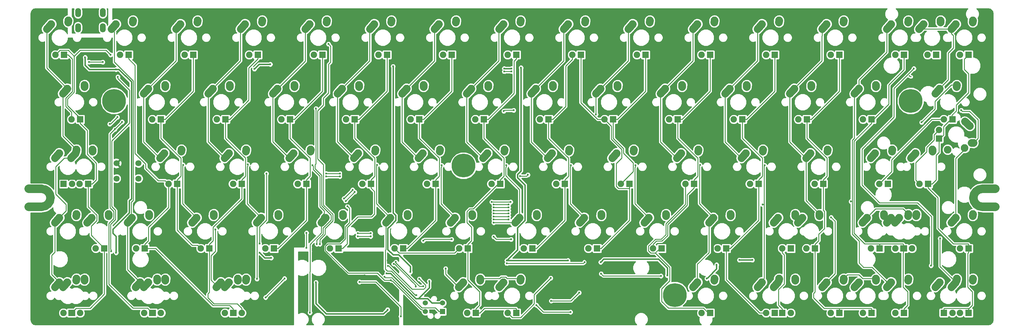
<source format=gtl>
%TF.GenerationSoftware,KiCad,Pcbnew,4.0.7*%
%TF.CreationDate,2018-01-29T18:10:09-08:00*%
%TF.ProjectId,VoyagerII,566F796167657249492E6B696361645F,rev?*%
%TF.FileFunction,Copper,L1,Top,Signal*%
%FSLAX46Y46*%
G04 Gerber Fmt 4.6, Leading zero omitted, Abs format (unit mm)*
G04 Created by KiCad (PCBNEW 4.0.7) date 01/29/18 18:10:09*
%MOMM*%
%LPD*%
G01*
G04 APERTURE LIST*
%ADD10C,0.100000*%
%ADD11C,2.501900*%
%ADD12C,7.001300*%
%ADD13C,7.000240*%
%ADD14C,1.800000*%
%ADD15O,1.700000X2.700000*%
%ADD16C,1.524000*%
%ADD17R,1.524000X1.524000*%
%ADD18C,2.250000*%
%ADD19C,2.250000*%
%ADD20C,1.905000*%
%ADD21R,1.905000X1.905000*%
%ADD22C,0.600000*%
%ADD23C,0.254000*%
%ADD24C,0.381000*%
G04 APERTURE END LIST*
D10*
D11*
X329200000Y-101799050D02*
X333000000Y-101799050D01*
X329200000Y-107100950D02*
G75*
G02X326549050Y-104450000I0J2650950D01*
G01*
X326549050Y-104450000D02*
G75*
G02X329200000Y-101799050I2650950J0D01*
G01*
X329200000Y-107100950D02*
X333050000Y-107100950D01*
X48000000Y-107100950D02*
X51800000Y-107100950D01*
X54450950Y-104450000D02*
G75*
G03X51800000Y-101799050I-2650950J0D01*
G01*
X51800000Y-107100950D02*
G75*
G03X54450950Y-104450000I0J2650950D01*
G01*
X48000000Y-101799050D02*
X51800000Y-101799050D01*
D12*
X73200000Y-75850000D03*
D13*
X176200000Y-94950000D03*
X238500000Y-133150000D03*
X308050000Y-75850000D03*
D14*
X73900000Y-94270000D03*
X80400000Y-98770000D03*
X73900000Y-98770000D03*
X80400000Y-94270000D03*
D15*
X62550000Y-54252250D03*
X69850000Y-54252250D03*
X69850000Y-49752250D03*
X62550000Y-49752250D03*
D16*
X170053000Y-135509000D03*
X164973000Y-135509000D03*
D17*
X170053000Y-138049000D03*
D16*
X164973000Y-138049000D03*
D18*
X250150000Y-52650000D02*
X250190000Y-52070000D01*
D19*
X250190000Y-52070000D03*
D18*
X243840000Y-54610000D02*
X245150000Y-53150000D01*
D19*
X245150000Y-53150000D03*
D18*
X78700000Y-52650000D02*
X78740000Y-52070000D01*
D19*
X78740000Y-52070000D03*
D18*
X72390000Y-54610000D02*
X73700000Y-53150000D01*
D19*
X73700000Y-53150000D03*
D18*
X97750000Y-52650000D02*
X97790000Y-52070000D01*
D19*
X97790000Y-52070000D03*
D18*
X91440000Y-54610000D02*
X92750000Y-53150000D01*
D19*
X92750000Y-53150000D03*
D18*
X116800000Y-52650000D02*
X116840000Y-52070000D01*
D19*
X116840000Y-52070000D03*
D18*
X110490000Y-54610000D02*
X111800000Y-53150000D01*
D19*
X111800000Y-53150000D03*
D18*
X135850000Y-52650000D02*
X135890000Y-52070000D01*
D19*
X135890000Y-52070000D03*
D18*
X129540000Y-54610000D02*
X130850000Y-53150000D01*
D19*
X130850000Y-53150000D03*
D18*
X154900000Y-52650000D02*
X154940000Y-52070000D01*
D19*
X154940000Y-52070000D03*
D18*
X148590000Y-54610000D02*
X149900000Y-53150000D01*
D19*
X149900000Y-53150000D03*
D18*
X173950000Y-52650000D02*
X173990000Y-52070000D01*
D19*
X173990000Y-52070000D03*
D18*
X167640000Y-54610000D02*
X168950000Y-53150000D01*
D19*
X168950000Y-53150000D03*
D18*
X193000000Y-52650000D02*
X193040000Y-52070000D01*
D19*
X193040000Y-52070000D03*
D18*
X186690000Y-54610000D02*
X188000000Y-53150000D01*
D19*
X188000000Y-53150000D03*
D18*
X212050000Y-52650000D02*
X212090000Y-52070000D01*
D19*
X212090000Y-52070000D03*
D18*
X205740000Y-54610000D02*
X207050000Y-53150000D01*
D19*
X207050000Y-53150000D03*
D18*
X231100000Y-52650000D02*
X231140000Y-52070000D01*
D19*
X231140000Y-52070000D03*
D18*
X224790000Y-54610000D02*
X226100000Y-53150000D01*
D19*
X226100000Y-53150000D03*
D18*
X283487500Y-90750000D02*
X283527500Y-90170000D01*
D19*
X283527500Y-90170000D03*
D18*
X277177500Y-92710000D02*
X278487500Y-91250000D01*
D19*
X278487500Y-91250000D03*
D18*
X235862500Y-109800000D02*
X235902500Y-109220000D01*
D19*
X235902500Y-109220000D03*
D18*
X229552500Y-111760000D02*
X230862500Y-110300000D01*
D19*
X230862500Y-110300000D03*
D18*
X269200000Y-52650000D02*
X269240000Y-52070000D01*
D19*
X269240000Y-52070000D03*
D18*
X262890000Y-54610000D02*
X264200000Y-53150000D01*
D19*
X264200000Y-53150000D03*
D18*
X254912500Y-109800000D02*
X254952500Y-109220000D01*
D19*
X254952500Y-109220000D03*
D18*
X248602500Y-111760000D02*
X249912500Y-110300000D01*
D19*
X249912500Y-110300000D03*
D18*
X264437500Y-90750000D02*
X264477500Y-90170000D01*
D19*
X264477500Y-90170000D03*
D18*
X258127500Y-92710000D02*
X259437500Y-91250000D01*
D19*
X259437500Y-91250000D03*
D18*
X288250000Y-52650000D02*
X288290000Y-52070000D01*
D19*
X288290000Y-52070000D03*
D18*
X281940000Y-54610000D02*
X283250000Y-53150000D01*
D19*
X283250000Y-53150000D03*
D18*
X92987500Y-90750000D02*
X93027500Y-90170000D01*
D19*
X93027500Y-90170000D03*
D18*
X86677500Y-92710000D02*
X87987500Y-91250000D01*
D19*
X87987500Y-91250000D03*
D18*
X178712500Y-109800000D02*
X178752500Y-109220000D01*
D19*
X178752500Y-109220000D03*
D18*
X172402500Y-111760000D02*
X173712500Y-110300000D01*
D19*
X173712500Y-110300000D03*
D18*
X326350000Y-52650000D02*
X326390000Y-52070000D01*
D19*
X326390000Y-52070000D03*
D18*
X320040000Y-54610000D02*
X321350000Y-53150000D01*
D19*
X321350000Y-53150000D03*
D18*
X140612500Y-109800000D02*
X140652500Y-109220000D01*
D19*
X140652500Y-109220000D03*
D18*
X134302500Y-111760000D02*
X135612500Y-110300000D01*
D19*
X135612500Y-110300000D03*
D18*
X66793750Y-90750000D02*
X66833750Y-90170000D01*
D19*
X66833750Y-90170000D03*
D18*
X60483750Y-92710000D02*
X61793750Y-91250000D01*
D19*
X61793750Y-91250000D03*
D18*
X62031250Y-90750000D02*
X62071250Y-90170000D01*
D19*
X62071250Y-90170000D03*
D18*
X55721250Y-92710000D02*
X57031250Y-91250000D01*
D19*
X57031250Y-91250000D03*
D18*
X131087500Y-90750000D02*
X131127500Y-90170000D01*
D19*
X131127500Y-90170000D03*
D18*
X124777500Y-92710000D02*
X126087500Y-91250000D01*
D19*
X126087500Y-91250000D03*
D18*
X307300000Y-52650000D02*
X307340000Y-52070000D01*
D19*
X307340000Y-52070000D03*
D18*
X300990000Y-54610000D02*
X302300000Y-53150000D01*
D19*
X302300000Y-53150000D03*
D18*
X126325000Y-71700000D02*
X126365000Y-71120000D01*
D19*
X126365000Y-71120000D03*
D18*
X120015000Y-73660000D02*
X121325000Y-72200000D01*
D19*
X121325000Y-72200000D03*
D18*
X314443750Y-90750000D02*
X314483750Y-90170000D01*
D19*
X314483750Y-90170000D03*
D18*
X308133750Y-92710000D02*
X309443750Y-91250000D01*
D19*
X309443750Y-91250000D03*
D18*
X325968750Y-88225000D02*
X326548750Y-88264998D01*
D19*
X326548750Y-88265000D03*
D18*
X324008750Y-81915000D02*
X325468758Y-83224990D01*
D19*
X325468750Y-83225000D03*
X323968750Y-89725000D03*
X318968750Y-90225000D03*
D18*
X59650000Y-52650000D02*
X59690000Y-52070000D01*
D19*
X59690000Y-52070000D03*
D18*
X53340000Y-54610000D02*
X54650000Y-53150000D01*
D19*
X54650000Y-53150000D03*
D18*
X150137500Y-90750000D02*
X150177500Y-90170000D01*
D19*
X150177500Y-90170000D03*
D18*
X143827500Y-92710000D02*
X145137500Y-91250000D01*
D19*
X145137500Y-91250000D03*
D18*
X169187500Y-90750000D02*
X169227500Y-90170000D01*
D19*
X169227500Y-90170000D03*
D18*
X162877500Y-92710000D02*
X164187500Y-91250000D01*
D19*
X164187500Y-91250000D03*
D18*
X188237500Y-90750000D02*
X188277500Y-90170000D01*
D19*
X188277500Y-90170000D03*
D18*
X181927500Y-92710000D02*
X183237500Y-91250000D01*
D19*
X183237500Y-91250000D03*
D18*
X221575000Y-71700000D02*
X221615000Y-71120000D01*
D19*
X221615000Y-71120000D03*
D18*
X215265000Y-73660000D02*
X216575000Y-72200000D01*
D19*
X216575000Y-72200000D03*
D18*
X83462500Y-109800000D02*
X83502500Y-109220000D01*
D19*
X83502500Y-109220000D03*
D18*
X77152500Y-111760000D02*
X78462500Y-110300000D01*
D19*
X78462500Y-110300000D03*
D18*
X302537500Y-90750000D02*
X302577500Y-90170000D01*
D19*
X302577500Y-90170000D03*
D18*
X296227500Y-92710000D02*
X297537500Y-91250000D01*
D19*
X297537500Y-91250000D03*
D18*
X207287500Y-90750000D02*
X207327500Y-90170000D01*
D19*
X207327500Y-90170000D03*
D18*
X200977500Y-92710000D02*
X202287500Y-91250000D01*
D19*
X202287500Y-91250000D03*
D18*
X226337500Y-90750000D02*
X226377500Y-90170000D01*
D19*
X226377500Y-90170000D03*
D18*
X220027500Y-92710000D02*
X221337500Y-91250000D01*
D19*
X221337500Y-91250000D03*
D18*
X245387500Y-90750000D02*
X245427500Y-90170000D01*
D19*
X245427500Y-90170000D03*
D18*
X239077500Y-92710000D02*
X240387500Y-91250000D01*
D19*
X240387500Y-91250000D03*
D18*
X216812500Y-109800000D02*
X216852500Y-109220000D01*
D19*
X216852500Y-109220000D03*
D18*
X210502500Y-111760000D02*
X211812500Y-110300000D01*
D19*
X211812500Y-110300000D03*
D18*
X197762500Y-109800000D02*
X197802500Y-109220000D01*
D19*
X197802500Y-109220000D03*
D18*
X191452500Y-111760000D02*
X192762500Y-110300000D01*
D19*
X192762500Y-110300000D03*
D18*
X240625000Y-71700000D02*
X240665000Y-71120000D01*
D19*
X240665000Y-71120000D03*
D18*
X234315000Y-73660000D02*
X235625000Y-72200000D01*
D19*
X235625000Y-72200000D03*
D18*
X259675000Y-71700000D02*
X259715000Y-71120000D01*
D19*
X259715000Y-71120000D03*
D18*
X253365000Y-73660000D02*
X254675000Y-72200000D01*
D19*
X254675000Y-72200000D03*
D18*
X88225000Y-71700000D02*
X88265000Y-71120000D01*
D19*
X88265000Y-71120000D03*
D18*
X81915000Y-73660000D02*
X83225000Y-72200000D01*
D19*
X83225000Y-72200000D03*
D18*
X145375000Y-71700000D02*
X145415000Y-71120000D01*
D19*
X145415000Y-71120000D03*
D18*
X139065000Y-73660000D02*
X140375000Y-72200000D01*
D19*
X140375000Y-72200000D03*
D18*
X112037500Y-90750000D02*
X112077500Y-90170000D01*
D19*
X112077500Y-90170000D03*
D18*
X105727500Y-92710000D02*
X107037500Y-91250000D01*
D19*
X107037500Y-91250000D03*
D18*
X71556250Y-109800000D02*
X71596250Y-109220000D01*
D19*
X71596250Y-109220000D03*
D18*
X65246250Y-111760000D02*
X66556250Y-110300000D01*
D19*
X66556250Y-110300000D03*
D18*
X62031250Y-109800000D02*
X62071250Y-109220000D01*
D19*
X62071250Y-109220000D03*
D18*
X55721250Y-111760000D02*
X57031250Y-110300000D01*
D19*
X57031250Y-110300000D03*
D18*
X164425000Y-71700000D02*
X164465000Y-71120000D01*
D19*
X164465000Y-71120000D03*
D18*
X158115000Y-73660000D02*
X159425000Y-72200000D01*
D19*
X159425000Y-72200000D03*
D18*
X64412500Y-71700000D02*
X64452500Y-71120000D01*
D19*
X64452500Y-71120000D03*
D18*
X58102500Y-73660000D02*
X59412500Y-72200000D01*
D19*
X59412500Y-72200000D03*
D18*
X202525000Y-71700000D02*
X202565000Y-71120000D01*
D19*
X202565000Y-71120000D03*
D18*
X196215000Y-73660000D02*
X197525000Y-72200000D01*
D19*
X197525000Y-72200000D03*
D18*
X159662500Y-109800000D02*
X159702500Y-109220000D01*
D19*
X159702500Y-109220000D03*
D18*
X153352500Y-111760000D02*
X154662500Y-110300000D01*
D19*
X154662500Y-110300000D03*
D18*
X107275000Y-71700000D02*
X107315000Y-71120000D01*
D19*
X107315000Y-71120000D03*
D18*
X100965000Y-73660000D02*
X102275000Y-72200000D01*
D19*
X102275000Y-72200000D03*
D18*
X121562500Y-109800000D02*
X121602500Y-109220000D01*
D19*
X121602500Y-109220000D03*
D18*
X115252500Y-111760000D02*
X116562500Y-110300000D01*
D19*
X116562500Y-110300000D03*
D18*
X183475000Y-71700000D02*
X183515000Y-71120000D01*
D19*
X183515000Y-71120000D03*
D18*
X177165000Y-73660000D02*
X178475000Y-72200000D01*
D19*
X178475000Y-72200000D03*
D18*
X102512500Y-109800000D02*
X102552500Y-109220000D01*
D19*
X102552500Y-109220000D03*
D18*
X96202500Y-111760000D02*
X97512500Y-110300000D01*
D19*
X97512500Y-110300000D03*
D18*
X278725000Y-71700000D02*
X278765000Y-71120000D01*
D19*
X278765000Y-71120000D03*
D18*
X272415000Y-73660000D02*
X273725000Y-72200000D01*
D19*
X273725000Y-72200000D03*
D18*
X321587500Y-71700000D02*
X321627500Y-71120000D01*
D19*
X321627500Y-71120000D03*
D18*
X315277500Y-73660000D02*
X316587500Y-72200000D01*
D19*
X316587500Y-72200000D03*
D18*
X297775000Y-71700000D02*
X297815000Y-71120000D01*
D19*
X297815000Y-71120000D03*
D18*
X291465000Y-73660000D02*
X292775000Y-72200000D01*
D19*
X292775000Y-72200000D03*
D18*
X62031250Y-128850000D02*
X62071250Y-128270000D01*
D19*
X62071250Y-128270000D03*
D18*
X55721250Y-130810000D02*
X57031250Y-129350000D01*
D19*
X57031250Y-129350000D03*
D18*
X64412500Y-128850000D02*
X64452500Y-128270000D01*
D19*
X64452500Y-128270000D03*
D18*
X58102500Y-130810000D02*
X59412500Y-129350000D01*
D19*
X59412500Y-129350000D03*
D18*
X85843750Y-128850000D02*
X85883750Y-128270000D01*
D19*
X85883750Y-128270000D03*
D18*
X79533750Y-130810000D02*
X80843750Y-129350000D01*
D19*
X80843750Y-129350000D03*
D18*
X88225000Y-128850000D02*
X88265000Y-128270000D01*
D19*
X88265000Y-128270000D03*
D18*
X81915000Y-130810000D02*
X83225000Y-129350000D01*
D19*
X83225000Y-129350000D03*
D18*
X109656250Y-128850000D02*
X109696250Y-128270000D01*
D19*
X109696250Y-128270000D03*
D18*
X103346250Y-130810000D02*
X104656250Y-129350000D01*
D19*
X104656250Y-129350000D03*
D18*
X112037500Y-128850000D02*
X112077500Y-128270000D01*
D19*
X112077500Y-128270000D03*
D18*
X105727500Y-130810000D02*
X107037500Y-129350000D01*
D19*
X107037500Y-129350000D03*
D18*
X250150000Y-128850000D02*
X250190000Y-128270000D01*
D19*
X250190000Y-128270000D03*
D18*
X243840000Y-130810000D02*
X245150000Y-129350000D01*
D19*
X245150000Y-129350000D03*
D18*
X269200000Y-128850000D02*
X269240000Y-128270000D01*
D19*
X269240000Y-128270000D03*
D18*
X262890000Y-130810000D02*
X264200000Y-129350000D01*
D19*
X264200000Y-129350000D03*
D18*
X273962500Y-128850000D02*
X274002500Y-128270000D01*
D19*
X274002500Y-128270000D03*
D18*
X267652500Y-130810000D02*
X268962500Y-129350000D01*
D19*
X268962500Y-129350000D03*
D18*
X288250000Y-128850000D02*
X288290000Y-128270000D01*
D19*
X288290000Y-128270000D03*
D18*
X281940000Y-130810000D02*
X283250000Y-129350000D01*
D19*
X283250000Y-129350000D03*
D18*
X297775000Y-128850000D02*
X297815000Y-128270000D01*
D19*
X297815000Y-128270000D03*
D18*
X291465000Y-130810000D02*
X292775000Y-129350000D01*
D19*
X292775000Y-129350000D03*
D18*
X307300000Y-128850000D02*
X307340000Y-128270000D01*
D19*
X307340000Y-128270000D03*
D18*
X300990000Y-130810000D02*
X302300000Y-129350000D01*
D19*
X302300000Y-129350000D03*
D18*
X321587500Y-128850000D02*
X321627500Y-128270000D01*
D19*
X321627500Y-128270000D03*
D18*
X315277500Y-130810000D02*
X316587500Y-129350000D01*
D19*
X316587500Y-129350000D03*
D18*
X326350000Y-128850000D02*
X326390000Y-128270000D01*
D19*
X326390000Y-128270000D03*
D18*
X320040000Y-130810000D02*
X321350000Y-129350000D01*
D19*
X321350000Y-129350000D03*
D18*
X273962500Y-109800000D02*
X274002500Y-109220000D01*
D19*
X274002500Y-109220000D03*
D18*
X267652500Y-111760000D02*
X268962500Y-110300000D01*
D19*
X268962500Y-110300000D03*
D18*
X309681250Y-109800000D02*
X309721250Y-109220000D01*
D19*
X309721250Y-109220000D03*
D18*
X303371250Y-111760000D02*
X304681250Y-110300000D01*
D19*
X304681250Y-110300000D03*
D18*
X281106250Y-109800000D02*
X281146250Y-109220000D01*
D19*
X281146250Y-109220000D03*
D18*
X274796250Y-111760000D02*
X276106250Y-110300000D01*
D19*
X276106250Y-110300000D03*
D18*
X300156250Y-109800000D02*
X300196250Y-109220000D01*
D19*
X300196250Y-109220000D03*
D18*
X293846250Y-111760000D02*
X295156250Y-110300000D01*
D19*
X295156250Y-110300000D03*
D18*
X307300000Y-109800000D02*
X307340000Y-109220000D01*
D19*
X307340000Y-109220000D03*
D18*
X300990000Y-111760000D02*
X302300000Y-110300000D01*
D19*
X302300000Y-110300000D03*
D18*
X326350000Y-109800000D02*
X326390000Y-109220000D01*
D19*
X326390000Y-109220000D03*
D18*
X320040000Y-111760000D02*
X321350000Y-110300000D01*
D19*
X321350000Y-110300000D03*
D18*
X181093750Y-128850000D02*
X181133750Y-128270000D01*
D19*
X181133750Y-128270000D03*
D18*
X174783750Y-130810000D02*
X176093750Y-129350000D01*
D19*
X176093750Y-129350000D03*
D18*
X193000000Y-128850000D02*
X193040000Y-128270000D01*
D19*
X193040000Y-128270000D03*
D18*
X186690000Y-130810000D02*
X188000000Y-129350000D01*
D19*
X188000000Y-129350000D03*
D20*
X55880000Y-62230000D03*
D21*
X58420000Y-62230000D03*
D20*
X74930000Y-62230000D03*
D21*
X77470000Y-62230000D03*
D20*
X93980000Y-62230000D03*
D21*
X96520000Y-62230000D03*
D20*
X113030000Y-62230000D03*
D21*
X115570000Y-62230000D03*
D20*
X132080000Y-62230000D03*
D21*
X134620000Y-62230000D03*
D20*
X151130000Y-62230000D03*
D21*
X153670000Y-62230000D03*
D20*
X170180000Y-62230000D03*
D21*
X172720000Y-62230000D03*
D20*
X189230000Y-62230000D03*
D21*
X191770000Y-62230000D03*
D20*
X208280000Y-62230000D03*
D21*
X210820000Y-62230000D03*
D20*
X227330000Y-62230000D03*
D21*
X229870000Y-62230000D03*
D20*
X246380000Y-62230000D03*
D21*
X248920000Y-62230000D03*
D20*
X265430000Y-62230000D03*
D21*
X267970000Y-62230000D03*
D20*
X284480000Y-62230000D03*
D21*
X287020000Y-62230000D03*
D20*
X303530000Y-62230000D03*
D21*
X306070000Y-62230000D03*
D20*
X313055000Y-62230000D03*
D21*
X315595000Y-62230000D03*
D20*
X60642500Y-81280000D03*
D21*
X63182500Y-81280000D03*
D20*
X84455000Y-81280000D03*
D21*
X86995000Y-81280000D03*
D20*
X103505000Y-81280000D03*
D21*
X106045000Y-81280000D03*
D20*
X122555000Y-81280000D03*
D21*
X125095000Y-81280000D03*
D20*
X141605000Y-81280000D03*
D21*
X144145000Y-81280000D03*
D20*
X160655000Y-81280000D03*
D21*
X163195000Y-81280000D03*
D20*
X179705000Y-81280000D03*
D21*
X182245000Y-81280000D03*
D20*
X198755000Y-81280000D03*
D21*
X201295000Y-81280000D03*
D20*
X217805000Y-81280000D03*
D21*
X220345000Y-81280000D03*
D20*
X236855000Y-81280000D03*
D21*
X239395000Y-81280000D03*
D20*
X255905000Y-81280000D03*
D21*
X258445000Y-81280000D03*
D20*
X274955000Y-81280000D03*
D21*
X277495000Y-81280000D03*
D20*
X294005000Y-81280000D03*
D21*
X296545000Y-81280000D03*
D20*
X317817500Y-81280000D03*
D21*
X320357500Y-81280000D03*
D20*
X63023750Y-100330000D03*
D21*
X65563750Y-100330000D03*
D20*
X89217500Y-100330000D03*
D21*
X91757500Y-100330000D03*
D20*
X108267500Y-100330000D03*
D21*
X110807500Y-100330000D03*
D20*
X127317500Y-100330000D03*
D21*
X129857500Y-100330000D03*
D20*
X146367500Y-100330000D03*
D21*
X148907500Y-100330000D03*
D20*
X165417500Y-100330000D03*
D21*
X167957500Y-100330000D03*
D20*
X184467500Y-100330000D03*
D21*
X187007500Y-100330000D03*
D20*
X203517500Y-100330000D03*
D21*
X206057500Y-100330000D03*
D20*
X222567500Y-100330000D03*
D21*
X225107500Y-100330000D03*
D20*
X241617500Y-100330000D03*
D21*
X244157500Y-100330000D03*
D20*
X260667500Y-100330000D03*
D21*
X263207500Y-100330000D03*
D20*
X279717500Y-100330000D03*
D21*
X282257500Y-100330000D03*
D20*
X310673750Y-100330000D03*
D21*
X313213750Y-100330000D03*
D20*
X67786250Y-119380000D03*
D21*
X70326250Y-119380000D03*
D20*
X79692500Y-119380000D03*
D21*
X82232500Y-119380000D03*
D20*
X98742500Y-119380000D03*
D21*
X101282500Y-119380000D03*
D20*
X117792500Y-119380000D03*
D21*
X120332500Y-119380000D03*
D20*
X136842500Y-119380000D03*
D21*
X139382500Y-119380000D03*
D20*
X155892500Y-119380000D03*
D21*
X158432500Y-119380000D03*
D20*
X174942500Y-119380000D03*
D21*
X177482500Y-119380000D03*
D20*
X193992500Y-119380000D03*
D21*
X196532500Y-119380000D03*
D20*
X213042500Y-119380000D03*
D21*
X215582500Y-119380000D03*
D20*
X232092500Y-119380000D03*
D21*
X234632500Y-119380000D03*
D20*
X251142500Y-119380000D03*
D21*
X253682500Y-119380000D03*
D20*
X270192500Y-119380000D03*
D21*
X272732500Y-119380000D03*
D20*
X296386250Y-119380000D03*
D21*
X298926250Y-119380000D03*
D20*
X322580000Y-119380000D03*
D21*
X325120000Y-119380000D03*
D20*
X58261250Y-138430000D03*
D21*
X60801250Y-138430000D03*
D20*
X82073750Y-138430000D03*
D21*
X84613750Y-138430000D03*
D20*
X105886250Y-138430000D03*
D21*
X108426250Y-138430000D03*
D20*
X177323750Y-138430000D03*
D21*
X179863750Y-138430000D03*
D20*
X246380000Y-138430000D03*
D21*
X248920000Y-138430000D03*
D20*
X265430000Y-138430000D03*
D21*
X267970000Y-138430000D03*
D20*
X284480000Y-138430000D03*
D21*
X287020000Y-138430000D03*
D20*
X303530000Y-138430000D03*
D21*
X306070000Y-138430000D03*
D20*
X322580000Y-138430000D03*
D21*
X325120000Y-138430000D03*
X58261250Y-100330000D03*
D20*
X60801250Y-100330000D03*
D21*
X60642500Y-138430000D03*
D20*
X63182500Y-138430000D03*
D21*
X84455000Y-138430000D03*
D20*
X86995000Y-138430000D03*
D21*
X108267500Y-138430000D03*
D20*
X110807500Y-138430000D03*
X189230000Y-138430000D03*
D21*
X191770000Y-138430000D03*
D20*
X322580000Y-62230000D03*
D21*
X325120000Y-62230000D03*
D20*
X298767500Y-100330000D03*
D21*
X301307500Y-100330000D03*
D20*
X316388750Y-84455000D03*
D21*
X316388750Y-86995000D03*
D20*
X277336250Y-119380000D03*
D21*
X279876250Y-119380000D03*
D20*
X303530000Y-119380000D03*
D21*
X306070000Y-119380000D03*
X305911250Y-119380000D03*
D20*
X308451250Y-119380000D03*
D21*
X270192500Y-138430000D03*
D20*
X272732500Y-138430000D03*
X294005000Y-138430000D03*
D21*
X296545000Y-138430000D03*
X317817500Y-138430000D03*
D20*
X320357500Y-138430000D03*
D18*
X316825000Y-52650000D02*
X316865000Y-52070000D01*
D19*
X316865000Y-52070000D03*
D18*
X310515000Y-54610000D02*
X311825000Y-53150000D01*
D19*
X311825000Y-53150000D03*
D22*
X166116000Y-129032000D03*
X153543000Y-126746000D03*
X156210000Y-122301000D03*
X160655000Y-117394000D03*
X149352000Y-112141000D03*
X70104000Y-62928500D03*
X70104000Y-60071000D03*
X311658000Y-49911000D03*
X302006000Y-59436000D03*
X294767000Y-58420000D03*
X153897855Y-122962145D03*
X152273000Y-126238000D03*
X179705000Y-114300000D03*
X312293000Y-111633000D03*
X315214000Y-118999000D03*
X315214000Y-122428000D03*
X267335000Y-118491000D03*
X269113000Y-125222000D03*
X283718000Y-107950000D03*
X283718000Y-119253000D03*
X283718000Y-124587000D03*
X205359000Y-125349000D03*
X208534000Y-118872000D03*
X222377000Y-124968000D03*
X241808000Y-128905000D03*
X242697000Y-124333000D03*
X244475000Y-118618000D03*
X75692000Y-120142000D03*
X75692000Y-123952000D03*
X104521000Y-122047000D03*
X103251000Y-127381000D03*
X118618000Y-125476000D03*
X153416000Y-99695000D03*
X153416000Y-104394000D03*
X90551000Y-103060500D03*
X211963000Y-90424000D03*
X248793000Y-87376000D03*
X254508000Y-63119000D03*
X207772000Y-65532000D03*
X139192000Y-63119000D03*
X102362000Y-62611000D03*
X90170000Y-107950000D03*
X76200000Y-105029000D03*
X147701000Y-106172000D03*
X245745000Y-115697000D03*
X249428000Y-115697000D03*
X129032000Y-121793000D03*
X132207000Y-122047000D03*
X141224000Y-122428000D03*
X136144000Y-127254000D03*
X145923000Y-139954000D03*
X152400000Y-122936000D03*
X147078500Y-123825000D03*
X66675000Y-51196875D03*
X75927501Y-51580499D03*
X208407000Y-68580000D03*
X250317000Y-68453000D03*
X252857000Y-124841000D03*
X168402000Y-126873000D03*
X164973000Y-133223000D03*
X70866000Y-93218000D03*
X66929000Y-96520000D03*
X63373000Y-124841000D03*
X69469000Y-68326000D03*
X206629000Y-135636000D03*
X209169000Y-134747000D03*
X207010000Y-124714000D03*
X188976000Y-124714000D03*
X188214000Y-68072000D03*
X190373000Y-68072000D03*
X141224000Y-130937000D03*
X149733000Y-130810000D03*
X147066000Y-127381000D03*
X143891000Y-135890000D03*
X136017000Y-137841000D03*
X160528000Y-126365000D03*
X236301000Y-127381000D03*
X247965535Y-128270000D03*
X250825000Y-124206000D03*
X216662000Y-123444000D03*
X193167000Y-66040000D03*
X73787000Y-120650000D03*
X119253000Y-65024000D03*
X114554000Y-66421000D03*
X155448000Y-65659000D03*
X119507000Y-122174000D03*
X116078000Y-120650000D03*
X261366000Y-122809000D03*
X257556000Y-122809000D03*
X207010000Y-122936000D03*
X188976000Y-122936000D03*
X132715000Y-129413000D03*
X153834040Y-137460048D03*
X188214000Y-66294000D03*
X190373000Y-66294000D03*
X73787000Y-66548000D03*
X64643000Y-62992000D03*
X141986000Y-106934000D03*
X154813000Y-128778000D03*
X189530000Y-109982000D03*
X185120000Y-109982000D03*
X226893401Y-94869000D03*
X215265000Y-79802000D03*
X189530000Y-110871000D03*
X185120000Y-110871000D03*
X207843401Y-94842155D03*
X185120000Y-111760000D03*
X188793401Y-94869000D03*
X170942000Y-125349000D03*
X169743401Y-94869000D03*
X162317671Y-133142000D03*
X150693401Y-94742000D03*
X130937000Y-138349010D03*
X131643401Y-94869000D03*
X115316000Y-128397000D03*
X112593401Y-94615000D03*
X103068401Y-113792000D03*
X93543401Y-94742000D03*
X191008000Y-78613000D03*
X132715000Y-78105000D03*
X132969000Y-118110000D03*
X71882000Y-82677000D03*
X74168000Y-80645000D03*
X188087000Y-78867000D03*
X145542000Y-129286000D03*
X157734000Y-139446000D03*
X123444000Y-128270000D03*
X207772000Y-138176000D03*
X117856000Y-133858000D03*
X197739000Y-136144000D03*
X148844000Y-114935000D03*
X145034000Y-114935000D03*
X172720000Y-116713000D03*
X129921000Y-119253000D03*
X129921000Y-114808000D03*
X190246000Y-116713000D03*
X185120000Y-115951000D03*
X164338000Y-117094000D03*
X118110000Y-97282000D03*
X116078000Y-117983000D03*
X195199000Y-97663000D03*
X192913000Y-98044000D03*
X139827000Y-97282000D03*
X135763000Y-97282000D03*
X65786000Y-64389000D03*
X69850000Y-64389000D03*
X136398000Y-59055000D03*
X133858000Y-118110000D03*
X152893960Y-127747960D03*
X190119000Y-105664000D03*
X184531000Y-105664000D03*
X322961000Y-78613000D03*
X316738000Y-116459000D03*
X290449000Y-105537000D03*
X189530000Y-106426000D03*
X185120000Y-106426000D03*
X284607000Y-110236000D03*
X189530000Y-107315000D03*
X185120000Y-107315000D03*
X264414000Y-106426000D03*
X189530000Y-108204000D03*
X185120000Y-108204000D03*
X264993401Y-94869000D03*
X189530000Y-109093000D03*
X185120000Y-109093000D03*
X245943401Y-94742000D03*
X311277000Y-82169000D03*
X202057000Y-134874000D03*
X210312000Y-132461000D03*
X72136000Y-62230000D03*
X75565000Y-82042000D03*
X73406000Y-84201000D03*
X139827000Y-98171000D03*
X135763000Y-98171000D03*
X148844000Y-115824000D03*
X145034000Y-115824000D03*
X201930000Y-128143000D03*
X141478000Y-105410000D03*
X144145000Y-102743000D03*
X140970000Y-104648000D03*
X143510000Y-102108000D03*
X211912500Y-123444000D03*
X188976000Y-123825000D03*
X153924000Y-124587000D03*
X163195000Y-128397000D03*
X190373000Y-67183000D03*
X188214000Y-67183000D03*
X234442000Y-127508000D03*
X216789000Y-126873000D03*
X308991000Y-66294000D03*
X314071000Y-124460000D03*
X74295000Y-68725001D03*
X72340751Y-120269000D03*
X164338000Y-130556000D03*
X156236459Y-123374591D03*
X162179000Y-130683000D03*
X155632591Y-123978459D03*
D23*
X307635717Y-68367717D02*
X307508717Y-68494717D01*
X307721000Y-68453000D02*
X307635717Y-68367717D01*
X307975000Y-68707000D02*
X307721000Y-68453000D01*
X308229000Y-68707000D02*
X307975000Y-68707000D01*
D24*
X162179000Y-134239000D02*
X154686000Y-126746000D01*
X163195000Y-133943862D02*
X166074862Y-131064000D01*
X166116000Y-131022862D02*
X166074862Y-131064000D01*
X166116000Y-129032000D02*
X166116000Y-131022862D01*
X162179000Y-134239000D02*
X162899862Y-134239000D01*
X162899862Y-134239000D02*
X163195000Y-133943862D01*
X163195000Y-134239000D02*
X162179000Y-134239000D01*
X165608000Y-134239000D02*
X163195000Y-134239000D01*
X170053000Y-135509000D02*
X166878000Y-135509000D01*
X166878000Y-135509000D02*
X165608000Y-134239000D01*
X154686000Y-126746000D02*
X153543000Y-126746000D01*
X153897855Y-122962145D02*
X155548855Y-122962145D01*
X155548855Y-122962145D02*
X156210000Y-122301000D01*
X163576000Y-110490000D02*
X160655000Y-113411000D01*
X160655000Y-113411000D02*
X160655000Y-117394000D01*
X163576000Y-94615000D02*
X163576000Y-110490000D01*
X166116000Y-92075000D02*
X163576000Y-94615000D01*
X166116000Y-90678000D02*
X166116000Y-92075000D01*
X159004000Y-83566000D02*
X166116000Y-90678000D01*
X159004000Y-80010000D02*
X159004000Y-83566000D01*
X159766000Y-79248000D02*
X159004000Y-80010000D01*
X163703000Y-79248000D02*
X159766000Y-79248000D01*
X165227000Y-77724000D02*
X163703000Y-79248000D01*
X165227000Y-75311000D02*
X165227000Y-77724000D01*
X168529000Y-72009000D02*
X165227000Y-75311000D01*
X168529000Y-56261000D02*
X168529000Y-72009000D01*
X170688000Y-54102000D02*
X168529000Y-56261000D01*
X170688000Y-52324000D02*
X170688000Y-54102000D01*
X169418000Y-51054000D02*
X170688000Y-52324000D01*
X166751000Y-51054000D02*
X169418000Y-51054000D01*
X163830000Y-53975000D02*
X166751000Y-51054000D01*
X163830000Y-56769000D02*
X163830000Y-53975000D01*
X155829000Y-64770000D02*
X163830000Y-56769000D01*
X154940000Y-64770000D02*
X155829000Y-64770000D01*
X154559000Y-65151000D02*
X154940000Y-64770000D01*
X154559000Y-98552000D02*
X154559000Y-65151000D01*
X153416000Y-99695000D02*
X154559000Y-98552000D01*
X65278000Y-61976000D02*
X69151500Y-61976000D01*
X69151500Y-61976000D02*
X70104000Y-62928500D01*
X304927000Y-51181000D02*
X306197000Y-49911000D01*
X306197000Y-49911000D02*
X311658000Y-49911000D01*
X304927000Y-53086000D02*
X304927000Y-51181000D01*
X302006000Y-56007000D02*
X304927000Y-53086000D01*
X302006000Y-59436000D02*
X302006000Y-56007000D01*
X290957000Y-49911000D02*
X294767000Y-53721000D01*
X294767000Y-53721000D02*
X294767000Y-58420000D01*
X263017000Y-49911000D02*
X290957000Y-49911000D01*
X254508000Y-58420000D02*
X263017000Y-49911000D01*
X254508000Y-63119000D02*
X254508000Y-58420000D01*
X152400000Y-122936000D02*
X152400000Y-126111000D01*
X152400000Y-126111000D02*
X152273000Y-126238000D01*
X134937489Y-119507000D02*
X134937489Y-118503192D01*
X134937489Y-120256808D02*
X134937489Y-119507000D01*
X134937489Y-119507000D02*
X133858000Y-119507000D01*
X135509000Y-121539000D02*
X132715000Y-121539000D01*
X136219681Y-121539000D02*
X135509000Y-121539000D01*
X187497999Y-125013999D02*
X179705000Y-117221000D01*
X179705000Y-117221000D02*
X179705000Y-114300000D01*
X188976000Y-124714000D02*
X188676001Y-125013999D01*
X188676001Y-125013999D02*
X187497999Y-125013999D01*
X313055000Y-116332000D02*
X313556651Y-115830349D01*
X313556651Y-115830349D02*
X313556651Y-112896651D01*
X313556651Y-112896651D02*
X312293000Y-111633000D01*
X313055000Y-125222000D02*
X313055000Y-116332000D01*
X313563000Y-125730000D02*
X313055000Y-125222000D01*
X314452000Y-125730000D02*
X313563000Y-125730000D01*
X315214000Y-124968000D02*
X314452000Y-125730000D01*
X315214000Y-122852264D02*
X315214000Y-124968000D01*
X315214000Y-122428000D02*
X315214000Y-122852264D01*
X315214000Y-122428000D02*
X315214000Y-118999000D01*
X269113000Y-125222000D02*
X267335000Y-123444000D01*
X267335000Y-123444000D02*
X267335000Y-118491000D01*
X284981651Y-112896651D02*
X283718000Y-111633000D01*
X283718000Y-111633000D02*
X283718000Y-107950000D01*
X283718000Y-119253000D02*
X284981651Y-117989349D01*
X284981651Y-117989349D02*
X284981651Y-112896651D01*
X283718000Y-124587000D02*
X283718000Y-119253000D01*
X167259000Y-130937000D02*
X168402000Y-129794000D01*
X164973000Y-133223000D02*
X167259000Y-130937000D01*
X207010000Y-124714000D02*
X205994000Y-124714000D01*
X205994000Y-124714000D02*
X205359000Y-125349000D01*
X211150906Y-118872000D02*
X211150906Y-113328892D01*
X211150906Y-121580544D02*
X211150906Y-118872000D01*
X211150906Y-118872000D02*
X208534000Y-118872000D01*
X212657001Y-123801361D02*
X213823640Y-124968000D01*
X213823640Y-124968000D02*
X217084138Y-124968000D01*
X217084138Y-124968000D02*
X222377000Y-124968000D01*
X242697000Y-124333000D02*
X242697000Y-128016000D01*
X242697000Y-128016000D02*
X241808000Y-128905000D01*
X244475000Y-118618000D02*
X244475000Y-122555000D01*
X244475000Y-122555000D02*
X242697000Y-124333000D01*
X245745000Y-115697000D02*
X245745000Y-117348000D01*
X245745000Y-117348000D02*
X244475000Y-118618000D01*
X252857000Y-124841000D02*
X249745499Y-121729499D01*
X75692000Y-123952000D02*
X75692000Y-120142000D01*
X103251000Y-127381000D02*
X103251000Y-123317000D01*
X103251000Y-123317000D02*
X104521000Y-122047000D01*
X113157000Y-126111000D02*
X104521000Y-126111000D01*
X104521000Y-126111000D02*
X103251000Y-127381000D01*
X114173000Y-127127000D02*
X113157000Y-126111000D01*
X114173000Y-128524000D02*
X114173000Y-127127000D01*
X114935000Y-129286000D02*
X114173000Y-128524000D01*
X116078000Y-129286000D02*
X114935000Y-129286000D01*
X118618000Y-125476000D02*
X118618000Y-126746000D01*
X118618000Y-126746000D02*
X116078000Y-129286000D01*
X153416000Y-104394000D02*
X153416000Y-99695000D01*
X90170000Y-107950000D02*
X90170000Y-103441500D01*
X90170000Y-103441500D02*
X90551000Y-103060500D01*
X211047362Y-91567000D02*
X208407000Y-88926638D01*
X211047362Y-91339638D02*
X211963000Y-90424000D01*
X213382001Y-93901639D02*
X211047362Y-91567000D01*
X211047362Y-91567000D02*
X211047362Y-91339638D01*
X250317000Y-87376000D02*
X250317000Y-68453000D01*
X250317000Y-108381638D02*
X250317000Y-87376000D01*
X250317000Y-87376000D02*
X248793000Y-87376000D01*
X250317000Y-68453000D02*
X250317000Y-67310000D01*
X250317000Y-67310000D02*
X254508000Y-63119000D01*
X208407000Y-68580000D02*
X208407000Y-66167000D01*
X208407000Y-66167000D02*
X207772000Y-65532000D01*
X138430000Y-63119000D02*
X138430000Y-71356501D01*
X138430000Y-59436000D02*
X138430000Y-63119000D01*
X138430000Y-63119000D02*
X139192000Y-63119000D01*
X102362000Y-49657000D02*
X77851000Y-49657000D01*
X129679862Y-49657000D02*
X102362000Y-49657000D01*
X102362000Y-49657000D02*
X102362000Y-62611000D01*
X73900000Y-94270000D02*
X76327000Y-96697000D01*
X76327000Y-96697000D02*
X76327000Y-104902000D01*
X76327000Y-104902000D02*
X76200000Y-105029000D01*
X139045656Y-106299000D02*
X139045656Y-100054206D01*
X139045656Y-110452510D02*
X139045656Y-106299000D01*
X139045656Y-106299000D02*
X139172656Y-106172000D01*
X139172656Y-106172000D02*
X147701000Y-106172000D01*
X139573000Y-117221000D02*
X137795000Y-117221000D01*
X140589000Y-116205000D02*
X139573000Y-117221000D01*
X140589000Y-114935000D02*
X140589000Y-116205000D01*
X140881079Y-114935000D02*
X140881079Y-112287933D01*
X140881079Y-115148251D02*
X140881079Y-114935000D01*
X140881079Y-114935000D02*
X140589000Y-114935000D01*
X140881079Y-116247685D02*
X139653775Y-117474989D01*
X139653775Y-117474989D02*
X135382011Y-117474989D01*
X140881079Y-115658921D02*
X140881079Y-116247685D01*
X139065011Y-117474989D02*
X135763011Y-117474989D01*
X140881079Y-115658921D02*
X139065011Y-117474989D01*
X140881079Y-115148251D02*
X140881079Y-115658921D01*
X249745499Y-115697000D02*
X249745499Y-112834299D01*
X249745499Y-121729499D02*
X249745499Y-115697000D01*
X249745499Y-115697000D02*
X249428000Y-115697000D01*
X138430000Y-71356501D02*
X137414000Y-72372501D01*
X136017000Y-86487000D02*
X136017000Y-75819000D01*
X137414000Y-72372501D02*
X137414000Y-74422000D01*
X137414000Y-74422000D02*
X136017000Y-75819000D01*
X137160000Y-58166000D02*
X138430000Y-59436000D01*
X137142501Y-58166000D02*
X137142501Y-57779695D01*
X137142501Y-58166000D02*
X137160000Y-58166000D01*
X136219681Y-121539000D02*
X134937489Y-120256808D01*
X138124681Y-123444000D02*
X136219681Y-121539000D01*
X132715000Y-121539000D02*
X132207000Y-122047000D01*
X147078500Y-123825000D02*
X142621000Y-123825000D01*
X142621000Y-123825000D02*
X141224000Y-122428000D01*
X142061681Y-127381000D02*
X138124681Y-123444000D01*
X138124681Y-123444000D02*
X138124681Y-125273319D01*
X138124681Y-125273319D02*
X136144000Y-127254000D01*
X154940000Y-138684000D02*
X153670000Y-139954000D01*
X153670000Y-139954000D02*
X145923000Y-139954000D01*
X154940000Y-136906000D02*
X154940000Y-138684000D01*
X153624001Y-135590001D02*
X154940000Y-136906000D01*
X143891000Y-135890000D02*
X144190999Y-135590001D01*
X144190999Y-135590001D02*
X153624001Y-135590001D01*
X147078500Y-123825000D02*
X151511000Y-123825000D01*
X151511000Y-123825000D02*
X152400000Y-122936000D01*
X141224000Y-130937000D02*
X141523999Y-130637001D01*
X141523999Y-130637001D02*
X141523999Y-127918682D01*
X141523999Y-127918682D02*
X142061681Y-127381000D01*
X147066000Y-127381000D02*
X142061681Y-127381000D01*
X139045656Y-100054206D02*
X140571501Y-98528361D01*
X140571501Y-91041501D02*
X136017000Y-86487000D01*
X77851000Y-49657000D02*
X75927501Y-51580499D01*
X137142501Y-57779695D02*
X137134599Y-57771793D01*
X134937489Y-118503192D02*
X135965692Y-117474989D01*
X137134599Y-57111737D02*
X129679862Y-49657000D01*
X135965692Y-117474989D02*
X138554341Y-117474989D01*
X138554341Y-117474989D02*
X140881079Y-115148251D01*
X140881079Y-112287933D02*
X139045656Y-110452510D01*
X140571501Y-98528361D02*
X140571501Y-91041501D01*
X137134599Y-57771793D02*
X137134599Y-57111737D01*
X207010000Y-124714000D02*
X211744362Y-124714000D01*
X211744362Y-124714000D02*
X212657001Y-123801361D01*
X213382001Y-111097797D02*
X213382001Y-93901639D01*
X212657001Y-123801361D02*
X212657001Y-123086639D01*
X212657001Y-123086639D02*
X211150906Y-121580544D01*
X211150906Y-113328892D02*
X213382001Y-111097797D01*
X208407000Y-88926638D02*
X208407000Y-68580000D01*
X249745499Y-112834299D02*
X251482001Y-111097797D01*
X251482001Y-111097797D02*
X251482001Y-109546639D01*
X251482001Y-109546639D02*
X250317000Y-108381638D01*
X168402000Y-129794000D02*
X168402000Y-126873000D01*
X63373000Y-65913000D02*
X62484000Y-66802000D01*
X62484000Y-66802000D02*
X62484000Y-72809099D01*
X64350901Y-74676000D02*
X64350901Y-75475595D01*
X64350901Y-75475595D02*
X70866000Y-81990694D01*
X62484000Y-72809099D02*
X64350901Y-74676000D01*
X70866000Y-81990694D02*
X70866000Y-93218000D01*
X63373000Y-124841000D02*
X62680849Y-124148849D01*
X56953149Y-98932999D02*
X64516001Y-98932999D01*
X62680849Y-124148849D02*
X62680849Y-113678207D01*
X56864249Y-101638101D02*
X56864249Y-99021899D01*
X62680849Y-113678207D02*
X59658251Y-110655609D01*
X59658251Y-110655609D02*
X59658251Y-104432103D01*
X59658251Y-104432103D02*
X56864249Y-101638101D01*
X56864249Y-99021899D02*
X56953149Y-98932999D01*
X64516001Y-98932999D02*
X66929000Y-96520000D01*
X63881000Y-61976000D02*
X65278000Y-61976000D01*
X63373000Y-62484000D02*
X63881000Y-61976000D01*
X63373000Y-65913000D02*
X63373000Y-62484000D01*
X69469000Y-68326000D02*
X65786000Y-68326000D01*
X65786000Y-68326000D02*
X63373000Y-65913000D01*
X208280000Y-135636000D02*
X206629000Y-135636000D01*
D23*
X208407000Y-135509000D02*
X208280000Y-135636000D01*
D24*
X209169000Y-134747000D02*
X208407000Y-135509000D01*
X188976000Y-124714000D02*
X207010000Y-124714000D01*
X190373000Y-68072000D02*
X188214000Y-68072000D01*
X143891000Y-133604000D02*
X146939000Y-133604000D01*
X146939000Y-133604000D02*
X149733000Y-130810000D01*
X141224000Y-130937000D02*
X143891000Y-133604000D01*
X143891000Y-133604000D02*
X143891000Y-135890000D01*
X136017000Y-137841000D02*
X137968000Y-135890000D01*
X137968000Y-135890000D02*
X143891000Y-135890000D01*
X155448000Y-65659000D02*
X155448000Y-108857499D01*
X156989274Y-121285011D02*
X157099011Y-121285011D01*
X155448000Y-108857499D02*
X156232001Y-109641500D01*
X154495499Y-112834299D02*
X154495499Y-112839501D01*
X153885911Y-113449089D02*
X153885911Y-119722911D01*
X153885911Y-119722911D02*
X155448000Y-121285000D01*
X156232001Y-109641500D02*
X156232001Y-111097797D01*
X156232001Y-111097797D02*
X154495499Y-112834299D01*
X156989263Y-121285000D02*
X156989274Y-121285011D01*
X154495499Y-112839501D02*
X153885911Y-113449089D01*
X155448000Y-121285000D02*
X156989263Y-121285000D01*
X157099011Y-121285011D02*
X160528000Y-124714000D01*
X160528000Y-124714000D02*
X160528000Y-126365000D01*
X216662000Y-123444000D02*
X217551000Y-122555000D01*
X217551000Y-122555000D02*
X233680000Y-122555000D01*
X233680000Y-122555000D02*
X236301000Y-125176000D01*
X236301000Y-125176000D02*
X236301000Y-127381000D01*
X188976000Y-122936000D02*
X192100906Y-119811094D01*
X192100906Y-113328892D02*
X194332001Y-111097797D01*
X193167000Y-94817694D02*
X193167000Y-66040000D01*
X192100906Y-119811094D02*
X192100906Y-113328892D01*
X194332001Y-111097797D02*
X194332001Y-100681695D01*
X194332001Y-100681695D02*
X192151000Y-98500694D01*
X192151000Y-98500694D02*
X192151000Y-97536000D01*
X192151000Y-97536000D02*
X193167000Y-96520000D01*
X193167000Y-96520000D02*
X193167000Y-94817694D01*
X132715000Y-129413000D02*
X132715000Y-135636000D01*
X132715000Y-135636000D02*
X135272499Y-138193499D01*
X135272499Y-138198361D02*
X135758138Y-138684000D01*
X135758138Y-138684000D02*
X152610088Y-138684000D01*
X135272499Y-138193499D02*
X135272499Y-138198361D01*
X152610088Y-138684000D02*
X153834040Y-137460048D01*
X250825000Y-125410535D02*
X248412000Y-127823535D01*
X248412000Y-127823535D02*
X247965535Y-128270000D01*
X250825000Y-124206000D02*
X250825000Y-125410535D01*
X73787000Y-66548000D02*
X74629764Y-66548000D01*
X73787000Y-115867944D02*
X73787000Y-120650000D01*
X74629764Y-66548000D02*
X78295490Y-70213726D01*
X78295490Y-70213726D02*
X78295490Y-104711510D01*
X78295490Y-104711510D02*
X77660490Y-105346510D01*
X77660490Y-105346510D02*
X77660490Y-108858566D01*
X77660490Y-108858566D02*
X72840849Y-113678207D01*
X72840849Y-113678207D02*
X72840849Y-114921793D01*
X72840849Y-114921793D02*
X73787000Y-115867944D01*
X114554000Y-66421000D02*
X115951000Y-65024000D01*
X115951000Y-65024000D02*
X119253000Y-65024000D01*
X116078000Y-120650000D02*
X117602000Y-122174000D01*
X117602000Y-122174000D02*
X119507000Y-122174000D01*
X257556000Y-122809000D02*
X261366000Y-122809000D01*
X188976000Y-122936000D02*
X207010000Y-122936000D01*
X190373000Y-66294000D02*
X188214000Y-66294000D01*
X65913000Y-66548000D02*
X73787000Y-66548000D01*
X64643000Y-65278000D02*
X65913000Y-66548000D01*
X64643000Y-62992000D02*
X64643000Y-65278000D01*
D23*
X154813000Y-128778000D02*
X152916118Y-128778000D01*
X141452589Y-116484411D02*
X141452589Y-112928411D01*
X152916118Y-128778000D02*
X150838117Y-126699999D01*
X150838117Y-126699999D02*
X142188917Y-126699999D01*
X142188917Y-126699999D02*
X135508999Y-120020081D01*
X136202419Y-118046499D02*
X139890501Y-118046499D01*
X135508999Y-120020081D02*
X135508999Y-118739919D01*
X135508999Y-118739919D02*
X136202419Y-118046499D01*
X142621000Y-107569000D02*
X141986000Y-106934000D01*
X139890501Y-118046499D02*
X141452589Y-116484411D01*
X141452589Y-112928411D02*
X142621000Y-111760000D01*
X142621000Y-111760000D02*
X142621000Y-107569000D01*
X164973000Y-138049000D02*
X164592000Y-138049000D01*
X163957000Y-137414000D02*
X163703000Y-137414000D01*
X163703000Y-137414000D02*
X155321000Y-129032000D01*
X164592000Y-138049000D02*
X163957000Y-137414000D01*
X155321000Y-129032000D02*
X155067000Y-129032000D01*
X155067000Y-129032000D02*
X154813000Y-128778000D01*
X185120000Y-109982000D02*
X189530000Y-109982000D01*
X226720411Y-95466254D02*
X226720411Y-106157911D01*
X226720411Y-106157911D02*
X230862500Y-110300000D01*
X226893401Y-94869000D02*
X226893401Y-95293264D01*
X226893401Y-95293264D02*
X226720411Y-95466254D01*
X215265000Y-73660000D02*
X215265000Y-79802000D01*
X224790000Y-54610000D02*
X224790000Y-63985000D01*
X224790000Y-63985000D02*
X216575000Y-72200000D01*
X185120000Y-110871000D02*
X189530000Y-110871000D01*
X207670411Y-95250000D02*
X207670411Y-106157911D01*
X207843401Y-94842155D02*
X207843401Y-95077010D01*
X207843401Y-95077010D02*
X207670411Y-95250000D01*
X207670411Y-106157911D02*
X211812500Y-110300000D01*
X196215000Y-73660000D02*
X196215000Y-87947500D01*
X196215000Y-87947500D02*
X200977500Y-92710000D01*
X205740000Y-54610000D02*
X205740000Y-63985000D01*
X205740000Y-63985000D02*
X197525000Y-72200000D01*
X185120000Y-111760000D02*
X191452500Y-111760000D01*
X188620411Y-95466254D02*
X188620411Y-97917000D01*
X192762500Y-110300000D02*
X192762500Y-102059089D01*
X192762500Y-102059089D02*
X188620411Y-97917000D01*
X188793401Y-94869000D02*
X188793401Y-95293264D01*
X188793401Y-95293264D02*
X188620411Y-95466254D01*
X177165000Y-73660000D02*
X177165000Y-87947500D01*
X177165000Y-87947500D02*
X181927500Y-92710000D01*
X186690000Y-54610000D02*
X186651901Y-54648099D01*
X186651901Y-54648099D02*
X186651901Y-64023099D01*
X186651901Y-64023099D02*
X179599999Y-71075001D01*
X179599999Y-71075001D02*
X178475000Y-72200000D01*
X171069000Y-127095250D02*
X174783750Y-130810000D01*
X170942000Y-125349000D02*
X170942000Y-126968250D01*
X170942000Y-126968250D02*
X171069000Y-127095250D01*
X169570411Y-95466254D02*
X169570411Y-106157911D01*
X169570411Y-106157911D02*
X173712500Y-110300000D01*
X169743401Y-94869000D02*
X169743401Y-95293264D01*
X169743401Y-95293264D02*
X169570411Y-95466254D01*
X158115000Y-73660000D02*
X158115000Y-87947500D01*
X158115000Y-87947500D02*
X162877500Y-92710000D01*
X167640000Y-54610000D02*
X167640000Y-63985000D01*
X167640000Y-63985000D02*
X159425000Y-72200000D01*
X153352500Y-111760000D02*
X153314401Y-111798099D01*
X153797000Y-126111000D02*
X154940000Y-126111000D01*
X153314401Y-111798099D02*
X153314401Y-119735599D01*
X153314401Y-119735599D02*
X153162000Y-119888000D01*
X153162000Y-119888000D02*
X153162000Y-125476000D01*
X153162000Y-125476000D02*
X153797000Y-126111000D01*
X154940000Y-126111000D02*
X161971000Y-133142000D01*
X161971000Y-133142000D02*
X162317671Y-133142000D01*
X150520411Y-95097589D02*
X150520411Y-106157911D01*
X150520411Y-106157911D02*
X154662500Y-110300000D01*
X150693401Y-94742000D02*
X150693401Y-94924599D01*
X150693401Y-94924599D02*
X150520411Y-95097589D01*
X139065000Y-73660000D02*
X139026901Y-73698099D01*
X139026901Y-73698099D02*
X139026901Y-87909401D01*
X139026901Y-87909401D02*
X143827500Y-92710000D01*
X148590000Y-54610000D02*
X148551901Y-54648099D01*
X148551901Y-54648099D02*
X148551901Y-64023099D01*
X148551901Y-64023099D02*
X141499999Y-71075001D01*
X141499999Y-71075001D02*
X140375000Y-72200000D01*
X131643401Y-94869000D02*
X131927589Y-95153188D01*
X135128000Y-109093000D02*
X134302500Y-109918500D01*
X131927589Y-95153188D02*
X131927589Y-96113589D01*
X133858000Y-106596566D02*
X133857991Y-106596575D01*
X131927589Y-96113589D02*
X133858000Y-98044000D01*
X133857991Y-106596575D02*
X133857991Y-107017425D01*
X133858000Y-98044000D02*
X133858000Y-106596566D01*
X133857991Y-107017425D02*
X135128000Y-108287434D01*
X135128000Y-108287434D02*
X135128000Y-109093000D01*
X134302500Y-109918500D02*
X134302500Y-111760000D01*
X130937000Y-138349010D02*
X130937000Y-126266704D01*
X130937000Y-126266704D02*
X130968751Y-126234953D01*
X130968751Y-126234953D02*
X130968751Y-118186963D01*
X130968751Y-118186963D02*
X134302500Y-114853214D01*
X134302500Y-114853214D02*
X134302500Y-111760000D01*
X120015000Y-73660000D02*
X119976901Y-73698099D01*
X119976901Y-73698099D02*
X119976901Y-87909401D01*
X119976901Y-87909401D02*
X124777500Y-92710000D01*
X129540000Y-54610000D02*
X129540000Y-64135000D01*
X129540000Y-64135000D02*
X120015000Y-73660000D01*
X115316000Y-128397000D02*
X115316000Y-111823500D01*
X115316000Y-111823500D02*
X115252500Y-111760000D01*
X112420411Y-95212254D02*
X112420411Y-106157911D01*
X112420411Y-106157911D02*
X116562500Y-110300000D01*
X112593401Y-94615000D02*
X112593401Y-95039264D01*
X112593401Y-95039264D02*
X112420411Y-95212254D01*
X100965000Y-73660000D02*
X100926901Y-73698099D01*
X100926901Y-73698099D02*
X100926901Y-87909401D01*
X100926901Y-87909401D02*
X105727500Y-92710000D01*
X110490000Y-54610000D02*
X110451901Y-54648099D01*
X110451901Y-54648099D02*
X110451901Y-64023099D01*
X110451901Y-64023099D02*
X103399999Y-71075001D01*
X103399999Y-71075001D02*
X102275000Y-72200000D01*
X103346250Y-130810000D02*
X103346250Y-130270250D01*
X103346250Y-130270250D02*
X101790510Y-128714510D01*
X103068401Y-120197599D02*
X103068401Y-113792000D01*
X101790510Y-128714510D02*
X101790510Y-121475490D01*
X101790510Y-121475490D02*
X103068401Y-120197599D01*
X93370411Y-94970589D02*
X93370411Y-106157911D01*
X93370411Y-106157911D02*
X97512500Y-110300000D01*
X93543401Y-94742000D02*
X93543401Y-94797599D01*
X93543401Y-94797599D02*
X93370411Y-94970589D01*
X81915000Y-73660000D02*
X81915000Y-87947500D01*
X81915000Y-87947500D02*
X86677500Y-92710000D01*
X91440000Y-54610000D02*
X91440000Y-63985000D01*
X91440000Y-63985000D02*
X81915000Y-73510000D01*
X81915000Y-73510000D02*
X81915000Y-73660000D01*
X78867000Y-69977000D02*
X73279000Y-64389000D01*
X73279000Y-64389000D02*
X73279000Y-55499000D01*
X73279000Y-55499000D02*
X72390000Y-54610000D01*
X77152500Y-111760000D02*
X78232000Y-110680500D01*
X78232000Y-110680500D02*
X78232000Y-105791000D01*
X78232000Y-105791000D02*
X78867000Y-105156000D01*
X78867000Y-105156000D02*
X78867000Y-69977000D01*
X77152500Y-111760000D02*
X77152500Y-125658750D01*
X77152500Y-125658750D02*
X80843750Y-129350000D01*
X56007000Y-103378000D02*
X56007000Y-95250000D01*
X57031250Y-110300000D02*
X59055001Y-108276249D01*
X59055001Y-108276249D02*
X59055001Y-106400599D01*
X56007000Y-95250000D02*
X56918353Y-94338647D01*
X56918353Y-94338647D02*
X56927749Y-94338647D01*
X56927749Y-94338647D02*
X58556396Y-92710000D01*
X58556396Y-92710000D02*
X60483750Y-92710000D01*
X56261000Y-103606598D02*
X56235598Y-103606598D01*
X59055001Y-106400599D02*
X56261000Y-103606598D01*
X56235598Y-103606598D02*
X56007000Y-103378000D01*
X55721250Y-111760000D02*
X55721250Y-120468896D01*
X55721250Y-120468896D02*
X54775099Y-121415047D01*
X54775099Y-121415047D02*
X54775099Y-127093849D01*
X54775099Y-127093849D02*
X55906251Y-128225001D01*
X55906251Y-128225001D02*
X57031250Y-129350000D01*
X58102500Y-73660000D02*
X58064401Y-73698099D01*
X58064401Y-73698099D02*
X58064401Y-86163151D01*
X58064401Y-86163151D02*
X60946251Y-89045001D01*
X60946251Y-89045001D02*
X62071250Y-90170000D01*
X53340000Y-54610000D02*
X53340000Y-66127500D01*
X53340000Y-66127500D02*
X59412500Y-72200000D01*
X189992000Y-78613000D02*
X191008000Y-78613000D01*
X132715000Y-78105000D02*
X132715000Y-94379286D01*
X132715000Y-94379286D02*
X132435599Y-94658687D01*
X137160000Y-111029994D02*
X134810510Y-113379484D01*
X132435599Y-94658687D02*
X132435599Y-95841313D01*
X132435599Y-95841313D02*
X134366000Y-97771714D01*
X134366000Y-97771714D02*
X134366000Y-106807000D01*
X134366000Y-106807000D02*
X137160000Y-109601000D01*
X137160000Y-109601000D02*
X137160000Y-111029994D01*
X134810510Y-115125490D02*
X132969000Y-116967000D01*
X134810510Y-113379484D02*
X134810510Y-115125490D01*
X132969000Y-116967000D02*
X132969000Y-118110000D01*
X74168000Y-80645000D02*
X72136000Y-82677000D01*
X72136000Y-82677000D02*
X71882000Y-82677000D01*
X189992000Y-78613000D02*
X188341000Y-78613000D01*
X188341000Y-78613000D02*
X188087000Y-78867000D01*
X145542000Y-129286000D02*
X150368000Y-129286000D01*
X150368000Y-129286000D02*
X157734000Y-136652000D01*
X157734000Y-136652000D02*
X157734000Y-137803118D01*
X157734000Y-137803118D02*
X157734000Y-139446000D01*
X123063000Y-128651000D02*
X123444000Y-128270000D01*
X123063000Y-128651000D02*
X117856000Y-133858000D01*
X198038999Y-136443999D02*
X199517000Y-137922000D01*
X199771000Y-138176000D02*
X199517000Y-137922000D01*
X207772000Y-138176000D02*
X199771000Y-138176000D01*
X197739000Y-136144000D02*
X198038999Y-136443999D01*
X148844000Y-114935000D02*
X145669000Y-114935000D01*
X145669000Y-114935000D02*
X145034000Y-114935000D01*
X170480000Y-116713000D02*
X172720000Y-116713000D01*
X129921000Y-117729000D02*
X129921000Y-114808000D01*
X129921000Y-118237000D02*
X129921000Y-117729000D01*
X129921000Y-117729000D02*
X129921000Y-119253000D01*
X185120000Y-115951000D02*
X185882000Y-116713000D01*
X185882000Y-116713000D02*
X190246000Y-116713000D01*
X164338000Y-117094000D02*
X164719000Y-116713000D01*
X164719000Y-116713000D02*
X170480000Y-116713000D01*
X118110000Y-97282000D02*
X118110000Y-111029994D01*
X118110000Y-111029994D02*
X116078000Y-113061994D01*
X116078000Y-113061994D02*
X116078000Y-117983000D01*
X192913000Y-98044000D02*
X194818000Y-98044000D01*
X194818000Y-98044000D02*
X195199000Y-97663000D01*
X135763000Y-97282000D02*
X139827000Y-97282000D01*
X136398000Y-59055000D02*
X137033000Y-59690000D01*
X134874000Y-75057000D02*
X134874000Y-77089000D01*
X133223000Y-92964000D02*
X134899401Y-94640401D01*
X134899401Y-106578401D02*
X137668010Y-109347010D01*
X137033000Y-59690000D02*
X137033000Y-64389000D01*
X133223000Y-78740000D02*
X133223000Y-92964000D01*
X137033000Y-64389000D02*
X136398000Y-65024000D01*
X135382000Y-115272434D02*
X133858000Y-116796434D01*
X136398000Y-65024000D02*
X136398000Y-73533000D01*
X137668010Y-109347010D02*
X137668010Y-111240418D01*
X136398000Y-73533000D02*
X134874000Y-75057000D01*
X134874000Y-77089000D02*
X133223000Y-78740000D01*
X134899401Y-94640401D02*
X134899401Y-106578401D01*
X133858000Y-116796434D02*
X133858000Y-118110000D01*
X137668010Y-111240418D02*
X135382000Y-113526428D01*
X135382000Y-113526428D02*
X135382000Y-115272434D01*
X69850000Y-64389000D02*
X65786000Y-64389000D01*
X152893960Y-127747960D02*
X153193959Y-128047959D01*
X153193959Y-128047959D02*
X155090841Y-128047959D01*
X155090841Y-128047959D02*
X155575000Y-128532118D01*
X167894000Y-136906000D02*
X169037000Y-138049000D01*
X155575000Y-128532118D02*
X155583118Y-128532118D01*
X155583118Y-128532118D02*
X163957000Y-136906000D01*
X163957000Y-136906000D02*
X167894000Y-136906000D01*
X169037000Y-138049000D02*
X170053000Y-138049000D01*
X320040000Y-54610000D02*
X320040000Y-55961786D01*
X320040000Y-55961786D02*
X320636901Y-56558687D01*
X320636901Y-56558687D02*
X320636901Y-60236099D01*
X320636901Y-60236099D02*
X319151000Y-61722000D01*
X319151000Y-61722000D02*
X319151000Y-69636500D01*
X319151000Y-69636500D02*
X317712499Y-71075001D01*
X317712499Y-71075001D02*
X316587500Y-72200000D01*
X184531000Y-105664000D02*
X190119000Y-105664000D01*
X325419999Y-78912999D02*
X327914000Y-81407000D01*
X327914000Y-81407000D02*
X327914000Y-86899750D01*
X327914000Y-86899750D02*
X327673749Y-87140001D01*
X322961000Y-78613000D02*
X323260999Y-78912999D01*
X323260999Y-78912999D02*
X325419999Y-78912999D01*
X327673749Y-87140001D02*
X326548750Y-88265000D01*
X316712599Y-117119401D02*
X316712599Y-116484401D01*
X316712599Y-116484401D02*
X316738000Y-116459000D01*
X316712599Y-117119401D02*
X316712599Y-124712599D01*
X320225001Y-128225001D02*
X321350000Y-129350000D01*
X316712599Y-124712599D02*
X320225001Y-128225001D01*
X321350000Y-110300000D02*
X321350000Y-92788751D01*
X321350000Y-92788751D02*
X323968750Y-90170001D01*
X310515000Y-54610000D02*
X320040000Y-54610000D01*
X300990000Y-54610000D02*
X300990000Y-61468000D01*
X292775000Y-72200000D02*
X292775000Y-69683000D01*
X292775000Y-69683000D02*
X300990000Y-61468000D01*
X290830000Y-87483066D02*
X290830000Y-105537000D01*
X290830000Y-105537000D02*
X290830000Y-115189000D01*
X290449000Y-105537000D02*
X290830000Y-105537000D01*
X291465000Y-73660000D02*
X291465000Y-86848066D01*
X291465000Y-86848066D02*
X290830000Y-87483066D01*
X292862000Y-117221000D02*
X292862000Y-123656854D01*
X290830000Y-115189000D02*
X292862000Y-117221000D01*
X300990000Y-129216118D02*
X300990000Y-130810000D01*
X292862000Y-123656854D02*
X294135047Y-124929901D01*
X294135047Y-124929901D02*
X296703783Y-124929901D01*
X296703783Y-124929901D02*
X300990000Y-129216118D01*
X185120000Y-106426000D02*
X189530000Y-106426000D01*
X285750000Y-111379000D02*
X284607000Y-110236000D01*
X285265000Y-127358000D02*
X285750000Y-126873000D01*
X285750000Y-111379000D02*
X285750000Y-126873000D01*
X285242000Y-127358000D02*
X285265000Y-127358000D01*
X185120000Y-107315000D02*
X189530000Y-107315000D01*
X285242000Y-127358000D02*
X283250000Y-129350000D01*
X277177500Y-92710000D02*
X277177500Y-105251250D01*
X277177500Y-105251250D02*
X281146250Y-109220000D01*
X272415000Y-73660000D02*
X272415000Y-87947500D01*
X272415000Y-87947500D02*
X277177500Y-92710000D01*
X281940000Y-54610000D02*
X281940000Y-56642000D01*
X281901901Y-64023099D02*
X274849999Y-71075001D01*
X281940000Y-56642000D02*
X281901901Y-56680099D01*
X281901901Y-56680099D02*
X281901901Y-64023099D01*
X274849999Y-71075001D02*
X273725000Y-72200000D01*
X264820411Y-95097589D02*
X264820411Y-106426000D01*
X264820411Y-106426000D02*
X264820411Y-128244589D01*
X264414000Y-106426000D02*
X264820411Y-106426000D01*
X185120000Y-108204000D02*
X189530000Y-108204000D01*
X264993401Y-94869000D02*
X264993401Y-94924599D01*
X264993401Y-94924599D02*
X264820411Y-95097589D01*
X264820411Y-128244589D02*
X264200000Y-128865000D01*
X264200000Y-128865000D02*
X264200000Y-129350000D01*
X253365000Y-73660000D02*
X253365000Y-87947500D01*
X253365000Y-87947500D02*
X258127500Y-92710000D01*
X262890000Y-54610000D02*
X262890000Y-63985000D01*
X262890000Y-63985000D02*
X253365000Y-73510000D01*
X253365000Y-73510000D02*
X253365000Y-73660000D01*
X185120000Y-109093000D02*
X189530000Y-109093000D01*
X248602500Y-111760000D02*
X248602500Y-120627646D01*
X248602500Y-120627646D02*
X245150000Y-124080146D01*
X245150000Y-124080146D02*
X245150000Y-127759010D01*
X245150000Y-127759010D02*
X245150000Y-129350000D01*
X245770411Y-94843589D02*
X245770411Y-106157911D01*
X245770411Y-106157911D02*
X249912500Y-110300000D01*
X245943401Y-94742000D02*
X245872000Y-94742000D01*
X245872000Y-94742000D02*
X245770411Y-94843589D01*
X234315000Y-73660000D02*
X234315000Y-87947500D01*
X234315000Y-87947500D02*
X239077500Y-92710000D01*
X243840000Y-54610000D02*
X243840000Y-63985000D01*
X243840000Y-63985000D02*
X235625000Y-72200000D01*
X315239401Y-76809599D02*
X315239401Y-78206599D01*
X315239401Y-78206599D02*
X311277000Y-82169000D01*
X321627500Y-71120000D02*
X320036510Y-71120000D01*
X320036510Y-71120000D02*
X315239401Y-75917109D01*
X315239401Y-75917109D02*
X315239401Y-76809599D01*
X188676999Y-127843999D02*
X189103000Y-128270000D01*
X189103000Y-128270000D02*
X193040000Y-128270000D01*
X181133750Y-128270000D02*
X186851118Y-128270000D01*
X186851118Y-128270000D02*
X187277119Y-127843999D01*
X187277119Y-127843999D02*
X188676999Y-127843999D01*
X307340000Y-109220000D02*
X305833999Y-107713999D01*
X305833999Y-107713999D02*
X297742251Y-107713999D01*
X297742251Y-107713999D02*
X296281249Y-109175001D01*
X296281249Y-109175001D02*
X295156250Y-110300000D01*
X297815000Y-128270000D02*
X293923882Y-128270000D01*
X293923882Y-128270000D02*
X292798883Y-127145001D01*
X292798883Y-127145001D02*
X289414999Y-127145001D01*
X289414999Y-127145001D02*
X288290000Y-128270000D01*
X210312000Y-132461000D02*
X207899000Y-134874000D01*
X207899000Y-134874000D02*
X202057000Y-134874000D01*
X191770000Y-62230000D02*
X191770000Y-63436500D01*
X191770000Y-63436500D02*
X191135000Y-64071500D01*
X191135000Y-64071500D02*
X191135000Y-73596500D01*
X191135000Y-73596500D02*
X183451500Y-81280000D01*
X183451500Y-81280000D02*
X182245000Y-81280000D01*
X179863750Y-138430000D02*
X181070250Y-138430000D01*
X181070250Y-138430000D02*
X182403751Y-137096499D01*
X182403751Y-137096499D02*
X191642999Y-137096499D01*
X191642999Y-137096499D02*
X191770000Y-137223500D01*
X191770000Y-137223500D02*
X191770000Y-138430000D01*
X187007500Y-100330000D02*
X186441082Y-100330000D01*
X186441082Y-100330000D02*
X179057083Y-107713999D01*
X179057083Y-107713999D02*
X178029619Y-107713999D01*
X178029619Y-107713999D02*
X177209156Y-108534462D01*
X177209156Y-108534462D02*
X177209156Y-111781802D01*
X177209156Y-111781802D02*
X178587401Y-113160047D01*
X178587401Y-113160047D02*
X178587401Y-117068599D01*
X178587401Y-117068599D02*
X177482500Y-118173500D01*
X177482500Y-118173500D02*
X177482500Y-119380000D01*
X177482500Y-119380000D02*
X177482500Y-128723896D01*
X177482500Y-128723896D02*
X180968651Y-132210047D01*
X180968651Y-132210047D02*
X180968651Y-136118599D01*
X180968651Y-136118599D02*
X179863750Y-137223500D01*
X179863750Y-137223500D02*
X179863750Y-138430000D01*
X182245000Y-81280000D02*
X182245000Y-86887052D01*
X182245000Y-86887052D02*
X188112401Y-92754453D01*
X188112401Y-92754453D02*
X188112401Y-98018599D01*
X188112401Y-98018599D02*
X187007500Y-99123500D01*
X187007500Y-99123500D02*
X187007500Y-100330000D01*
X208280000Y-62230000D02*
X208280000Y-63577038D01*
X202501500Y-81280000D02*
X201295000Y-81280000D01*
X208280000Y-63577038D02*
X206336901Y-65520137D01*
X206336901Y-65520137D02*
X206336901Y-77444599D01*
X206336901Y-77444599D02*
X202501500Y-81280000D01*
X206057500Y-100330000D02*
X206057500Y-111061500D01*
X206057500Y-111061500D02*
X197739000Y-119380000D01*
X197739000Y-119380000D02*
X196532500Y-119380000D01*
X201295000Y-81280000D02*
X201295000Y-86887052D01*
X207162401Y-98018599D02*
X206057500Y-99123500D01*
X201295000Y-86887052D02*
X207162401Y-92754453D01*
X207162401Y-92754453D02*
X207162401Y-98018599D01*
X206057500Y-99123500D02*
X206057500Y-100330000D01*
X217805000Y-81280000D02*
X219836990Y-83311990D01*
X219836990Y-83311990D02*
X219836991Y-87097477D01*
X219836991Y-87097477D02*
X222885000Y-90145486D01*
X222885000Y-90145486D02*
X222885000Y-92687646D01*
X221233999Y-94338647D02*
X221233999Y-100970081D01*
X225107500Y-101536500D02*
X225107500Y-100330000D01*
X222885000Y-92687646D02*
X221233999Y-94338647D01*
X221233999Y-100970081D02*
X221927419Y-101663501D01*
X221927419Y-101663501D02*
X224980499Y-101663501D01*
X224980499Y-101663501D02*
X225107500Y-101536500D01*
X298767500Y-100330000D02*
X302412401Y-96685099D01*
X302412401Y-96685099D02*
X302412401Y-93192599D01*
X302412401Y-93192599D02*
X314325000Y-81280000D01*
X314325000Y-81280000D02*
X317817500Y-81280000D01*
X210820000Y-62230000D02*
X210820000Y-76364882D01*
X210820000Y-76364882D02*
X215735118Y-81280000D01*
X215735118Y-81280000D02*
X216535000Y-81280000D01*
X216535000Y-81280000D02*
X217805000Y-81280000D01*
X225107500Y-100330000D02*
X225107500Y-111061500D01*
X225107500Y-111061500D02*
X216789000Y-119380000D01*
X216789000Y-119380000D02*
X215582500Y-119380000D01*
X236982000Y-125857000D02*
X236982000Y-128954879D01*
X232732581Y-120718581D02*
X236982000Y-124968000D01*
X236982000Y-124968000D02*
X236982000Y-125857000D01*
X232732581Y-120713501D02*
X232732581Y-120718581D01*
X234632500Y-119380000D02*
X234066082Y-119380000D01*
X230758999Y-118739919D02*
X232824017Y-116674901D01*
X234066082Y-119380000D02*
X232732581Y-120713501D01*
X232732581Y-120713501D02*
X231452419Y-120713501D01*
X241617500Y-101677038D02*
X241617500Y-100330000D01*
X231452419Y-120713501D02*
X230758999Y-120020081D01*
X230758999Y-120020081D02*
X230758999Y-118739919D01*
X232824017Y-116674901D02*
X234502453Y-116674901D01*
X241617500Y-106362500D02*
X241617500Y-101677038D01*
X234502453Y-116674901D02*
X235861354Y-115316000D01*
X235861354Y-115316000D02*
X235861354Y-112118646D01*
X235861354Y-112118646D02*
X241617500Y-106362500D01*
X220345000Y-81280000D02*
X220345000Y-86887052D01*
X220345000Y-86887052D02*
X223393000Y-89935052D01*
X226212401Y-96685099D02*
X223519999Y-99377501D01*
X223393000Y-89935052D02*
X223393000Y-91313000D01*
X223393000Y-91313000D02*
X226212401Y-94132401D01*
X226212401Y-94132401D02*
X226212401Y-96685099D01*
X223519999Y-99377501D02*
X222567500Y-100330000D01*
X316388750Y-84455000D02*
X314991750Y-85852000D01*
X314991750Y-85852000D02*
X314991750Y-87393999D01*
X312801000Y-89584749D02*
X312801000Y-90877896D01*
X314991750Y-87393999D02*
X312801000Y-89584749D01*
X312801000Y-90877896D02*
X309571896Y-94107000D01*
X309571896Y-94107000D02*
X309568849Y-94107000D01*
X309568849Y-94107000D02*
X309568849Y-99225099D01*
X309568849Y-99225099D02*
X309721251Y-99377501D01*
X309721251Y-99377501D02*
X310673750Y-100330000D01*
X234618879Y-135012939D02*
X234618879Y-131318000D01*
X236982000Y-128954879D02*
X234618879Y-131318000D01*
X248920000Y-138430000D02*
X248353582Y-138430000D01*
X248353582Y-138430000D02*
X246954703Y-137031121D01*
X246954703Y-137031121D02*
X236637061Y-137031121D01*
X236637061Y-137031121D02*
X234618879Y-135012939D01*
X229870000Y-62230000D02*
X229870000Y-72961500D01*
X229870000Y-72961500D02*
X221551500Y-81280000D01*
X221551500Y-81280000D02*
X220345000Y-81280000D01*
X244157500Y-100330000D02*
X244157500Y-101536500D01*
X236369364Y-115547636D02*
X234823000Y-117094000D01*
X244157500Y-101536500D02*
X242125510Y-103568490D01*
X242125510Y-103568490D02*
X242125510Y-106616490D01*
X232092500Y-118173500D02*
X232092500Y-119380000D01*
X242125510Y-106616490D02*
X236369364Y-112372636D01*
X236369364Y-112372636D02*
X236369364Y-115547636D01*
X234823000Y-117094000D02*
X234801788Y-117094000D01*
X234801788Y-117094000D02*
X234712877Y-117182911D01*
X234712877Y-117182911D02*
X233083089Y-117182911D01*
X233083089Y-117182911D02*
X232092500Y-118173500D01*
X270192500Y-138430000D02*
X270192500Y-137223500D01*
X269074901Y-136105901D02*
X269074901Y-131515093D01*
X269074901Y-131515093D02*
X270746001Y-129843993D01*
X270192500Y-137223500D02*
X269074901Y-136105901D01*
X270746001Y-129843993D02*
X270746001Y-121280539D01*
X270746001Y-121280539D02*
X270192500Y-120727038D01*
X270192500Y-120727038D02*
X270192500Y-119380000D01*
X239395000Y-81280000D02*
X239395000Y-86887052D01*
X239395000Y-86887052D02*
X245262401Y-92754453D01*
X245262401Y-98018599D02*
X244157500Y-99123500D01*
X245262401Y-92754453D02*
X245262401Y-98018599D01*
X244157500Y-99123500D02*
X244157500Y-100330000D01*
X248920000Y-62230000D02*
X248920000Y-72961500D01*
X248920000Y-72961500D02*
X240601500Y-81280000D01*
X240601500Y-81280000D02*
X239395000Y-81280000D01*
X253682500Y-119380000D02*
X253682500Y-128587500D01*
X263525000Y-138430000D02*
X264082962Y-138430000D01*
X253682500Y-128587500D02*
X263525000Y-138430000D01*
X264082962Y-138430000D02*
X265430000Y-138430000D01*
X258445000Y-81280000D02*
X258445000Y-86887052D01*
X263207500Y-99123500D02*
X263207500Y-100330000D01*
X258445000Y-86887052D02*
X264312401Y-92754453D01*
X264312401Y-92754453D02*
X264312401Y-98018599D01*
X264312401Y-98018599D02*
X263207500Y-99123500D01*
X267970000Y-62230000D02*
X267970000Y-72961500D01*
X267970000Y-72961500D02*
X259651500Y-81280000D01*
X259651500Y-81280000D02*
X258445000Y-81280000D01*
X263207500Y-100330000D02*
X263207500Y-111061500D01*
X263207500Y-111061500D02*
X254889000Y-119380000D01*
X254889000Y-119380000D02*
X253682500Y-119380000D01*
X287020000Y-138430000D02*
X287020000Y-137223500D01*
X287020000Y-137223500D02*
X287147001Y-137096499D01*
X287147001Y-137096499D02*
X289560001Y-137096499D01*
X296545000Y-138430000D02*
X296545000Y-137223500D01*
X296545000Y-137223500D02*
X296417999Y-137096499D01*
X296417999Y-137096499D02*
X289560001Y-137096499D01*
X277495000Y-81280000D02*
X277495000Y-86887052D01*
X277495000Y-86887052D02*
X283362401Y-92754453D01*
X282257500Y-99123500D02*
X282257500Y-100330000D01*
X283362401Y-92754453D02*
X283362401Y-98018599D01*
X283362401Y-98018599D02*
X282257500Y-99123500D01*
X287020000Y-62230000D02*
X287020000Y-72961500D01*
X287020000Y-72961500D02*
X278701500Y-81280000D01*
X278701500Y-81280000D02*
X277495000Y-81280000D01*
X279876250Y-119380000D02*
X279876250Y-132275966D01*
X279876250Y-132275966D02*
X279438099Y-132714117D01*
X279438099Y-132714117D02*
X279438099Y-133941313D01*
X286892999Y-137096499D02*
X287020000Y-137223500D01*
X279438099Y-133941313D02*
X282593285Y-137096499D01*
X282593285Y-137096499D02*
X286892999Y-137096499D01*
X282257500Y-100330000D02*
X282257500Y-108102368D01*
X282257500Y-108102368D02*
X282652251Y-108497119D01*
X282652251Y-108497119D02*
X282652251Y-113510785D01*
X282652251Y-113510785D02*
X280981151Y-115181885D01*
X280981151Y-115181885D02*
X280981151Y-117068599D01*
X280981151Y-117068599D02*
X279876250Y-118173500D01*
X279876250Y-118173500D02*
X279876250Y-119380000D01*
X301586901Y-71120000D02*
X301586901Y-76791313D01*
X306070000Y-62230000D02*
X306070000Y-66636901D01*
X306070000Y-66636901D02*
X301586901Y-71120000D01*
X297098214Y-81280000D02*
X296545000Y-81280000D01*
X301586901Y-76791313D02*
X297098214Y-81280000D01*
X305911250Y-119380000D02*
X305911250Y-118173500D01*
X298926250Y-119380000D02*
X298926250Y-118173500D01*
X298926250Y-118173500D02*
X299053251Y-118046499D01*
X299053251Y-118046499D02*
X301466251Y-118046499D01*
X305911250Y-118173500D02*
X305784249Y-118046499D01*
X305784249Y-118046499D02*
X301466251Y-118046499D01*
X305911250Y-119380000D02*
X305911250Y-120586500D01*
X305911250Y-120586500D02*
X305796656Y-120701094D01*
X305796656Y-120701094D02*
X305796656Y-130831802D01*
X305796656Y-130831802D02*
X307174901Y-132210047D01*
X307174901Y-132210047D02*
X307174901Y-136118599D01*
X307174901Y-136118599D02*
X306070000Y-137223500D01*
X306070000Y-137223500D02*
X306070000Y-138430000D01*
X296545000Y-81280000D02*
X296545000Y-82486500D01*
X296545000Y-82486500D02*
X291344349Y-87687151D01*
X291344349Y-87687151D02*
X291344349Y-114891313D01*
X298799249Y-118046499D02*
X298926250Y-118173500D01*
X291344349Y-114891313D02*
X294499535Y-118046499D01*
X294499535Y-118046499D02*
X298799249Y-118046499D01*
X325120000Y-67818000D02*
X325120000Y-73424286D01*
X325120000Y-62230000D02*
X323856349Y-63493651D01*
X323856349Y-63493651D02*
X323856349Y-66554349D01*
X323856349Y-66554349D02*
X325120000Y-67818000D01*
X313213750Y-100330000D02*
X314420250Y-100330000D01*
X314420250Y-100330000D02*
X315588651Y-99161599D01*
X315588651Y-99161599D02*
X315588651Y-91859099D01*
X315588651Y-91859099D02*
X316388750Y-91059000D01*
X316388750Y-91059000D02*
X316388750Y-86995000D01*
X313213750Y-100330000D02*
X313213750Y-101536500D01*
X313213750Y-101536500D02*
X316103000Y-104425750D01*
X316103000Y-104425750D02*
X316103000Y-113456214D01*
X316103000Y-113456214D02*
X320693285Y-118046499D01*
X320693285Y-118046499D02*
X324992999Y-118046499D01*
X324992999Y-118046499D02*
X325120000Y-118173500D01*
X325120000Y-118173500D02*
X325120000Y-119380000D01*
X317754000Y-85924896D02*
X316683896Y-86995000D01*
X319913000Y-81280000D02*
X317754000Y-83439000D01*
X317754000Y-83439000D02*
X317754000Y-85924896D01*
X320357500Y-81280000D02*
X319913000Y-81280000D01*
X325120000Y-138430000D02*
X325120000Y-137223500D01*
X325120000Y-137223500D02*
X324992999Y-137096499D01*
X324992999Y-137096499D02*
X317944501Y-137096499D01*
X317944501Y-137096499D02*
X317817500Y-137223500D01*
X317817500Y-137223500D02*
X317817500Y-138430000D01*
X325120000Y-119380000D02*
X325120000Y-120586500D01*
X325120000Y-120586500D02*
X324846656Y-120859844D01*
X324846656Y-120859844D02*
X324846656Y-130831802D01*
X324846656Y-130831802D02*
X326224901Y-132210047D01*
X326224901Y-132210047D02*
X326224901Y-136118599D01*
X326224901Y-136118599D02*
X325120000Y-137223500D01*
X316683896Y-86995000D02*
X316388750Y-86995000D01*
X321462401Y-77081885D02*
X321462401Y-78828135D01*
X325120000Y-73424286D02*
X321462401Y-77081885D01*
X321462401Y-78828135D02*
X320236849Y-80053687D01*
X320236849Y-80053687D02*
X320236849Y-81159349D01*
X320236849Y-81159349D02*
X320357500Y-81280000D01*
X63182500Y-60896500D02*
X70802500Y-60896500D01*
X70802500Y-60896500D02*
X71310491Y-61404491D01*
X62674509Y-61404491D02*
X63182500Y-60896500D01*
X62667729Y-61404491D02*
X62674509Y-61404491D01*
X72136000Y-62230000D02*
X71310491Y-61404491D01*
X62667729Y-61404491D02*
X61426511Y-62645709D01*
X65290406Y-84594406D02*
X65290406Y-91567000D01*
X67945000Y-99155250D02*
X67945000Y-94221594D01*
X67945000Y-94221594D02*
X65290406Y-91567000D01*
X65563750Y-100330000D02*
X66770250Y-100330000D01*
X66770250Y-100330000D02*
X67945000Y-99155250D01*
X66103500Y-137096500D02*
X70326250Y-132873750D01*
X70326250Y-132873750D02*
X70326250Y-131839464D01*
X60642500Y-138430000D02*
X61976000Y-137096500D01*
X61976000Y-137096500D02*
X66103500Y-137096500D01*
X70326250Y-119380000D02*
X70326250Y-131839464D01*
X70326250Y-119380000D02*
X66452749Y-115506499D01*
X66452749Y-115506499D02*
X66452749Y-112744251D01*
X66452749Y-112744251D02*
X68062251Y-111134749D01*
X68062251Y-111134749D02*
X68062251Y-109577119D01*
X68062251Y-109577119D02*
X65563750Y-107078618D01*
X65563750Y-107078618D02*
X65563750Y-100330000D01*
X63182500Y-81280000D02*
X63182500Y-82486500D01*
X63182500Y-82486500D02*
X65290406Y-84594406D01*
X59436000Y-75267434D02*
X59436000Y-77238354D01*
X59436000Y-77238354D02*
X63182500Y-80984854D01*
X63182500Y-80984854D02*
X63182500Y-81280000D01*
X61426510Y-73276924D02*
X59436000Y-75267434D01*
X61426511Y-62645709D02*
X61426510Y-73276924D01*
X55880000Y-62230000D02*
X57213501Y-60896499D01*
X57213501Y-60896499D02*
X59677301Y-60896499D01*
X59677301Y-60896499D02*
X61426511Y-62645709D01*
X73406000Y-84201000D02*
X75565000Y-82042000D01*
X72009000Y-85979000D02*
X72009000Y-107364749D01*
X72009000Y-85979000D02*
X72009000Y-85598000D01*
X72009000Y-85598000D02*
X73406000Y-84201000D01*
X72009000Y-107364749D02*
X73102251Y-108458000D01*
X73102251Y-108458000D02*
X73102251Y-110539749D01*
X73102251Y-110539749D02*
X71659751Y-111982249D01*
X83058000Y-137033000D02*
X84455000Y-138430000D01*
X71659751Y-111982249D02*
X71659751Y-129952751D01*
X78740000Y-137033000D02*
X83058000Y-137033000D01*
X71659751Y-129952751D02*
X78740000Y-137033000D01*
X58420000Y-62230000D02*
X59626500Y-62230000D01*
X59626500Y-62230000D02*
X60918501Y-63522002D01*
X60918501Y-73066499D02*
X58928000Y-75057000D01*
X60918501Y-63522002D02*
X60918501Y-73066499D01*
X58927991Y-76835009D02*
X58927991Y-77448779D01*
X58928000Y-75057000D02*
X58928000Y-76835000D01*
X58928000Y-76835000D02*
X58927991Y-76835009D01*
X58927991Y-77448779D02*
X60642500Y-79163288D01*
X60642500Y-79163288D02*
X60642500Y-81280000D01*
X108267500Y-137223500D02*
X108077000Y-137033000D01*
X79375000Y-91349118D02*
X82513882Y-94488000D01*
X79375000Y-65341500D02*
X79375000Y-91349118D01*
X77470000Y-63436500D02*
X79375000Y-65341500D01*
X77470000Y-62230000D02*
X77470000Y-63436500D01*
X82513882Y-94488000D02*
X82513882Y-95721882D01*
X86169501Y-99377501D02*
X88265001Y-99377501D01*
X88265001Y-99377501D02*
X89217500Y-100330000D01*
X82513882Y-95721882D02*
X86169501Y-99377501D01*
X139827000Y-98171000D02*
X136271000Y-98171000D01*
X136271000Y-98171000D02*
X135763000Y-98171000D01*
X102362000Y-136271000D02*
X85471000Y-119380000D01*
X85471000Y-119380000D02*
X83439000Y-119380000D01*
X107315000Y-136271000D02*
X102362000Y-136271000D01*
X108267500Y-137223500D02*
X107315000Y-136271000D01*
X82232500Y-119380000D02*
X83439000Y-119380000D01*
X108267500Y-137223500D02*
X108267500Y-138430000D01*
X89217500Y-100330000D02*
X89217500Y-107279948D01*
X83337401Y-117068599D02*
X82232500Y-118173500D01*
X89217500Y-107279948D02*
X83337401Y-113160047D01*
X83337401Y-113160047D02*
X83337401Y-117068599D01*
X82232500Y-118173500D02*
X82232500Y-119380000D01*
X145034000Y-115824000D02*
X148209000Y-115824000D01*
X148209000Y-115824000D02*
X148844000Y-115824000D01*
X91757500Y-100330000D02*
X91757500Y-113982500D01*
X96202501Y-118427501D02*
X97790001Y-118427501D01*
X91757500Y-113982500D02*
X96202501Y-118427501D01*
X97790001Y-118427501D02*
X98742500Y-119380000D01*
X155892500Y-119380000D02*
X157226001Y-120713501D01*
X157226001Y-120713501D02*
X173608999Y-120713501D01*
X173608999Y-120713501D02*
X173990001Y-120332499D01*
X173990001Y-120332499D02*
X174942500Y-119380000D01*
X86995000Y-81280000D02*
X86995000Y-86887052D01*
X86995000Y-86887052D02*
X92862401Y-92754453D01*
X92862401Y-92754453D02*
X92862401Y-98018599D01*
X92862401Y-98018599D02*
X91757500Y-99123500D01*
X91757500Y-99123500D02*
X91757500Y-100330000D01*
X96520000Y-62230000D02*
X96520000Y-72961500D01*
X96520000Y-72961500D02*
X88201500Y-81280000D01*
X88201500Y-81280000D02*
X86995000Y-81280000D01*
X201930000Y-128143000D02*
X197057999Y-133015001D01*
X197057999Y-133015001D02*
X197057999Y-135732803D01*
X190563501Y-139763501D02*
X190182499Y-139382499D01*
X197057999Y-135732803D02*
X193027301Y-139763501D01*
X193027301Y-139763501D02*
X190563501Y-139763501D01*
X190182499Y-139382499D02*
X189230000Y-138430000D01*
X112903000Y-75628500D02*
X107251500Y-81280000D01*
X115570000Y-62230000D02*
X115570000Y-63436500D01*
X115570000Y-63436500D02*
X112903000Y-66103500D01*
X112903000Y-66103500D02*
X112903000Y-75628500D01*
X144145000Y-102743000D02*
X141478000Y-105410000D01*
X110807500Y-138430000D02*
X110807500Y-137082962D01*
X109487538Y-135763000D02*
X102666036Y-135763000D01*
X110807500Y-137082962D02*
X109487538Y-135763000D01*
X102666036Y-135763000D02*
X100844349Y-133941313D01*
X100844349Y-133941313D02*
X100844349Y-132758687D01*
X100844349Y-132758687D02*
X101282500Y-132320536D01*
X101282500Y-132320536D02*
X101282500Y-119380000D01*
X110807500Y-100330000D02*
X110807500Y-104739948D01*
X110807500Y-104739948D02*
X102387401Y-113160047D01*
X102387401Y-113160047D02*
X102387401Y-117068599D01*
X102387401Y-117068599D02*
X101282500Y-118173500D01*
X101282500Y-118173500D02*
X101282500Y-119380000D01*
X106045000Y-81280000D02*
X106045000Y-86887052D01*
X106045000Y-86887052D02*
X111912401Y-92754453D01*
X111912401Y-92754453D02*
X111912401Y-98018599D01*
X111912401Y-98018599D02*
X110807500Y-99123500D01*
X110807500Y-99123500D02*
X110807500Y-100330000D01*
X107251500Y-81280000D02*
X106045000Y-81280000D01*
X143210001Y-102407999D02*
X140970000Y-104648000D01*
X143510000Y-102108000D02*
X143210001Y-102407999D01*
X129857500Y-100330000D02*
X129857500Y-111061500D01*
X129857500Y-111061500D02*
X121539000Y-119380000D01*
X121539000Y-119380000D02*
X120332500Y-119380000D01*
X125095000Y-81280000D02*
X125095000Y-86887052D01*
X125095000Y-86887052D02*
X130962401Y-92754453D01*
X130962401Y-92754453D02*
X130962401Y-98018599D01*
X130962401Y-98018599D02*
X129857500Y-99123500D01*
X129857500Y-99123500D02*
X129857500Y-100330000D01*
X134620000Y-62230000D02*
X134620000Y-72961500D01*
X134620000Y-72961500D02*
X126301500Y-81280000D01*
X126301500Y-81280000D02*
X125095000Y-81280000D01*
X148907500Y-100330000D02*
X148907500Y-101536500D01*
X148907500Y-101536500D02*
X149987000Y-102616000D01*
X149987000Y-102616000D02*
X149987000Y-109220000D01*
X149987000Y-109220000D02*
X149098000Y-110109000D01*
X149098000Y-110109000D02*
X145034000Y-110109000D01*
X145034000Y-110109000D02*
X141960599Y-113182401D01*
X141960599Y-113182401D02*
X141960599Y-118008401D01*
X141960599Y-118008401D02*
X140589000Y-119380000D01*
X140589000Y-119380000D02*
X139382500Y-119380000D01*
X144145000Y-81280000D02*
X144145000Y-86887052D01*
X144145000Y-86887052D02*
X150012401Y-92754453D01*
X150012401Y-92754453D02*
X150012401Y-98018599D01*
X150012401Y-98018599D02*
X148907500Y-99123500D01*
X148907500Y-99123500D02*
X148907500Y-100330000D01*
X153670000Y-62230000D02*
X153670000Y-72961500D01*
X153670000Y-72961500D02*
X145351500Y-81280000D01*
X145351500Y-81280000D02*
X144145000Y-81280000D01*
X167957500Y-100330000D02*
X167957500Y-111061500D01*
X167957500Y-111061500D02*
X159639000Y-119380000D01*
X159639000Y-119380000D02*
X158432500Y-119380000D01*
X163195000Y-81280000D02*
X163195000Y-86887052D01*
X163195000Y-86887052D02*
X169062401Y-92754453D01*
X169062401Y-92754453D02*
X169062401Y-98018599D01*
X169062401Y-98018599D02*
X167957500Y-99123500D01*
X167957500Y-99123500D02*
X167957500Y-100330000D01*
X172720000Y-62230000D02*
X172720000Y-72961500D01*
X172720000Y-72961500D02*
X164401500Y-81280000D01*
X164401500Y-81280000D02*
X163195000Y-81280000D01*
X190373000Y-123825000D02*
X210439000Y-123825000D01*
X210439000Y-123825000D02*
X211531500Y-123825000D01*
X211531500Y-123825000D02*
X211912500Y-123444000D01*
X189230000Y-123825000D02*
X190373000Y-123825000D01*
X190373000Y-123825000D02*
X188976000Y-123825000D01*
X153924000Y-124587000D02*
X154178000Y-124587000D01*
X154178000Y-124587000D02*
X161036000Y-131445000D01*
X161036000Y-131445000D02*
X164456882Y-131445000D01*
X165019001Y-130882881D02*
X165019001Y-130221001D01*
X164456882Y-131445000D02*
X165019001Y-130882881D01*
X165019001Y-130221001D02*
X163195000Y-128397000D01*
X188214000Y-67183000D02*
X190373000Y-67183000D01*
X216789000Y-126873000D02*
X217385901Y-127469901D01*
X217385901Y-127469901D02*
X234403901Y-127469901D01*
X234403901Y-127469901D02*
X234442000Y-127508000D01*
X308991000Y-66294000D02*
X303149000Y-72136000D01*
X303149000Y-72136000D02*
X303149000Y-80645000D01*
X303149000Y-80645000D02*
X293725599Y-90068401D01*
X293725599Y-90068401D02*
X293725599Y-100707953D01*
X293725599Y-100707953D02*
X298897547Y-105879901D01*
X298897547Y-105879901D02*
X310095901Y-105879901D01*
X310095901Y-105879901D02*
X314198000Y-109982000D01*
X314198000Y-124333000D02*
X314071000Y-124460000D01*
X314198000Y-109982000D02*
X314198000Y-124333000D01*
X74295000Y-68725001D02*
X74295000Y-69215000D01*
X77723980Y-82423020D02*
X72517000Y-87630000D01*
X74295000Y-69215000D02*
X77723980Y-72643980D01*
X77723980Y-72643980D02*
X77723980Y-82423020D01*
X72167761Y-112313500D02*
X72167761Y-119671746D01*
X72517000Y-87630000D02*
X72517000Y-107061000D01*
X72517000Y-107061000D02*
X73610261Y-108154261D01*
X73610261Y-108154261D02*
X73610261Y-110871000D01*
X73610261Y-110871000D02*
X72167761Y-112313500D01*
X72167761Y-119671746D02*
X72340751Y-119844736D01*
X72340751Y-119844736D02*
X72340751Y-120269000D01*
X156236459Y-123619249D02*
X161596612Y-128979388D01*
X163046224Y-130429000D02*
X161745404Y-129128180D01*
X161596612Y-128979388D02*
X161596605Y-128979395D01*
X161745404Y-129128180D02*
X161596612Y-128979388D01*
X156236459Y-123374591D02*
X156236459Y-123619249D01*
X163046224Y-130429000D02*
X163173224Y-130556000D01*
X163173224Y-130556000D02*
X164338000Y-130556000D01*
X155877249Y-123978459D02*
X161237388Y-129338612D01*
X161925000Y-130026224D02*
X161386180Y-129487404D01*
X162179000Y-130683000D02*
X162179000Y-130280224D01*
X162179000Y-130280224D02*
X161925000Y-130026224D01*
X161237388Y-129338612D02*
X161237395Y-129338605D01*
X161386180Y-129487404D02*
X161237388Y-129338612D01*
X155632591Y-123978459D02*
X155877249Y-123978459D01*
G36*
X300697109Y-49012462D02*
X300387104Y-49759037D01*
X300386398Y-50567416D01*
X300695100Y-51314532D01*
X301260185Y-51880604D01*
X301120715Y-52019831D01*
X301118744Y-52021308D01*
X301114525Y-52026011D01*
X300916418Y-52223772D01*
X300898618Y-52266640D01*
X299740348Y-53557536D01*
X299415523Y-54105685D01*
X299325192Y-54736414D01*
X299483105Y-55353701D01*
X299810972Y-55791179D01*
X299450884Y-55790865D01*
X298951251Y-55997309D01*
X298568653Y-56379240D01*
X298361337Y-56878512D01*
X298360865Y-57419116D01*
X298567309Y-57918749D01*
X298949240Y-58301347D01*
X299448512Y-58508663D01*
X299989116Y-58509135D01*
X300355000Y-58357955D01*
X300355000Y-61204974D01*
X292325987Y-69233987D01*
X292188336Y-69439996D01*
X292140000Y-69683000D01*
X292140000Y-70679880D01*
X292103611Y-70689189D01*
X292040222Y-70736696D01*
X291851188Y-70814803D01*
X291595715Y-71069831D01*
X291593744Y-71071308D01*
X291589525Y-71076011D01*
X291391418Y-71273772D01*
X291373618Y-71316640D01*
X290215348Y-72607536D01*
X289890523Y-73155685D01*
X289800192Y-73786414D01*
X289958105Y-74403701D01*
X290285972Y-74841179D01*
X289925884Y-74840865D01*
X289426251Y-75047309D01*
X289043653Y-75429240D01*
X288836337Y-75928512D01*
X288835865Y-76469116D01*
X289042309Y-76968749D01*
X289424240Y-77351347D01*
X289923512Y-77558663D01*
X290464116Y-77559135D01*
X290830000Y-77407955D01*
X290830000Y-86585040D01*
X290380987Y-87034053D01*
X290243336Y-87240062D01*
X290195000Y-87483066D01*
X290195000Y-104767693D01*
X289991903Y-104851611D01*
X289764410Y-105078707D01*
X289641140Y-105375574D01*
X289640860Y-105697016D01*
X289763611Y-105994097D01*
X289990707Y-106221590D01*
X290195000Y-106306420D01*
X290195000Y-115189000D01*
X290243336Y-115432004D01*
X290380987Y-115638013D01*
X292227000Y-117484026D01*
X292227000Y-123656854D01*
X292275336Y-123899858D01*
X292412987Y-124105867D01*
X293686034Y-125378914D01*
X293892042Y-125516565D01*
X294135047Y-125564901D01*
X296440757Y-125564901D01*
X297512592Y-126636736D01*
X297491601Y-126636718D01*
X297411796Y-126669693D01*
X297297953Y-126684286D01*
X297094694Y-126800716D01*
X296891188Y-126884803D01*
X296814832Y-126961026D01*
X296745070Y-127000987D01*
X296644740Y-127130822D01*
X296431418Y-127343772D01*
X296374781Y-127480169D01*
X296355469Y-127505160D01*
X296338574Y-127567364D01*
X296310489Y-127635000D01*
X294186908Y-127635000D01*
X293247896Y-126695988D01*
X293041887Y-126558337D01*
X292798883Y-126510001D01*
X289414999Y-126510001D01*
X289171995Y-126558337D01*
X288965986Y-126695988D01*
X288919066Y-126742908D01*
X288779012Y-126704869D01*
X288616249Y-126637284D01*
X288529897Y-126637209D01*
X288404947Y-126603272D01*
X288142835Y-126636872D01*
X287966601Y-126636718D01*
X287886796Y-126669693D01*
X287772953Y-126684286D01*
X287569694Y-126800716D01*
X287366188Y-126884803D01*
X287289832Y-126961026D01*
X287220070Y-127000987D01*
X287119740Y-127130822D01*
X286906418Y-127343772D01*
X286849781Y-127480169D01*
X286830469Y-127505160D01*
X286813574Y-127567364D01*
X286657284Y-127943751D01*
X286657049Y-128213045D01*
X286618277Y-128775244D01*
X286699291Y-129407238D01*
X287015992Y-129960120D01*
X287520164Y-130349722D01*
X288135053Y-130516728D01*
X288767047Y-130435714D01*
X289319929Y-130119013D01*
X289709531Y-129614841D01*
X289876537Y-128999952D01*
X289900726Y-128649206D01*
X289922716Y-128596249D01*
X289923282Y-127946601D01*
X289854444Y-127780001D01*
X292298444Y-127780001D01*
X292239055Y-127804540D01*
X292103611Y-127839189D01*
X292040222Y-127886696D01*
X291851188Y-127964803D01*
X291595715Y-128219831D01*
X291593744Y-128221308D01*
X291589525Y-128226011D01*
X291391418Y-128423772D01*
X291373618Y-128466640D01*
X290215348Y-129757536D01*
X289890523Y-130305685D01*
X289800192Y-130936414D01*
X289958105Y-131553701D01*
X290285972Y-131991179D01*
X289925884Y-131990865D01*
X289426251Y-132197309D01*
X289043653Y-132579240D01*
X288836337Y-133078512D01*
X288835865Y-133619116D01*
X289042309Y-134118749D01*
X289424240Y-134501347D01*
X289923512Y-134708663D01*
X290464116Y-134709135D01*
X290512000Y-134689350D01*
X290558512Y-134708663D01*
X291099116Y-134709135D01*
X291598749Y-134502691D01*
X291981347Y-134120760D01*
X292095655Y-133845475D01*
X292772667Y-133845475D01*
X293152756Y-134765361D01*
X293855937Y-135469771D01*
X294775158Y-135851465D01*
X295770475Y-135852333D01*
X296690361Y-135472244D01*
X297394771Y-134769063D01*
X297776465Y-133849842D01*
X297777333Y-132854525D01*
X297397244Y-131934639D01*
X296694063Y-131230229D01*
X295774842Y-130848535D01*
X294779525Y-130847667D01*
X293859639Y-131227756D01*
X293155229Y-131930937D01*
X292773535Y-132850158D01*
X292772667Y-133845475D01*
X292095655Y-133845475D01*
X292188663Y-133621488D01*
X292189135Y-133080884D01*
X291982691Y-132581251D01*
X291806858Y-132405111D01*
X292136389Y-132320811D01*
X292646256Y-131938692D01*
X293960472Y-130473993D01*
X294158582Y-130276228D01*
X294297015Y-129942846D01*
X294349477Y-129854315D01*
X294357743Y-129796596D01*
X294407716Y-129676249D01*
X294407916Y-129446267D01*
X294439808Y-129223586D01*
X294408218Y-129100100D01*
X294408282Y-129026601D01*
X294358748Y-128906718D01*
X294358308Y-128905000D01*
X296159910Y-128905000D01*
X296224291Y-129407238D01*
X296540992Y-129960120D01*
X297045164Y-130349722D01*
X297660053Y-130516728D01*
X298292047Y-130435714D01*
X298844929Y-130119013D01*
X299234531Y-129614841D01*
X299401537Y-128999952D01*
X299425726Y-128649206D01*
X299447716Y-128596249D01*
X299447737Y-128571881D01*
X300162690Y-129286834D01*
X299740348Y-129757536D01*
X299415523Y-130305685D01*
X299325192Y-130936414D01*
X299483105Y-131553701D01*
X299810972Y-131991179D01*
X299450884Y-131990865D01*
X298951251Y-132197309D01*
X298568653Y-132579240D01*
X298361337Y-133078512D01*
X298360865Y-133619116D01*
X298567309Y-134118749D01*
X298949240Y-134501347D01*
X299448512Y-134708663D01*
X299989116Y-134709135D01*
X300037000Y-134689350D01*
X300083512Y-134708663D01*
X300624116Y-134709135D01*
X301123749Y-134502691D01*
X301506347Y-134120760D01*
X301713663Y-133621488D01*
X301714135Y-133080884D01*
X301507691Y-132581251D01*
X301331858Y-132405111D01*
X301661389Y-132320811D01*
X302171256Y-131938692D01*
X303485472Y-130473993D01*
X303683582Y-130276228D01*
X303822015Y-129942846D01*
X303874477Y-129854315D01*
X303882743Y-129796596D01*
X303932716Y-129676249D01*
X303932916Y-129446267D01*
X303964808Y-129223586D01*
X303933218Y-129100100D01*
X303933282Y-129026601D01*
X303883748Y-128906718D01*
X303806895Y-128606299D01*
X303701523Y-128465699D01*
X303685197Y-128426188D01*
X303631892Y-128372790D01*
X303424776Y-128096432D01*
X303256430Y-127996673D01*
X303226228Y-127966418D01*
X303156549Y-127937485D01*
X302876627Y-127771607D01*
X302694129Y-127745470D01*
X302626249Y-127717284D01*
X302496532Y-127717171D01*
X302245898Y-127681276D01*
X302106910Y-127716832D01*
X301976601Y-127716718D01*
X301764055Y-127804540D01*
X301628611Y-127839189D01*
X301565222Y-127886696D01*
X301376188Y-127964803D01*
X301120715Y-128219831D01*
X301118744Y-128221308D01*
X301114525Y-128226011D01*
X301006127Y-128334219D01*
X297152796Y-124480888D01*
X296993611Y-124374524D01*
X297394771Y-123974063D01*
X297776465Y-123054842D01*
X297777333Y-122059525D01*
X297397244Y-121139639D01*
X296975240Y-120716898D01*
X297212476Y-120618874D01*
X297462685Y-120369101D01*
X297491220Y-120520753D01*
X297602478Y-120693653D01*
X297772238Y-120809645D01*
X297973750Y-120850452D01*
X299878750Y-120850452D01*
X300067003Y-120815030D01*
X300239903Y-120703772D01*
X300355895Y-120534012D01*
X300396702Y-120332500D01*
X300396702Y-118681499D01*
X302238637Y-118681499D01*
X302069754Y-119088214D01*
X302069247Y-119669237D01*
X302291126Y-120206226D01*
X302701613Y-120617430D01*
X303238214Y-120840246D01*
X303819237Y-120840753D01*
X304356226Y-120618874D01*
X304472788Y-120502515D01*
X304476220Y-120520753D01*
X304587478Y-120693653D01*
X304757238Y-120809645D01*
X304958750Y-120850452D01*
X305161656Y-120850452D01*
X305161656Y-130831802D01*
X305164961Y-130848417D01*
X304304525Y-130847667D01*
X303384639Y-131227756D01*
X302680229Y-131930937D01*
X302298535Y-132850158D01*
X302297667Y-133845475D01*
X302677756Y-134765361D01*
X303380937Y-135469771D01*
X304300158Y-135851465D01*
X305295475Y-135852333D01*
X306215361Y-135472244D01*
X306539901Y-135148270D01*
X306539901Y-135855573D01*
X305620987Y-136774487D01*
X305497333Y-136959548D01*
X305117500Y-136959548D01*
X304929247Y-136994970D01*
X304756347Y-137106228D01*
X304640355Y-137275988D01*
X304606846Y-137441463D01*
X304358387Y-137192570D01*
X303821786Y-136969754D01*
X303240763Y-136969247D01*
X302703774Y-137191126D01*
X302292570Y-137601613D01*
X302069754Y-138138214D01*
X302069247Y-138719237D01*
X302291126Y-139256226D01*
X302701613Y-139667430D01*
X303238214Y-139890246D01*
X303819237Y-139890753D01*
X304356226Y-139668874D01*
X304606435Y-139419101D01*
X304634970Y-139570753D01*
X304746228Y-139743653D01*
X304915988Y-139859645D01*
X305117500Y-139900452D01*
X307022500Y-139900452D01*
X307210753Y-139865030D01*
X307383653Y-139753772D01*
X307499645Y-139584012D01*
X307540452Y-139382500D01*
X307540452Y-137477500D01*
X307505030Y-137289247D01*
X307393772Y-137116347D01*
X307224012Y-137000355D01*
X307196701Y-136994825D01*
X307623914Y-136567612D01*
X307761565Y-136361603D01*
X307809901Y-136118599D01*
X307809901Y-133619116D01*
X308520865Y-133619116D01*
X308727309Y-134118749D01*
X309109240Y-134501347D01*
X309608512Y-134708663D01*
X310149116Y-134709135D01*
X310648749Y-134502691D01*
X311031347Y-134120760D01*
X311238663Y-133621488D01*
X311238665Y-133619116D01*
X312648365Y-133619116D01*
X312854809Y-134118749D01*
X313236740Y-134501347D01*
X313736012Y-134708663D01*
X314276616Y-134709135D01*
X314776249Y-134502691D01*
X315158847Y-134120760D01*
X315366163Y-133621488D01*
X315366635Y-133080884D01*
X315160191Y-132581251D01*
X315012175Y-132432977D01*
X315331602Y-132478724D01*
X315948889Y-132320811D01*
X316458756Y-131938692D01*
X317772972Y-130473993D01*
X317971082Y-130276228D01*
X318109515Y-129942846D01*
X318161977Y-129854315D01*
X318170243Y-129796596D01*
X318220216Y-129676249D01*
X318220416Y-129446267D01*
X318252308Y-129223586D01*
X318220718Y-129100100D01*
X318220782Y-129026601D01*
X318171248Y-128906718D01*
X318094395Y-128606299D01*
X317989023Y-128465699D01*
X317972697Y-128426188D01*
X317919392Y-128372790D01*
X317712276Y-128096432D01*
X317543930Y-127996673D01*
X317513728Y-127966418D01*
X317444049Y-127937485D01*
X317164127Y-127771607D01*
X316981629Y-127745470D01*
X316913749Y-127717284D01*
X316784032Y-127717171D01*
X316533398Y-127681276D01*
X316394410Y-127716832D01*
X316264101Y-127716718D01*
X316051555Y-127804540D01*
X315916111Y-127839189D01*
X315852722Y-127886696D01*
X315663688Y-127964803D01*
X315408215Y-128219831D01*
X315406244Y-128221308D01*
X315402025Y-128226011D01*
X315203918Y-128423772D01*
X315186118Y-128466640D01*
X314027848Y-129757536D01*
X313703023Y-130305685D01*
X313612692Y-130936414D01*
X313770605Y-131553701D01*
X314098472Y-131991179D01*
X313738384Y-131990865D01*
X313238751Y-132197309D01*
X312856153Y-132579240D01*
X312648837Y-133078512D01*
X312648365Y-133619116D01*
X311238665Y-133619116D01*
X311239135Y-133080884D01*
X311032691Y-132581251D01*
X310650760Y-132198653D01*
X310151488Y-131991337D01*
X309610884Y-131990865D01*
X309111251Y-132197309D01*
X308728653Y-132579240D01*
X308521337Y-133078512D01*
X308520865Y-133619116D01*
X307809901Y-133619116D01*
X307809901Y-132210047D01*
X307761565Y-131967043D01*
X307623914Y-131761034D01*
X306431656Y-130568776D01*
X306431656Y-130242689D01*
X306570164Y-130349722D01*
X307185053Y-130516728D01*
X307817047Y-130435714D01*
X308369929Y-130119013D01*
X308759531Y-129614841D01*
X308926537Y-128999952D01*
X308950726Y-128649206D01*
X308972716Y-128596249D01*
X308973282Y-127946601D01*
X308897027Y-127762049D01*
X308890709Y-127712763D01*
X308840303Y-127624766D01*
X308725197Y-127346188D01*
X308620856Y-127241664D01*
X308574008Y-127159880D01*
X308421795Y-127042256D01*
X308266228Y-126886418D01*
X308166588Y-126845044D01*
X308069836Y-126770278D01*
X307829012Y-126704869D01*
X307666249Y-126637284D01*
X307579897Y-126637209D01*
X307454947Y-126603272D01*
X307192835Y-126636872D01*
X307016601Y-126636718D01*
X306936796Y-126669693D01*
X306822953Y-126684286D01*
X306619694Y-126800716D01*
X306431656Y-126878412D01*
X306431656Y-120928666D01*
X306483918Y-120850452D01*
X307022500Y-120850452D01*
X307210753Y-120815030D01*
X307383653Y-120703772D01*
X307499645Y-120534012D01*
X307506382Y-120500745D01*
X307622863Y-120617430D01*
X308159464Y-120840246D01*
X308740487Y-120840753D01*
X309277476Y-120618874D01*
X309688680Y-120208387D01*
X309911496Y-119671786D01*
X309912003Y-119090763D01*
X309690124Y-118553774D01*
X309279637Y-118142570D01*
X308743036Y-117919754D01*
X308162013Y-117919247D01*
X307625024Y-118141126D01*
X307508462Y-118257485D01*
X307505030Y-118239247D01*
X307393772Y-118066347D01*
X307224012Y-117950355D01*
X307022500Y-117909548D01*
X306483917Y-117909548D01*
X306448137Y-117856000D01*
X306360263Y-117724487D01*
X306360260Y-117724485D01*
X306233262Y-117597486D01*
X306027253Y-117459835D01*
X305784249Y-117411499D01*
X299053256Y-117411499D01*
X299053251Y-117411498D01*
X298926249Y-117436761D01*
X298799249Y-117411499D01*
X294762561Y-117411499D01*
X292962003Y-115610941D01*
X293344999Y-115452691D01*
X293727597Y-115070760D01*
X293934913Y-114571488D01*
X293935385Y-114030884D01*
X293728941Y-113531251D01*
X293580925Y-113382977D01*
X293900352Y-113428724D01*
X294517639Y-113270811D01*
X295027506Y-112888692D01*
X296341722Y-111423993D01*
X296539832Y-111226228D01*
X296678265Y-110892846D01*
X296730727Y-110804315D01*
X296738993Y-110746596D01*
X296788966Y-110626249D01*
X296789166Y-110396267D01*
X296821058Y-110173586D01*
X296789468Y-110050100D01*
X296789532Y-109976601D01*
X296739998Y-109856718D01*
X296690611Y-109663665D01*
X298005277Y-108348999D01*
X298789736Y-108348999D01*
X298756031Y-108430169D01*
X298736719Y-108455160D01*
X298719824Y-108517364D01*
X298563534Y-108893751D01*
X298563299Y-109163045D01*
X298524527Y-109725244D01*
X298605541Y-110357238D01*
X298922242Y-110910120D01*
X299410930Y-111287757D01*
X299325192Y-111886414D01*
X299483105Y-112503701D01*
X299738791Y-112844867D01*
X299075313Y-112180229D01*
X298156092Y-111798535D01*
X297160775Y-111797667D01*
X296240889Y-112177756D01*
X295536479Y-112880937D01*
X295154785Y-113800158D01*
X295153917Y-114795475D01*
X295534006Y-115715361D01*
X296237187Y-116419771D01*
X297156408Y-116801465D01*
X298151725Y-116802333D01*
X299071611Y-116422244D01*
X299776021Y-115719063D01*
X299800973Y-115658971D01*
X299989116Y-115659135D01*
X300488749Y-115452691D01*
X300871347Y-115070760D01*
X300910465Y-114976554D01*
X300948559Y-115068749D01*
X301330490Y-115451347D01*
X301829762Y-115658663D01*
X302370366Y-115659135D01*
X302418250Y-115639350D01*
X302464762Y-115658663D01*
X302654397Y-115658829D01*
X302677756Y-115715361D01*
X303380937Y-116419771D01*
X304300158Y-116801465D01*
X305295475Y-116802333D01*
X305991200Y-116514865D01*
X306681408Y-116801465D01*
X307676725Y-116802333D01*
X308596611Y-116422244D01*
X309301021Y-115719063D01*
X309367634Y-115558642D01*
X309608512Y-115658663D01*
X310149116Y-115659135D01*
X310648749Y-115452691D01*
X311031347Y-115070760D01*
X311070465Y-114976554D01*
X311108559Y-115068749D01*
X311490490Y-115451347D01*
X311989762Y-115658663D01*
X312530366Y-115659135D01*
X313029999Y-115452691D01*
X313412597Y-115070760D01*
X313563000Y-114708550D01*
X313563000Y-123825425D01*
X313386410Y-124001707D01*
X313263140Y-124298574D01*
X313262860Y-124620016D01*
X313385611Y-124917097D01*
X313612707Y-125144590D01*
X313909574Y-125267860D01*
X314231016Y-125268140D01*
X314528097Y-125145389D01*
X314755590Y-124918293D01*
X314878860Y-124621426D01*
X314879140Y-124299984D01*
X314833000Y-124188316D01*
X314833000Y-109982000D01*
X314784664Y-109738996D01*
X314647013Y-109532987D01*
X310544914Y-105430888D01*
X310338905Y-105293237D01*
X310095901Y-105244901D01*
X301835872Y-105244901D01*
X302157271Y-104924063D01*
X302538965Y-104004842D01*
X302539833Y-103009525D01*
X302159744Y-102089639D01*
X301871062Y-101800452D01*
X302260000Y-101800452D01*
X302448253Y-101765030D01*
X302621153Y-101653772D01*
X302737145Y-101484012D01*
X302777952Y-101282500D01*
X302777952Y-99377500D01*
X302742530Y-99189247D01*
X302631272Y-99016347D01*
X302461512Y-98900355D01*
X302260000Y-98859548D01*
X301135978Y-98859548D01*
X302861414Y-97134112D01*
X302999065Y-96928104D01*
X303047401Y-96685099D01*
X303047401Y-93455625D01*
X314588026Y-81915000D01*
X316499613Y-81915000D01*
X316578626Y-82106226D01*
X316989113Y-82517430D01*
X317525714Y-82740246D01*
X317554703Y-82740271D01*
X317304987Y-82989987D01*
X317167336Y-83195996D01*
X317167172Y-83196823D01*
X316680536Y-82994754D01*
X316099513Y-82994247D01*
X315562524Y-83216126D01*
X315151320Y-83626613D01*
X314928504Y-84163214D01*
X314927997Y-84744237D01*
X315007960Y-84937764D01*
X314542737Y-85402987D01*
X314405086Y-85608996D01*
X314356750Y-85852000D01*
X314356750Y-87130973D01*
X312351987Y-89135736D01*
X312214336Y-89341745D01*
X312166000Y-89584749D01*
X312166000Y-90614870D01*
X311006114Y-91774756D01*
X311018227Y-91754315D01*
X311026493Y-91696596D01*
X311076466Y-91576249D01*
X311076666Y-91346267D01*
X311108558Y-91123586D01*
X311076968Y-91000100D01*
X311077032Y-90926601D01*
X311027498Y-90806718D01*
X310950645Y-90506299D01*
X310845273Y-90365699D01*
X310828947Y-90326188D01*
X310775642Y-90272790D01*
X310568526Y-89996432D01*
X310400180Y-89896673D01*
X310369978Y-89866418D01*
X310300299Y-89837485D01*
X310020377Y-89671607D01*
X309837879Y-89645470D01*
X309769999Y-89617284D01*
X309640282Y-89617171D01*
X309389648Y-89581276D01*
X309250660Y-89616832D01*
X309120351Y-89616718D01*
X308907805Y-89704540D01*
X308772361Y-89739189D01*
X308708972Y-89786696D01*
X308519938Y-89864803D01*
X308264465Y-90119831D01*
X308262494Y-90121308D01*
X308258275Y-90126011D01*
X308060168Y-90323772D01*
X308042368Y-90366640D01*
X306884098Y-91657536D01*
X306559273Y-92205685D01*
X306468942Y-92836414D01*
X306626855Y-93453701D01*
X306954722Y-93891179D01*
X306594634Y-93890865D01*
X306095001Y-94097309D01*
X305990778Y-94201350D01*
X305888260Y-94098653D01*
X305388988Y-93891337D01*
X304848384Y-93890865D01*
X304348751Y-94097309D01*
X303966153Y-94479240D01*
X303758837Y-94978512D01*
X303758365Y-95519116D01*
X303964809Y-96018749D01*
X304346740Y-96401347D01*
X304846012Y-96608663D01*
X305386616Y-96609135D01*
X305886249Y-96402691D01*
X305990472Y-96298650D01*
X306092990Y-96401347D01*
X306592262Y-96608663D01*
X307132866Y-96609135D01*
X307632499Y-96402691D01*
X308015097Y-96020760D01*
X308222413Y-95521488D01*
X308222885Y-94980884D01*
X308016441Y-94481251D01*
X307868425Y-94332977D01*
X308187852Y-94378724D01*
X308805139Y-94220811D01*
X308933849Y-94124349D01*
X308933849Y-99225099D01*
X308982185Y-99468103D01*
X309119836Y-99674112D01*
X309292850Y-99847126D01*
X309213504Y-100038214D01*
X309212997Y-100619237D01*
X309434876Y-101156226D01*
X309845363Y-101567430D01*
X310381964Y-101790246D01*
X310962987Y-101790753D01*
X311499976Y-101568874D01*
X311750185Y-101319101D01*
X311778720Y-101470753D01*
X311889978Y-101643653D01*
X312059738Y-101759645D01*
X312261250Y-101800452D01*
X312641083Y-101800452D01*
X312764737Y-101985513D01*
X315468000Y-104688775D01*
X315468000Y-113456214D01*
X315516336Y-113699218D01*
X315653987Y-113905227D01*
X320244272Y-118495512D01*
X320450280Y-118633163D01*
X320693285Y-118681499D01*
X321288637Y-118681499D01*
X321119754Y-119088214D01*
X321119247Y-119669237D01*
X321341126Y-120206226D01*
X321751613Y-120617430D01*
X322288214Y-120840246D01*
X322869237Y-120840753D01*
X323406226Y-120618874D01*
X323656435Y-120369101D01*
X323684970Y-120520753D01*
X323796228Y-120693653D01*
X323965988Y-120809645D01*
X324167500Y-120850452D01*
X324213524Y-120850452D01*
X324211656Y-120859844D01*
X324211656Y-130831802D01*
X324214961Y-130848417D01*
X323354525Y-130847667D01*
X322434639Y-131227756D01*
X321730229Y-131930937D01*
X321468577Y-132561064D01*
X321213745Y-131944321D01*
X321221256Y-131938692D01*
X322535472Y-130473993D01*
X322733582Y-130276228D01*
X322872015Y-129942846D01*
X322924477Y-129854315D01*
X322932743Y-129796596D01*
X322963132Y-129723412D01*
X323047031Y-129614841D01*
X323214037Y-128999952D01*
X323238226Y-128649206D01*
X323260216Y-128596249D01*
X323260782Y-127946601D01*
X323184527Y-127762049D01*
X323178209Y-127712763D01*
X323127803Y-127624766D01*
X323012697Y-127346188D01*
X322908356Y-127241664D01*
X322861508Y-127159880D01*
X322709295Y-127042256D01*
X322553728Y-126886418D01*
X322454088Y-126845044D01*
X322357336Y-126770278D01*
X322116512Y-126704869D01*
X321953749Y-126637284D01*
X321867397Y-126637209D01*
X321742447Y-126603272D01*
X321480335Y-126636872D01*
X321304101Y-126636718D01*
X321224296Y-126669693D01*
X321110453Y-126684286D01*
X320907194Y-126800716D01*
X320703688Y-126884803D01*
X320627332Y-126961026D01*
X320557570Y-127000987D01*
X320457240Y-127130822D01*
X320243918Y-127343772D01*
X320243296Y-127345271D01*
X317347599Y-124449573D01*
X317347599Y-124353372D01*
X317668437Y-124674771D01*
X318587658Y-125056465D01*
X319582975Y-125057333D01*
X320502861Y-124677244D01*
X321207271Y-123974063D01*
X321588965Y-123054842D01*
X321589833Y-122059525D01*
X321209744Y-121139639D01*
X320506563Y-120435229D01*
X319587342Y-120053535D01*
X318592025Y-120052667D01*
X317672139Y-120432756D01*
X317347599Y-120756730D01*
X317347599Y-116992153D01*
X317422590Y-116917293D01*
X317545860Y-116620426D01*
X317546140Y-116298984D01*
X317423389Y-116001903D01*
X317196293Y-115774410D01*
X316899426Y-115651140D01*
X316577984Y-115650860D01*
X316280903Y-115773611D01*
X316053410Y-116000707D01*
X315930140Y-116297574D01*
X315929860Y-116619016D01*
X316052611Y-116916097D01*
X316077599Y-116941129D01*
X316077599Y-124712599D01*
X316125935Y-124955603D01*
X316263586Y-125161612D01*
X319768905Y-128666930D01*
X318790348Y-129757536D01*
X318465523Y-130305685D01*
X318375192Y-130936414D01*
X318375388Y-130937180D01*
X317672139Y-131227756D01*
X316967729Y-131930937D01*
X316586035Y-132850158D01*
X316585167Y-133845475D01*
X316965256Y-134765361D01*
X317668437Y-135469771D01*
X318587658Y-135851465D01*
X319582975Y-135852333D01*
X320502861Y-135472244D01*
X321207271Y-134769063D01*
X321468923Y-134138936D01*
X321727756Y-134765361D01*
X322430937Y-135469771D01*
X323350158Y-135851465D01*
X324345475Y-135852333D01*
X325265361Y-135472244D01*
X325589901Y-135148270D01*
X325589901Y-135855573D01*
X324983975Y-136461499D01*
X317944506Y-136461499D01*
X317944501Y-136461498D01*
X317701497Y-136509835D01*
X317495488Y-136647486D01*
X317495486Y-136647489D01*
X317368487Y-136774487D01*
X317244833Y-136959548D01*
X316865000Y-136959548D01*
X316676747Y-136994970D01*
X316503847Y-137106228D01*
X316387855Y-137275988D01*
X316347048Y-137477500D01*
X316347048Y-139382500D01*
X316382470Y-139570753D01*
X316493728Y-139743653D01*
X316663488Y-139859645D01*
X316865000Y-139900452D01*
X318770000Y-139900452D01*
X318958253Y-139865030D01*
X319131153Y-139753772D01*
X319247145Y-139584012D01*
X319280654Y-139418537D01*
X319529113Y-139667430D01*
X320065714Y-139890246D01*
X320646737Y-139890753D01*
X321183726Y-139668874D01*
X321468887Y-139384210D01*
X321751613Y-139667430D01*
X322288214Y-139890246D01*
X322869237Y-139890753D01*
X323406226Y-139668874D01*
X323656435Y-139419101D01*
X323684970Y-139570753D01*
X323796228Y-139743653D01*
X323965988Y-139859645D01*
X324167500Y-139900452D01*
X326072500Y-139900452D01*
X326260753Y-139865030D01*
X326433653Y-139753772D01*
X326549645Y-139584012D01*
X326590452Y-139382500D01*
X326590452Y-137477500D01*
X326555030Y-137289247D01*
X326443772Y-137116347D01*
X326274012Y-137000355D01*
X326246701Y-136994825D01*
X326673914Y-136567612D01*
X326811565Y-136361603D01*
X326859901Y-136118599D01*
X326859901Y-133619116D01*
X327570865Y-133619116D01*
X327777309Y-134118749D01*
X328159240Y-134501347D01*
X328658512Y-134708663D01*
X329199116Y-134709135D01*
X329698749Y-134502691D01*
X330081347Y-134120760D01*
X330288663Y-133621488D01*
X330289135Y-133080884D01*
X330082691Y-132581251D01*
X329700760Y-132198653D01*
X329201488Y-131991337D01*
X328660884Y-131990865D01*
X328161251Y-132197309D01*
X327778653Y-132579240D01*
X327571337Y-133078512D01*
X327570865Y-133619116D01*
X326859901Y-133619116D01*
X326859901Y-132210047D01*
X326811565Y-131967043D01*
X326673914Y-131761034D01*
X325481656Y-130568776D01*
X325481656Y-130242689D01*
X325620164Y-130349722D01*
X326235053Y-130516728D01*
X326867047Y-130435714D01*
X327419929Y-130119013D01*
X327809531Y-129614841D01*
X327976537Y-128999952D01*
X328000726Y-128649206D01*
X328022716Y-128596249D01*
X328023282Y-127946601D01*
X327947027Y-127762049D01*
X327940709Y-127712763D01*
X327890303Y-127624766D01*
X327775197Y-127346188D01*
X327670856Y-127241664D01*
X327624008Y-127159880D01*
X327471795Y-127042256D01*
X327316228Y-126886418D01*
X327216588Y-126845044D01*
X327119836Y-126770278D01*
X326879012Y-126704869D01*
X326716249Y-126637284D01*
X326629897Y-126637209D01*
X326504947Y-126603272D01*
X326242835Y-126636872D01*
X326066601Y-126636718D01*
X325986796Y-126669693D01*
X325872953Y-126684286D01*
X325669694Y-126800716D01*
X325481656Y-126878412D01*
X325481656Y-121122870D01*
X325569013Y-121035513D01*
X325692667Y-120850452D01*
X326072500Y-120850452D01*
X326260753Y-120815030D01*
X326433653Y-120703772D01*
X326549645Y-120534012D01*
X326590452Y-120332500D01*
X326590452Y-118427500D01*
X326555030Y-118239247D01*
X326443772Y-118066347D01*
X326274012Y-117950355D01*
X326072500Y-117909548D01*
X325692667Y-117909548D01*
X325656887Y-117856000D01*
X325569013Y-117724487D01*
X325569010Y-117724485D01*
X325442012Y-117597486D01*
X325236003Y-117459835D01*
X324992999Y-117411499D01*
X320956311Y-117411499D01*
X319155753Y-115610941D01*
X319538749Y-115452691D01*
X319921347Y-115070760D01*
X320035655Y-114795475D01*
X321347667Y-114795475D01*
X321727756Y-115715361D01*
X322430937Y-116419771D01*
X323350158Y-116801465D01*
X324345475Y-116802333D01*
X325265361Y-116422244D01*
X325969771Y-115719063D01*
X326351465Y-114799842D01*
X326351666Y-114569116D01*
X327570865Y-114569116D01*
X327777309Y-115068749D01*
X328159240Y-115451347D01*
X328658512Y-115658663D01*
X329199116Y-115659135D01*
X329698749Y-115452691D01*
X330081347Y-115070760D01*
X330288663Y-114571488D01*
X330289135Y-114030884D01*
X330082691Y-113531251D01*
X329700760Y-113148653D01*
X329201488Y-112941337D01*
X328660884Y-112940865D01*
X328161251Y-113147309D01*
X327778653Y-113529240D01*
X327571337Y-114028512D01*
X327570865Y-114569116D01*
X326351666Y-114569116D01*
X326352333Y-113804525D01*
X325972244Y-112884639D01*
X325269063Y-112180229D01*
X324349842Y-111798535D01*
X323354525Y-111797667D01*
X322434639Y-112177756D01*
X321730229Y-112880937D01*
X321348535Y-113800158D01*
X321347667Y-114795475D01*
X320035655Y-114795475D01*
X320128663Y-114571488D01*
X320129135Y-114030884D01*
X319922691Y-113531251D01*
X319774675Y-113382977D01*
X320094102Y-113428724D01*
X320711389Y-113270811D01*
X321221256Y-112888692D01*
X322535472Y-111423993D01*
X322733582Y-111226228D01*
X322872015Y-110892846D01*
X322924477Y-110804315D01*
X322932743Y-110746596D01*
X322982716Y-110626249D01*
X322982916Y-110396267D01*
X323014808Y-110173586D01*
X322983218Y-110050100D01*
X322983282Y-109976601D01*
X322933748Y-109856718D01*
X322856895Y-109556299D01*
X322751523Y-109415699D01*
X322735197Y-109376188D01*
X322681892Y-109322790D01*
X322474776Y-109046432D01*
X322306430Y-108946673D01*
X322276228Y-108916418D01*
X322206549Y-108887485D01*
X321985000Y-108756198D01*
X321985000Y-105178055D01*
X322430937Y-105624771D01*
X323350158Y-106006465D01*
X324345475Y-106007333D01*
X325010736Y-105732453D01*
X325025689Y-105807625D01*
X325025689Y-105807628D01*
X325288328Y-106441694D01*
X325862981Y-107301725D01*
X326148045Y-107586789D01*
X326066601Y-107586718D01*
X325986796Y-107619693D01*
X325872953Y-107634286D01*
X325669694Y-107750716D01*
X325466188Y-107834803D01*
X325389832Y-107911026D01*
X325320070Y-107950987D01*
X325219740Y-108080822D01*
X325006418Y-108293772D01*
X324949781Y-108430169D01*
X324930469Y-108455160D01*
X324913574Y-108517364D01*
X324757284Y-108893751D01*
X324757049Y-109163045D01*
X324718277Y-109725244D01*
X324799291Y-110357238D01*
X325115992Y-110910120D01*
X325620164Y-111299722D01*
X326235053Y-111466728D01*
X326867047Y-111385714D01*
X327419929Y-111069013D01*
X327809531Y-110564841D01*
X327976537Y-109949952D01*
X328000726Y-109599206D01*
X328022716Y-109546249D01*
X328023282Y-108896601D01*
X327947027Y-108712049D01*
X327940709Y-108662763D01*
X327928496Y-108641441D01*
X328856845Y-108826102D01*
X329030087Y-108826102D01*
X329200000Y-108859900D01*
X332342000Y-108859900D01*
X332342000Y-140485192D01*
X332227936Y-141058629D01*
X331939822Y-141489822D01*
X331508629Y-141777936D01*
X330935192Y-141892000D01*
X248966473Y-141892000D01*
X249371641Y-141487538D01*
X249681646Y-140740963D01*
X249682352Y-139932584D01*
X249669075Y-139900452D01*
X249872500Y-139900452D01*
X250060753Y-139865030D01*
X250233653Y-139753772D01*
X250349645Y-139584012D01*
X250390452Y-139382500D01*
X250390452Y-137477500D01*
X250355030Y-137289247D01*
X250243772Y-137116347D01*
X250074012Y-137000355D01*
X249872500Y-136959548D01*
X247967500Y-136959548D01*
X247810666Y-136989058D01*
X247403716Y-136582108D01*
X247197707Y-136444457D01*
X246954703Y-136396121D01*
X240921500Y-136396121D01*
X241895938Y-135423382D01*
X242208274Y-134671193D01*
X242298512Y-134708663D01*
X242839116Y-134709135D01*
X243338749Y-134502691D01*
X243721347Y-134120760D01*
X243835655Y-133845475D01*
X245147667Y-133845475D01*
X245527756Y-134765361D01*
X246230937Y-135469771D01*
X247150158Y-135851465D01*
X248145475Y-135852333D01*
X249065361Y-135472244D01*
X249769771Y-134769063D01*
X250151465Y-133849842D01*
X250151666Y-133619116D01*
X251370865Y-133619116D01*
X251577309Y-134118749D01*
X251959240Y-134501347D01*
X252458512Y-134708663D01*
X252999116Y-134709135D01*
X253498749Y-134502691D01*
X253881347Y-134120760D01*
X254088663Y-133621488D01*
X254089135Y-133080884D01*
X253882691Y-132581251D01*
X253500760Y-132198653D01*
X253001488Y-131991337D01*
X252460884Y-131990865D01*
X251961251Y-132197309D01*
X251578653Y-132579240D01*
X251371337Y-133078512D01*
X251370865Y-133619116D01*
X250151666Y-133619116D01*
X250152333Y-132854525D01*
X249772244Y-131934639D01*
X249069063Y-131230229D01*
X248149842Y-130848535D01*
X247154525Y-130847667D01*
X246234639Y-131227756D01*
X245530229Y-131930937D01*
X245148535Y-132850158D01*
X245147667Y-133845475D01*
X243835655Y-133845475D01*
X243928663Y-133621488D01*
X243929135Y-133080884D01*
X243722691Y-132581251D01*
X243574675Y-132432977D01*
X243894102Y-132478724D01*
X244511389Y-132320811D01*
X245021256Y-131938692D01*
X246335472Y-130473993D01*
X246533582Y-130276228D01*
X246672015Y-129942846D01*
X246724477Y-129854315D01*
X246732743Y-129796596D01*
X246782716Y-129676249D01*
X246782916Y-129446267D01*
X246814808Y-129223586D01*
X246783218Y-129100100D01*
X246783282Y-129026601D01*
X246733748Y-128906718D01*
X246656895Y-128606299D01*
X246551523Y-128465699D01*
X246535197Y-128426188D01*
X246481892Y-128372790D01*
X246274776Y-128096432D01*
X246106430Y-127996673D01*
X246076228Y-127966418D01*
X246006549Y-127937485D01*
X245785000Y-127806198D01*
X245785000Y-126768055D01*
X246230937Y-127214771D01*
X247150158Y-127596465D01*
X247496261Y-127596767D01*
X247280945Y-127811707D01*
X247157675Y-128108574D01*
X247157395Y-128430016D01*
X247280146Y-128727097D01*
X247507242Y-128954590D01*
X247804109Y-129077860D01*
X248125551Y-129078140D01*
X248422632Y-128955389D01*
X248527899Y-128850306D01*
X248599291Y-129407238D01*
X248915992Y-129960120D01*
X249420164Y-130349722D01*
X250035053Y-130516728D01*
X250667047Y-130435714D01*
X251219929Y-130119013D01*
X251609531Y-129614841D01*
X251776537Y-128999952D01*
X251800726Y-128649206D01*
X251822716Y-128596249D01*
X251823282Y-127946601D01*
X251747027Y-127762049D01*
X251740709Y-127712763D01*
X251690303Y-127624766D01*
X251575197Y-127346188D01*
X251470856Y-127241664D01*
X251424008Y-127159880D01*
X251271795Y-127042256D01*
X251116228Y-126886418D01*
X251016588Y-126845044D01*
X250919836Y-126770278D01*
X250679012Y-126704869D01*
X250565591Y-126657772D01*
X251318914Y-125904449D01*
X251376884Y-125817691D01*
X251470330Y-125677839D01*
X251523500Y-125410535D01*
X251523500Y-124630794D01*
X251632860Y-124367426D01*
X251633140Y-124045984D01*
X251510389Y-123748903D01*
X251283293Y-123521410D01*
X250986426Y-123398140D01*
X250664984Y-123397860D01*
X250367903Y-123520611D01*
X250140410Y-123747707D01*
X250017140Y-124044574D01*
X250016942Y-124271854D01*
X249772244Y-123679639D01*
X249069063Y-122975229D01*
X248149842Y-122593535D01*
X247535173Y-122592999D01*
X249051513Y-121076659D01*
X249189164Y-120870651D01*
X249237500Y-120627646D01*
X249237500Y-119669237D01*
X249681747Y-119669237D01*
X249903626Y-120206226D01*
X250314113Y-120617430D01*
X250850714Y-120840246D01*
X251431737Y-120840753D01*
X251968726Y-120618874D01*
X252218935Y-120369101D01*
X252247470Y-120520753D01*
X252358728Y-120693653D01*
X252528488Y-120809645D01*
X252730000Y-120850452D01*
X253047500Y-120850452D01*
X253047500Y-128587500D01*
X253095836Y-128830504D01*
X253233487Y-129036513D01*
X263075987Y-138879013D01*
X263281996Y-139016664D01*
X263525000Y-139065000D01*
X264112113Y-139065000D01*
X264191126Y-139256226D01*
X264601613Y-139667430D01*
X265138214Y-139890246D01*
X265719237Y-139890753D01*
X266256226Y-139668874D01*
X266506435Y-139419101D01*
X266534970Y-139570753D01*
X266646228Y-139743653D01*
X266815988Y-139859645D01*
X267017500Y-139900452D01*
X268922500Y-139900452D01*
X269087078Y-139869485D01*
X269240000Y-139900452D01*
X271145000Y-139900452D01*
X271333253Y-139865030D01*
X271506153Y-139753772D01*
X271622145Y-139584012D01*
X271655654Y-139418537D01*
X271904113Y-139667430D01*
X272440714Y-139890246D01*
X273021737Y-139890753D01*
X273558726Y-139668874D01*
X273969930Y-139258387D01*
X274192746Y-138721786D01*
X274193253Y-138140763D01*
X273971374Y-137603774D01*
X273560887Y-137192570D01*
X273024286Y-136969754D01*
X272443263Y-136969247D01*
X271906274Y-137191126D01*
X271656065Y-137440899D01*
X271627530Y-137289247D01*
X271516272Y-137116347D01*
X271346512Y-137000355D01*
X271145000Y-136959548D01*
X270765167Y-136959548D01*
X270641513Y-136774487D01*
X269709901Y-135842875D01*
X269709901Y-135135652D01*
X270043437Y-135469771D01*
X270962658Y-135851465D01*
X271957975Y-135852333D01*
X272877861Y-135472244D01*
X273582271Y-134769063D01*
X273963965Y-133849842D01*
X273964166Y-133619116D01*
X275183365Y-133619116D01*
X275389809Y-134118749D01*
X275771740Y-134501347D01*
X276271012Y-134708663D01*
X276811616Y-134709135D01*
X277311249Y-134502691D01*
X277693847Y-134120760D01*
X277901163Y-133621488D01*
X277901635Y-133080884D01*
X277695191Y-132581251D01*
X277313260Y-132198653D01*
X276813988Y-131991337D01*
X276273384Y-131990865D01*
X275773751Y-132197309D01*
X275391153Y-132579240D01*
X275183837Y-133078512D01*
X275183365Y-133619116D01*
X273964166Y-133619116D01*
X273964833Y-132854525D01*
X273584744Y-131934639D01*
X272881563Y-131230229D01*
X271962342Y-130848535D01*
X270967025Y-130847667D01*
X270410332Y-131077688D01*
X271195014Y-130293006D01*
X271332665Y-130086998D01*
X271381001Y-129843993D01*
X271381001Y-128775244D01*
X272330777Y-128775244D01*
X272411791Y-129407238D01*
X272728492Y-129960120D01*
X273232664Y-130349722D01*
X273847553Y-130516728D01*
X274479547Y-130435714D01*
X275032429Y-130119013D01*
X275422031Y-129614841D01*
X275589037Y-128999952D01*
X275613226Y-128649206D01*
X275635216Y-128596249D01*
X275635782Y-127946601D01*
X275559527Y-127762049D01*
X275553209Y-127712763D01*
X275502803Y-127624766D01*
X275387697Y-127346188D01*
X275283356Y-127241664D01*
X275236508Y-127159880D01*
X275084295Y-127042256D01*
X274928728Y-126886418D01*
X274829088Y-126845044D01*
X274732336Y-126770278D01*
X274491512Y-126704869D01*
X274328749Y-126637284D01*
X274242397Y-126637209D01*
X274117447Y-126603272D01*
X273855335Y-126636872D01*
X273679101Y-126636718D01*
X273599296Y-126669693D01*
X273485453Y-126684286D01*
X273282194Y-126800716D01*
X273078688Y-126884803D01*
X273002332Y-126961026D01*
X272932570Y-127000987D01*
X272832240Y-127130822D01*
X272618918Y-127343772D01*
X272562281Y-127480169D01*
X272542969Y-127505160D01*
X272526074Y-127567364D01*
X272369784Y-127943751D01*
X272369549Y-128213045D01*
X272330777Y-128775244D01*
X271381001Y-128775244D01*
X271381001Y-121280544D01*
X271381002Y-121280539D01*
X271332665Y-121037535D01*
X271195014Y-120831526D01*
X270992994Y-120629506D01*
X271018726Y-120618874D01*
X271268935Y-120369101D01*
X271297470Y-120520753D01*
X271408728Y-120693653D01*
X271578488Y-120809645D01*
X271780000Y-120850452D01*
X273685000Y-120850452D01*
X273873253Y-120815030D01*
X274046153Y-120703772D01*
X274162145Y-120534012D01*
X274202952Y-120332500D01*
X274202952Y-118427500D01*
X274167530Y-118239247D01*
X274056272Y-118066347D01*
X273886512Y-117950355D01*
X273685000Y-117909548D01*
X271780000Y-117909548D01*
X271591747Y-117944970D01*
X271418847Y-118056228D01*
X271302855Y-118225988D01*
X271269346Y-118391463D01*
X271020887Y-118142570D01*
X270484286Y-117919754D01*
X269903263Y-117919247D01*
X269366274Y-118141126D01*
X268955070Y-118551613D01*
X268732254Y-119088214D01*
X268731747Y-119669237D01*
X268953626Y-120206226D01*
X269364113Y-120617430D01*
X269557500Y-120697731D01*
X269557500Y-120727038D01*
X269605836Y-120970042D01*
X269743487Y-121176051D01*
X270111001Y-121543565D01*
X270111001Y-126863486D01*
X270066588Y-126845044D01*
X269969836Y-126770278D01*
X269729012Y-126704869D01*
X269566249Y-126637284D01*
X269479897Y-126637209D01*
X269354947Y-126603272D01*
X269092835Y-126636872D01*
X268916601Y-126636718D01*
X268836796Y-126669693D01*
X268722953Y-126684286D01*
X268519694Y-126800716D01*
X268316188Y-126884803D01*
X268239832Y-126961026D01*
X268170070Y-127000987D01*
X268069740Y-127130822D01*
X267856418Y-127343772D01*
X267799781Y-127480169D01*
X267780469Y-127505160D01*
X267763574Y-127567364D01*
X267607284Y-127943751D01*
X267607049Y-128213045D01*
X267593522Y-128409194D01*
X267578918Y-128423772D01*
X267561118Y-128466640D01*
X266402848Y-129757536D01*
X266078023Y-130305685D01*
X265987692Y-130936414D01*
X265987888Y-130937180D01*
X265284639Y-131227756D01*
X264580229Y-131930937D01*
X264198535Y-132850158D01*
X264197667Y-133845475D01*
X264577756Y-134765361D01*
X265280937Y-135469771D01*
X266200158Y-135851465D01*
X267195475Y-135852333D01*
X268115361Y-135472244D01*
X268439901Y-135148270D01*
X268439901Y-136105901D01*
X268488237Y-136348905D01*
X268625888Y-136554914D01*
X269057951Y-136986977D01*
X268922500Y-136959548D01*
X267017500Y-136959548D01*
X266829247Y-136994970D01*
X266656347Y-137106228D01*
X266540355Y-137275988D01*
X266506846Y-137441463D01*
X266258387Y-137192570D01*
X265721786Y-136969754D01*
X265140763Y-136969247D01*
X264603774Y-137191126D01*
X264192570Y-137601613D01*
X264112269Y-137795000D01*
X263788026Y-137795000D01*
X254317500Y-128324474D01*
X254317500Y-122969016D01*
X256747860Y-122969016D01*
X256870611Y-123266097D01*
X257097707Y-123493590D01*
X257394574Y-123616860D01*
X257716016Y-123617140D01*
X257981366Y-123507500D01*
X260941206Y-123507500D01*
X261204574Y-123616860D01*
X261526016Y-123617140D01*
X261823097Y-123494389D01*
X262050590Y-123267293D01*
X262173860Y-122970426D01*
X262174140Y-122648984D01*
X262051389Y-122351903D01*
X261824293Y-122124410D01*
X261527426Y-122001140D01*
X261205984Y-122000860D01*
X260940634Y-122110500D01*
X257980794Y-122110500D01*
X257717426Y-122001140D01*
X257395984Y-122000860D01*
X257098903Y-122123611D01*
X256871410Y-122350707D01*
X256748140Y-122647574D01*
X256747860Y-122969016D01*
X254317500Y-122969016D01*
X254317500Y-120850452D01*
X254635000Y-120850452D01*
X254823253Y-120815030D01*
X254996153Y-120703772D01*
X255112145Y-120534012D01*
X255152952Y-120332500D01*
X255152952Y-119952667D01*
X255338013Y-119829013D01*
X263656510Y-111510515D01*
X263656513Y-111510513D01*
X263794164Y-111304504D01*
X263803875Y-111255685D01*
X263842501Y-111061500D01*
X263842500Y-111061495D01*
X263842500Y-106997185D01*
X263955707Y-107110590D01*
X264185411Y-107205971D01*
X264185411Y-127686935D01*
X264145898Y-127681276D01*
X264006910Y-127716832D01*
X263876601Y-127716718D01*
X263664055Y-127804540D01*
X263528611Y-127839189D01*
X263465222Y-127886696D01*
X263276188Y-127964803D01*
X263020715Y-128219831D01*
X263018744Y-128221308D01*
X263014525Y-128226011D01*
X262816418Y-128423772D01*
X262798618Y-128466640D01*
X261640348Y-129757536D01*
X261315523Y-130305685D01*
X261225192Y-130936414D01*
X261383105Y-131553701D01*
X261710972Y-131991179D01*
X261350884Y-131990865D01*
X260851251Y-132197309D01*
X260468653Y-132579240D01*
X260261337Y-133078512D01*
X260260865Y-133619116D01*
X260467309Y-134118749D01*
X260849240Y-134501347D01*
X261348512Y-134708663D01*
X261889116Y-134709135D01*
X262388749Y-134502691D01*
X262771347Y-134120760D01*
X262978663Y-133621488D01*
X262979135Y-133080884D01*
X262772691Y-132581251D01*
X262624675Y-132432977D01*
X262944102Y-132478724D01*
X263561389Y-132320811D01*
X264071256Y-131938692D01*
X265385472Y-130473993D01*
X265583582Y-130276228D01*
X265722015Y-129942846D01*
X265774477Y-129854315D01*
X265782743Y-129796596D01*
X265832716Y-129676249D01*
X265832916Y-129446267D01*
X265864808Y-129223586D01*
X265833218Y-129100100D01*
X265833282Y-129026601D01*
X265783748Y-128906718D01*
X265706895Y-128606299D01*
X265601523Y-128465699D01*
X265585197Y-128426188D01*
X265531892Y-128372790D01*
X265451301Y-128265256D01*
X265455412Y-128244589D01*
X265455411Y-128244584D01*
X265455411Y-115294745D01*
X265611740Y-115451347D01*
X266111012Y-115658663D01*
X266651616Y-115659135D01*
X267151249Y-115452691D01*
X267533847Y-115070760D01*
X267648155Y-114795475D01*
X268960167Y-114795475D01*
X269340256Y-115715361D01*
X270043437Y-116419771D01*
X270962658Y-116801465D01*
X271957975Y-116802333D01*
X272877861Y-116422244D01*
X273582271Y-115719063D01*
X273607223Y-115658971D01*
X273795366Y-115659135D01*
X274294999Y-115452691D01*
X274677597Y-115070760D01*
X274884913Y-114571488D01*
X274885385Y-114030884D01*
X274678941Y-113531251D01*
X274530925Y-113382977D01*
X274850352Y-113428724D01*
X275467639Y-113270811D01*
X275977506Y-112888692D01*
X277291722Y-111423993D01*
X277489832Y-111226228D01*
X277628265Y-110892846D01*
X277680727Y-110804315D01*
X277688993Y-110746596D01*
X277738966Y-110626249D01*
X277739166Y-110396267D01*
X277771058Y-110173586D01*
X277739468Y-110050100D01*
X277739532Y-109976601D01*
X277689998Y-109856718D01*
X277613145Y-109556299D01*
X277507773Y-109415699D01*
X277491447Y-109376188D01*
X277438142Y-109322790D01*
X277231026Y-109046432D01*
X277062680Y-108946673D01*
X277032478Y-108916418D01*
X276962799Y-108887485D01*
X276682877Y-108721607D01*
X276500379Y-108695470D01*
X276432499Y-108667284D01*
X276302782Y-108667171D01*
X276052148Y-108631276D01*
X275913160Y-108666832D01*
X275782851Y-108666718D01*
X275576095Y-108752148D01*
X275559527Y-108712049D01*
X275553209Y-108662763D01*
X275502803Y-108574766D01*
X275387697Y-108296188D01*
X275283356Y-108191664D01*
X275236508Y-108109880D01*
X275084295Y-107992256D01*
X274928728Y-107836418D01*
X274829088Y-107795044D01*
X274732336Y-107720278D01*
X274491512Y-107654869D01*
X274328749Y-107587284D01*
X274242397Y-107587209D01*
X274117447Y-107553272D01*
X273855335Y-107586872D01*
X273679101Y-107586718D01*
X273599296Y-107619693D01*
X273485453Y-107634286D01*
X273282194Y-107750716D01*
X273078688Y-107834803D01*
X273002332Y-107911026D01*
X272932570Y-107950987D01*
X272832240Y-108080822D01*
X272618918Y-108293772D01*
X272562281Y-108430169D01*
X272542969Y-108455160D01*
X272526074Y-108517364D01*
X272369784Y-108893751D01*
X272369549Y-109163045D01*
X272330777Y-109725244D01*
X272411791Y-110357238D01*
X272728492Y-110910120D01*
X273217180Y-111287757D01*
X273131442Y-111886414D01*
X273289355Y-112503701D01*
X273545041Y-112844867D01*
X272881563Y-112180229D01*
X271962342Y-111798535D01*
X270967025Y-111797667D01*
X270047139Y-112177756D01*
X269342729Y-112880937D01*
X268961035Y-113800158D01*
X268960167Y-114795475D01*
X267648155Y-114795475D01*
X267741163Y-114571488D01*
X267741635Y-114030884D01*
X267535191Y-113531251D01*
X267387175Y-113382977D01*
X267706602Y-113428724D01*
X268323889Y-113270811D01*
X268833756Y-112888692D01*
X270147972Y-111423993D01*
X270346082Y-111226228D01*
X270484515Y-110892846D01*
X270536977Y-110804315D01*
X270545243Y-110746596D01*
X270595216Y-110626249D01*
X270595416Y-110396267D01*
X270627308Y-110173586D01*
X270595718Y-110050100D01*
X270595782Y-109976601D01*
X270546248Y-109856718D01*
X270469395Y-109556299D01*
X270364023Y-109415699D01*
X270347697Y-109376188D01*
X270294392Y-109322790D01*
X270087276Y-109046432D01*
X269918930Y-108946673D01*
X269888728Y-108916418D01*
X269819049Y-108887485D01*
X269539127Y-108721607D01*
X269356629Y-108695470D01*
X269288749Y-108667284D01*
X269159032Y-108667171D01*
X268908398Y-108631276D01*
X268769410Y-108666832D01*
X268639101Y-108666718D01*
X268426555Y-108754540D01*
X268291111Y-108789189D01*
X268227722Y-108836696D01*
X268038688Y-108914803D01*
X267783215Y-109169831D01*
X267781244Y-109171308D01*
X267777025Y-109176011D01*
X267578918Y-109373772D01*
X267561118Y-109416640D01*
X266402848Y-110707536D01*
X266078023Y-111255685D01*
X265987692Y-111886414D01*
X266145605Y-112503701D01*
X266473472Y-112941179D01*
X266113384Y-112940865D01*
X265613751Y-113147309D01*
X265455411Y-113305373D01*
X265455411Y-95549485D01*
X265658516Y-95346735D01*
X265658365Y-95519116D01*
X265864809Y-96018749D01*
X266246740Y-96401347D01*
X266746012Y-96608663D01*
X267286616Y-96609135D01*
X267786249Y-96402691D01*
X268168847Y-96020760D01*
X268376163Y-95521488D01*
X268376635Y-94980884D01*
X268170191Y-94481251D01*
X267788260Y-94098653D01*
X267288988Y-93891337D01*
X266748384Y-93890865D01*
X266248751Y-94097309D01*
X265866153Y-94479240D01*
X265786186Y-94671822D01*
X265678790Y-94411903D01*
X265451694Y-94184410D01*
X265154827Y-94061140D01*
X264947401Y-94060959D01*
X264947401Y-92754453D01*
X264899065Y-92511449D01*
X264795284Y-92356130D01*
X264954547Y-92335714D01*
X265507429Y-92019013D01*
X265897031Y-91514841D01*
X266064037Y-90899952D01*
X266088226Y-90549206D01*
X266110216Y-90496249D01*
X266110782Y-89846601D01*
X266034527Y-89662049D01*
X266028209Y-89612763D01*
X265977803Y-89524766D01*
X265862697Y-89246188D01*
X265758356Y-89141664D01*
X265711508Y-89059880D01*
X265559295Y-88942256D01*
X265403728Y-88786418D01*
X265304088Y-88745044D01*
X265207336Y-88670278D01*
X264966512Y-88604869D01*
X264803749Y-88537284D01*
X264717397Y-88537209D01*
X264592447Y-88503272D01*
X264330335Y-88536872D01*
X264154101Y-88536718D01*
X264074296Y-88569693D01*
X263960453Y-88584286D01*
X263757194Y-88700716D01*
X263553688Y-88784803D01*
X263477332Y-88861026D01*
X263407570Y-88900987D01*
X263307240Y-89030822D01*
X263093918Y-89243772D01*
X263037281Y-89380169D01*
X263017969Y-89405160D01*
X263001074Y-89467364D01*
X262844784Y-89843751D01*
X262844549Y-90113045D01*
X262826773Y-90370799D01*
X259080000Y-86624026D01*
X259080000Y-82750452D01*
X259397500Y-82750452D01*
X259585753Y-82715030D01*
X259758653Y-82603772D01*
X259874645Y-82434012D01*
X259915452Y-82232500D01*
X259915452Y-81852667D01*
X260100513Y-81729013D01*
X265360409Y-76469116D01*
X269785865Y-76469116D01*
X269992309Y-76968749D01*
X270374240Y-77351347D01*
X270873512Y-77558663D01*
X271414116Y-77559135D01*
X271780000Y-77407955D01*
X271780000Y-87947500D01*
X271828336Y-88190504D01*
X271965987Y-88396513D01*
X275667073Y-92097599D01*
X275603023Y-92205685D01*
X275512692Y-92836414D01*
X275670605Y-93453701D01*
X275998472Y-93891179D01*
X275638384Y-93890865D01*
X275138751Y-94097309D01*
X274756153Y-94479240D01*
X274548837Y-94978512D01*
X274548365Y-95519116D01*
X274754809Y-96018749D01*
X275136740Y-96401347D01*
X275636012Y-96608663D01*
X276176616Y-96609135D01*
X276542500Y-96457955D01*
X276542500Y-105251250D01*
X276590836Y-105494254D01*
X276728487Y-105700263D01*
X279633373Y-108605149D01*
X279513534Y-108893751D01*
X279513299Y-109163045D01*
X279474527Y-109725244D01*
X279555541Y-110357238D01*
X279872242Y-110910120D01*
X280376414Y-111299722D01*
X280991303Y-111466728D01*
X281623297Y-111385714D01*
X282017251Y-111160050D01*
X282017251Y-113247759D01*
X281108276Y-114156734D01*
X281108583Y-113804525D01*
X280728494Y-112884639D01*
X280025313Y-112180229D01*
X279106092Y-111798535D01*
X278110775Y-111797667D01*
X277190889Y-112177756D01*
X276486479Y-112880937D01*
X276461527Y-112941029D01*
X276273384Y-112940865D01*
X275773751Y-113147309D01*
X275391153Y-113529240D01*
X275183837Y-114028512D01*
X275183365Y-114569116D01*
X275389809Y-115068749D01*
X275771740Y-115451347D01*
X276271012Y-115658663D01*
X276460647Y-115658829D01*
X276484006Y-115715361D01*
X277187187Y-116419771D01*
X278106408Y-116801465D01*
X279101725Y-116802333D01*
X280021611Y-116422244D01*
X280346151Y-116098270D01*
X280346151Y-116805573D01*
X279427237Y-117724487D01*
X279303583Y-117909548D01*
X278923750Y-117909548D01*
X278735497Y-117944970D01*
X278562597Y-118056228D01*
X278446605Y-118225988D01*
X278413096Y-118391463D01*
X278164637Y-118142570D01*
X277628036Y-117919754D01*
X277047013Y-117919247D01*
X276510024Y-118141126D01*
X276098820Y-118551613D01*
X275876004Y-119088214D01*
X275875497Y-119669237D01*
X276097376Y-120206226D01*
X276507863Y-120617430D01*
X277044464Y-120840246D01*
X277625487Y-120840753D01*
X278162476Y-120618874D01*
X278412685Y-120369101D01*
X278441220Y-120520753D01*
X278552478Y-120693653D01*
X278722238Y-120809645D01*
X278923750Y-120850452D01*
X279241250Y-120850452D01*
X279241250Y-132012940D01*
X278989086Y-132265104D01*
X278851435Y-132471113D01*
X278803099Y-132714117D01*
X278803099Y-133941313D01*
X278851435Y-134184317D01*
X278989086Y-134390326D01*
X282144272Y-137545512D01*
X282350281Y-137683163D01*
X282593285Y-137731499D01*
X283188637Y-137731499D01*
X283019754Y-138138214D01*
X283019247Y-138719237D01*
X283241126Y-139256226D01*
X283651613Y-139667430D01*
X284188214Y-139890246D01*
X284769237Y-139890753D01*
X285306226Y-139668874D01*
X285556435Y-139419101D01*
X285584970Y-139570753D01*
X285696228Y-139743653D01*
X285865988Y-139859645D01*
X286067500Y-139900452D01*
X287972500Y-139900452D01*
X288160753Y-139865030D01*
X288333653Y-139753772D01*
X288449645Y-139584012D01*
X288490452Y-139382500D01*
X288490452Y-137731499D01*
X292713637Y-137731499D01*
X292544754Y-138138214D01*
X292544247Y-138719237D01*
X292766126Y-139256226D01*
X293176613Y-139667430D01*
X293713214Y-139890246D01*
X294294237Y-139890753D01*
X294831226Y-139668874D01*
X295081435Y-139419101D01*
X295109970Y-139570753D01*
X295221228Y-139743653D01*
X295390988Y-139859645D01*
X295592500Y-139900452D01*
X297497500Y-139900452D01*
X297685753Y-139865030D01*
X297858653Y-139753772D01*
X297974645Y-139584012D01*
X298015452Y-139382500D01*
X298015452Y-137477500D01*
X297980030Y-137289247D01*
X297868772Y-137116347D01*
X297699012Y-137000355D01*
X297497500Y-136959548D01*
X297117667Y-136959548D01*
X297112530Y-136951860D01*
X296994013Y-136774487D01*
X296994010Y-136774485D01*
X296867012Y-136647486D01*
X296661003Y-136509835D01*
X296417999Y-136461499D01*
X287147006Y-136461499D01*
X287147001Y-136461498D01*
X287019999Y-136486761D01*
X286892999Y-136461499D01*
X282856311Y-136461499D01*
X281055753Y-134660941D01*
X281438749Y-134502691D01*
X281821347Y-134120760D01*
X281935655Y-133845475D01*
X283247667Y-133845475D01*
X283627756Y-134765361D01*
X284330937Y-135469771D01*
X285250158Y-135851465D01*
X286245475Y-135852333D01*
X287165361Y-135472244D01*
X287869771Y-134769063D01*
X288251465Y-133849842D01*
X288252333Y-132854525D01*
X287872244Y-131934639D01*
X287169063Y-131230229D01*
X286249842Y-130848535D01*
X285254525Y-130847667D01*
X284334639Y-131227756D01*
X283630229Y-131930937D01*
X283248535Y-132850158D01*
X283247667Y-133845475D01*
X281935655Y-133845475D01*
X282028663Y-133621488D01*
X282029135Y-133080884D01*
X281822691Y-132581251D01*
X281674675Y-132432977D01*
X281994102Y-132478724D01*
X282611389Y-132320811D01*
X283121256Y-131938692D01*
X284435472Y-130473993D01*
X284633582Y-130276228D01*
X284772015Y-129942846D01*
X284824477Y-129854315D01*
X284832743Y-129796596D01*
X284882716Y-129676249D01*
X284882916Y-129446267D01*
X284914808Y-129223586D01*
X284883218Y-129100100D01*
X284883282Y-129026601D01*
X284833748Y-128906718D01*
X284784361Y-128713665D01*
X285644698Y-127853328D01*
X285714013Y-127807013D01*
X286199013Y-127322013D01*
X286336664Y-127116004D01*
X286385001Y-126873000D01*
X286385000Y-126872995D01*
X286385000Y-111379000D01*
X286336664Y-111135996D01*
X286199013Y-110929987D01*
X285415079Y-110146053D01*
X285415140Y-110075984D01*
X285292389Y-109778903D01*
X285065293Y-109551410D01*
X284768426Y-109428140D01*
X284446984Y-109427860D01*
X284149903Y-109550611D01*
X283922410Y-109777707D01*
X283799140Y-110074574D01*
X283798860Y-110396016D01*
X283921611Y-110693097D01*
X284148707Y-110920590D01*
X284445574Y-111043860D01*
X284516896Y-111043922D01*
X285115000Y-111642026D01*
X285115000Y-126609974D01*
X284862302Y-126862672D01*
X284792987Y-126908987D01*
X283891766Y-127810208D01*
X283826627Y-127771607D01*
X283644129Y-127745470D01*
X283576249Y-127717284D01*
X283446532Y-127717171D01*
X283195898Y-127681276D01*
X283056910Y-127716832D01*
X282926601Y-127716718D01*
X282714055Y-127804540D01*
X282578611Y-127839189D01*
X282515222Y-127886696D01*
X282326188Y-127964803D01*
X282070715Y-128219831D01*
X282068744Y-128221308D01*
X282064525Y-128226011D01*
X281866418Y-128423772D01*
X281848618Y-128466640D01*
X280690348Y-129757536D01*
X280511250Y-130059768D01*
X280511250Y-120850452D01*
X280828750Y-120850452D01*
X281017003Y-120815030D01*
X281189903Y-120703772D01*
X281305895Y-120534012D01*
X281346702Y-120332500D01*
X281346702Y-118427500D01*
X281311280Y-118239247D01*
X281200022Y-118066347D01*
X281030262Y-117950355D01*
X281002951Y-117944825D01*
X281430164Y-117517612D01*
X281567815Y-117311603D01*
X281616151Y-117068599D01*
X281616151Y-115444911D01*
X282375309Y-114685753D01*
X282533559Y-115068749D01*
X282915490Y-115451347D01*
X283414762Y-115658663D01*
X283955366Y-115659135D01*
X284454999Y-115452691D01*
X284837597Y-115070760D01*
X285044913Y-114571488D01*
X285045385Y-114030884D01*
X284838941Y-113531251D01*
X284457010Y-113148653D01*
X283957738Y-112941337D01*
X283417134Y-112940865D01*
X283287251Y-112994532D01*
X283287251Y-108497119D01*
X283238915Y-108254115D01*
X283101264Y-108048106D01*
X282892500Y-107839342D01*
X282892500Y-101800452D01*
X283210000Y-101800452D01*
X283398253Y-101765030D01*
X283571153Y-101653772D01*
X283687145Y-101484012D01*
X283727952Y-101282500D01*
X283727952Y-99377500D01*
X283692530Y-99189247D01*
X283581272Y-99016347D01*
X283411512Y-98900355D01*
X283384201Y-98894825D01*
X283811414Y-98467612D01*
X283949065Y-98261603D01*
X283997401Y-98018599D01*
X283997401Y-95519116D01*
X284708365Y-95519116D01*
X284914809Y-96018749D01*
X285296740Y-96401347D01*
X285796012Y-96608663D01*
X286336616Y-96609135D01*
X286836249Y-96402691D01*
X287218847Y-96020760D01*
X287426163Y-95521488D01*
X287426635Y-94980884D01*
X287220191Y-94481251D01*
X286838260Y-94098653D01*
X286338988Y-93891337D01*
X285798384Y-93890865D01*
X285298751Y-94097309D01*
X284916153Y-94479240D01*
X284708837Y-94978512D01*
X284708365Y-95519116D01*
X283997401Y-95519116D01*
X283997401Y-92754453D01*
X283949065Y-92511449D01*
X283845284Y-92356130D01*
X284004547Y-92335714D01*
X284557429Y-92019013D01*
X284947031Y-91514841D01*
X285114037Y-90899952D01*
X285138226Y-90549206D01*
X285160216Y-90496249D01*
X285160782Y-89846601D01*
X285084527Y-89662049D01*
X285078209Y-89612763D01*
X285027803Y-89524766D01*
X284912697Y-89246188D01*
X284808356Y-89141664D01*
X284761508Y-89059880D01*
X284609295Y-88942256D01*
X284453728Y-88786418D01*
X284354088Y-88745044D01*
X284257336Y-88670278D01*
X284016512Y-88604869D01*
X283853749Y-88537284D01*
X283767397Y-88537209D01*
X283642447Y-88503272D01*
X283380335Y-88536872D01*
X283204101Y-88536718D01*
X283124296Y-88569693D01*
X283010453Y-88584286D01*
X282807194Y-88700716D01*
X282603688Y-88784803D01*
X282527332Y-88861026D01*
X282457570Y-88900987D01*
X282357240Y-89030822D01*
X282143918Y-89243772D01*
X282087281Y-89380169D01*
X282067969Y-89405160D01*
X282051074Y-89467364D01*
X281894784Y-89843751D01*
X281894549Y-90113045D01*
X281876773Y-90370799D01*
X278130000Y-86624026D01*
X278130000Y-82750452D01*
X278447500Y-82750452D01*
X278635753Y-82715030D01*
X278808653Y-82603772D01*
X278924645Y-82434012D01*
X278965452Y-82232500D01*
X278965452Y-81852667D01*
X279150513Y-81729013D01*
X287469010Y-73410515D01*
X287469013Y-73410513D01*
X287606664Y-73204504D01*
X287616375Y-73155685D01*
X287655001Y-72961500D01*
X287655000Y-72961495D01*
X287655000Y-63700452D01*
X287972500Y-63700452D01*
X288160753Y-63665030D01*
X288333653Y-63553772D01*
X288449645Y-63384012D01*
X288490452Y-63182500D01*
X288490452Y-61277500D01*
X288455030Y-61089247D01*
X288343772Y-60916347D01*
X288174012Y-60800355D01*
X287972500Y-60759548D01*
X286067500Y-60759548D01*
X285879247Y-60794970D01*
X285706347Y-60906228D01*
X285590355Y-61075988D01*
X285556846Y-61241463D01*
X285308387Y-60992570D01*
X284771786Y-60769754D01*
X284190763Y-60769247D01*
X283653774Y-60991126D01*
X283242570Y-61401613D01*
X283019754Y-61938214D01*
X283019247Y-62519237D01*
X283241126Y-63056226D01*
X283651613Y-63467430D01*
X284188214Y-63690246D01*
X284769237Y-63690753D01*
X285306226Y-63468874D01*
X285556435Y-63219101D01*
X285584970Y-63370753D01*
X285696228Y-63543653D01*
X285865988Y-63659645D01*
X286067500Y-63700452D01*
X286385000Y-63700452D01*
X286385000Y-72698475D01*
X282663708Y-76419766D01*
X282664135Y-75930884D01*
X282457691Y-75431251D01*
X282075760Y-75048653D01*
X281576488Y-74841337D01*
X281035884Y-74840865D01*
X280536251Y-75047309D01*
X280153653Y-75429240D01*
X279946337Y-75928512D01*
X279945865Y-76469116D01*
X280152309Y-76968749D01*
X280534240Y-77351347D01*
X281033512Y-77558663D01*
X281524383Y-77559092D01*
X278932278Y-80151196D01*
X278930030Y-80139247D01*
X278818772Y-79966347D01*
X278649012Y-79850355D01*
X278447500Y-79809548D01*
X276542500Y-79809548D01*
X276354247Y-79844970D01*
X276181347Y-79956228D01*
X276065355Y-80125988D01*
X276031846Y-80291463D01*
X275783387Y-80042570D01*
X275246786Y-79819754D01*
X274665763Y-79819247D01*
X274128774Y-80041126D01*
X273717570Y-80451613D01*
X273494754Y-80988214D01*
X273494247Y-81569237D01*
X273716126Y-82106226D01*
X274126613Y-82517430D01*
X274663214Y-82740246D01*
X275244237Y-82740753D01*
X275781226Y-82518874D01*
X276031435Y-82269101D01*
X276059970Y-82420753D01*
X276171228Y-82593653D01*
X276340988Y-82709645D01*
X276542500Y-82750452D01*
X276860000Y-82750452D01*
X276860000Y-86887052D01*
X276908336Y-87130056D01*
X277045987Y-87336065D01*
X282727401Y-93017479D01*
X282727401Y-93451628D01*
X282406563Y-93130229D01*
X281487342Y-92748535D01*
X280492025Y-92747667D01*
X279572139Y-93127756D01*
X278867729Y-93830937D01*
X278486035Y-94750158D01*
X278485167Y-95745475D01*
X278865256Y-96665361D01*
X279568437Y-97369771D01*
X280487658Y-97751465D01*
X281482975Y-97752333D01*
X282402861Y-97372244D01*
X282727401Y-97048270D01*
X282727401Y-97755573D01*
X281808487Y-98674487D01*
X281684833Y-98859548D01*
X281305000Y-98859548D01*
X281116747Y-98894970D01*
X280943847Y-99006228D01*
X280827855Y-99175988D01*
X280794346Y-99341463D01*
X280545887Y-99092570D01*
X280009286Y-98869754D01*
X279428263Y-98869247D01*
X278891274Y-99091126D01*
X278480070Y-99501613D01*
X278257254Y-100038214D01*
X278256747Y-100619237D01*
X278478626Y-101156226D01*
X278889113Y-101567430D01*
X279425714Y-101790246D01*
X280006737Y-101790753D01*
X280543726Y-101568874D01*
X280793935Y-101319101D01*
X280822470Y-101470753D01*
X280933728Y-101643653D01*
X281103488Y-101759645D01*
X281305000Y-101800452D01*
X281622500Y-101800452D01*
X281622500Y-107649570D01*
X281472499Y-107587284D01*
X281386147Y-107587209D01*
X281261197Y-107553272D01*
X280999085Y-107586872D01*
X280822851Y-107586718D01*
X280743046Y-107619693D01*
X280629203Y-107634286D01*
X280520709Y-107696433D01*
X277812500Y-104988224D01*
X277812500Y-94230120D01*
X277848889Y-94220811D01*
X278358756Y-93838692D01*
X279672972Y-92373993D01*
X279871082Y-92176228D01*
X280009515Y-91842846D01*
X280061977Y-91754315D01*
X280070243Y-91696596D01*
X280120216Y-91576249D01*
X280120416Y-91346267D01*
X280152308Y-91123586D01*
X280120718Y-91000100D01*
X280120782Y-90926601D01*
X280071248Y-90806718D01*
X279994395Y-90506299D01*
X279889023Y-90365699D01*
X279872697Y-90326188D01*
X279819392Y-90272790D01*
X279612276Y-89996432D01*
X279443930Y-89896673D01*
X279413728Y-89866418D01*
X279344049Y-89837485D01*
X279064127Y-89671607D01*
X278881629Y-89645470D01*
X278813749Y-89617284D01*
X278684032Y-89617171D01*
X278433398Y-89581276D01*
X278294410Y-89616832D01*
X278164101Y-89616718D01*
X277951555Y-89704540D01*
X277816111Y-89739189D01*
X277752722Y-89786696D01*
X277563688Y-89864803D01*
X277308215Y-90119831D01*
X277306244Y-90121308D01*
X277302025Y-90126011D01*
X277103918Y-90323772D01*
X277086118Y-90366640D01*
X276445801Y-91080275D01*
X273050000Y-87684474D01*
X273050000Y-76695475D01*
X273722667Y-76695475D01*
X274102756Y-77615361D01*
X274805937Y-78319771D01*
X275725158Y-78701465D01*
X276720475Y-78702333D01*
X277640361Y-78322244D01*
X278344771Y-77619063D01*
X278726465Y-76699842D01*
X278727333Y-75704525D01*
X278347244Y-74784639D01*
X277644063Y-74080229D01*
X276724842Y-73698535D01*
X275729525Y-73697667D01*
X274809639Y-74077756D01*
X274105229Y-74780937D01*
X273723535Y-75700158D01*
X273722667Y-76695475D01*
X273050000Y-76695475D01*
X273050000Y-75180120D01*
X273086389Y-75170811D01*
X273596256Y-74788692D01*
X274910472Y-73323993D01*
X275108582Y-73126228D01*
X275247015Y-72792846D01*
X275299477Y-72704315D01*
X275307743Y-72646596D01*
X275357716Y-72526249D01*
X275357916Y-72296267D01*
X275389808Y-72073586D01*
X275358218Y-71950100D01*
X275358282Y-71876601D01*
X275308748Y-71756718D01*
X275275115Y-71625244D01*
X277093277Y-71625244D01*
X277174291Y-72257238D01*
X277490992Y-72810120D01*
X277995164Y-73199722D01*
X278610053Y-73366728D01*
X279242047Y-73285714D01*
X279794929Y-72969013D01*
X280184531Y-72464841D01*
X280351537Y-71849952D01*
X280375726Y-71499206D01*
X280397716Y-71446249D01*
X280398282Y-70796601D01*
X280322027Y-70612049D01*
X280315709Y-70562763D01*
X280265303Y-70474766D01*
X280150197Y-70196188D01*
X280045856Y-70091664D01*
X279999008Y-70009880D01*
X279846795Y-69892256D01*
X279691228Y-69736418D01*
X279591588Y-69695044D01*
X279494836Y-69620278D01*
X279254012Y-69554869D01*
X279091249Y-69487284D01*
X279004897Y-69487209D01*
X278879947Y-69453272D01*
X278617835Y-69486872D01*
X278441601Y-69486718D01*
X278361796Y-69519693D01*
X278247953Y-69534286D01*
X278044694Y-69650716D01*
X277841188Y-69734803D01*
X277764832Y-69811026D01*
X277695070Y-69850987D01*
X277594740Y-69980822D01*
X277381418Y-70193772D01*
X277324781Y-70330169D01*
X277305469Y-70355160D01*
X277288574Y-70417364D01*
X277132284Y-70793751D01*
X277132049Y-71063045D01*
X277093277Y-71625244D01*
X275275115Y-71625244D01*
X275259361Y-71563665D01*
X275299012Y-71524014D01*
X282350911Y-64472114D01*
X282350914Y-64472112D01*
X282448877Y-64325500D01*
X282488565Y-64266104D01*
X282536901Y-64023099D01*
X282536901Y-57645475D01*
X283247667Y-57645475D01*
X283627756Y-58565361D01*
X284330937Y-59269771D01*
X285250158Y-59651465D01*
X286245475Y-59652333D01*
X287165361Y-59272244D01*
X287869771Y-58569063D01*
X288251465Y-57649842D01*
X288251666Y-57419116D01*
X289470865Y-57419116D01*
X289677309Y-57918749D01*
X290059240Y-58301347D01*
X290558512Y-58508663D01*
X291099116Y-58509135D01*
X291598749Y-58302691D01*
X291981347Y-57920760D01*
X292188663Y-57421488D01*
X292189135Y-56880884D01*
X291982691Y-56381251D01*
X291600760Y-55998653D01*
X291101488Y-55791337D01*
X290560884Y-55790865D01*
X290061251Y-55997309D01*
X289678653Y-56379240D01*
X289471337Y-56878512D01*
X289470865Y-57419116D01*
X288251666Y-57419116D01*
X288252333Y-56654525D01*
X287872244Y-55734639D01*
X287169063Y-55030229D01*
X286249842Y-54648535D01*
X285254525Y-54647667D01*
X284334639Y-55027756D01*
X283630229Y-55730937D01*
X283248535Y-56650158D01*
X283247667Y-57645475D01*
X282536901Y-57645475D01*
X282536901Y-56833539D01*
X282575000Y-56642000D01*
X282575000Y-56130120D01*
X282611389Y-56120811D01*
X283121256Y-55738692D01*
X284435472Y-54273993D01*
X284633582Y-54076228D01*
X284772015Y-53742846D01*
X284824477Y-53654315D01*
X284832743Y-53596596D01*
X284882716Y-53476249D01*
X284882916Y-53246267D01*
X284914808Y-53023586D01*
X284883218Y-52900100D01*
X284883282Y-52826601D01*
X284833748Y-52706718D01*
X284800115Y-52575244D01*
X286618277Y-52575244D01*
X286699291Y-53207238D01*
X287015992Y-53760120D01*
X287520164Y-54149722D01*
X288135053Y-54316728D01*
X288767047Y-54235714D01*
X289319929Y-53919013D01*
X289709531Y-53414841D01*
X289876537Y-52799952D01*
X289900726Y-52449206D01*
X289922716Y-52396249D01*
X289923282Y-51746601D01*
X289847027Y-51562049D01*
X289840709Y-51512763D01*
X289790303Y-51424766D01*
X289675197Y-51146188D01*
X289570856Y-51041664D01*
X289524008Y-50959880D01*
X289371795Y-50842256D01*
X289216228Y-50686418D01*
X289116588Y-50645044D01*
X289019836Y-50570278D01*
X288779012Y-50504869D01*
X288616249Y-50437284D01*
X288529897Y-50437209D01*
X288404947Y-50403272D01*
X288142835Y-50436872D01*
X287966601Y-50436718D01*
X287886796Y-50469693D01*
X287772953Y-50484286D01*
X287569694Y-50600716D01*
X287366188Y-50684803D01*
X287289832Y-50761026D01*
X287220070Y-50800987D01*
X287119740Y-50930822D01*
X286906418Y-51143772D01*
X286849781Y-51280169D01*
X286830469Y-51305160D01*
X286813574Y-51367364D01*
X286657284Y-51743751D01*
X286657049Y-52013045D01*
X286618277Y-52575244D01*
X284800115Y-52575244D01*
X284756895Y-52406299D01*
X284651523Y-52265699D01*
X284635197Y-52226188D01*
X284581892Y-52172790D01*
X284374776Y-51896432D01*
X284206430Y-51796673D01*
X284176228Y-51766418D01*
X284106549Y-51737485D01*
X283826627Y-51571607D01*
X283644129Y-51545470D01*
X283576249Y-51517284D01*
X283446532Y-51517171D01*
X283195898Y-51481276D01*
X283056910Y-51516832D01*
X282926601Y-51516718D01*
X282714055Y-51604540D01*
X282578611Y-51639189D01*
X282515222Y-51686696D01*
X282326188Y-51764803D01*
X282070715Y-52019831D01*
X282068744Y-52021308D01*
X282064525Y-52026011D01*
X281866418Y-52223772D01*
X281848618Y-52266640D01*
X280690348Y-53557536D01*
X280365523Y-54105685D01*
X280275192Y-54736414D01*
X280433105Y-55353701D01*
X280760972Y-55791179D01*
X280400884Y-55790865D01*
X279901251Y-55997309D01*
X279518653Y-56379240D01*
X279311337Y-56878512D01*
X279310865Y-57419116D01*
X279517309Y-57918749D01*
X279899240Y-58301347D01*
X280398512Y-58508663D01*
X280939116Y-58509135D01*
X281266901Y-58373697D01*
X281266901Y-63760074D01*
X274400986Y-70625988D01*
X274366766Y-70660208D01*
X274301627Y-70621607D01*
X274119129Y-70595470D01*
X274051249Y-70567284D01*
X273921532Y-70567171D01*
X273670898Y-70531276D01*
X273531910Y-70566832D01*
X273401601Y-70566718D01*
X273189055Y-70654540D01*
X273053611Y-70689189D01*
X272990222Y-70736696D01*
X272801188Y-70814803D01*
X272545715Y-71069831D01*
X272543744Y-71071308D01*
X272539525Y-71076011D01*
X272341418Y-71273772D01*
X272323618Y-71316640D01*
X271165348Y-72607536D01*
X270840523Y-73155685D01*
X270750192Y-73786414D01*
X270908105Y-74403701D01*
X271235972Y-74841179D01*
X270875884Y-74840865D01*
X270376251Y-75047309D01*
X269993653Y-75429240D01*
X269786337Y-75928512D01*
X269785865Y-76469116D01*
X265360409Y-76469116D01*
X268419010Y-73410515D01*
X268419013Y-73410513D01*
X268556664Y-73204504D01*
X268566375Y-73155685D01*
X268605001Y-72961500D01*
X268605000Y-72961495D01*
X268605000Y-63700452D01*
X268922500Y-63700452D01*
X269110753Y-63665030D01*
X269283653Y-63553772D01*
X269399645Y-63384012D01*
X269440452Y-63182500D01*
X269440452Y-61277500D01*
X269405030Y-61089247D01*
X269293772Y-60916347D01*
X269124012Y-60800355D01*
X268922500Y-60759548D01*
X267017500Y-60759548D01*
X266829247Y-60794970D01*
X266656347Y-60906228D01*
X266540355Y-61075988D01*
X266506846Y-61241463D01*
X266258387Y-60992570D01*
X265721786Y-60769754D01*
X265140763Y-60769247D01*
X264603774Y-60991126D01*
X264192570Y-61401613D01*
X263969754Y-61938214D01*
X263969247Y-62519237D01*
X264191126Y-63056226D01*
X264601613Y-63467430D01*
X265138214Y-63690246D01*
X265719237Y-63690753D01*
X266256226Y-63468874D01*
X266506435Y-63219101D01*
X266534970Y-63370753D01*
X266646228Y-63543653D01*
X266815988Y-63659645D01*
X267017500Y-63700452D01*
X267335000Y-63700452D01*
X267335000Y-72698475D01*
X263613708Y-76419766D01*
X263614135Y-75930884D01*
X263407691Y-75431251D01*
X263025760Y-75048653D01*
X262526488Y-74841337D01*
X261985884Y-74840865D01*
X261486251Y-75047309D01*
X261103653Y-75429240D01*
X260896337Y-75928512D01*
X260895865Y-76469116D01*
X261102309Y-76968749D01*
X261484240Y-77351347D01*
X261983512Y-77558663D01*
X262474383Y-77559092D01*
X259882278Y-80151196D01*
X259880030Y-80139247D01*
X259768772Y-79966347D01*
X259599012Y-79850355D01*
X259397500Y-79809548D01*
X257492500Y-79809548D01*
X257304247Y-79844970D01*
X257131347Y-79956228D01*
X257015355Y-80125988D01*
X256981846Y-80291463D01*
X256733387Y-80042570D01*
X256196786Y-79819754D01*
X255615763Y-79819247D01*
X255078774Y-80041126D01*
X254667570Y-80451613D01*
X254444754Y-80988214D01*
X254444247Y-81569237D01*
X254666126Y-82106226D01*
X255076613Y-82517430D01*
X255613214Y-82740246D01*
X256194237Y-82740753D01*
X256731226Y-82518874D01*
X256981435Y-82269101D01*
X257009970Y-82420753D01*
X257121228Y-82593653D01*
X257290988Y-82709645D01*
X257492500Y-82750452D01*
X257810000Y-82750452D01*
X257810000Y-86887052D01*
X257858336Y-87130056D01*
X257995987Y-87336065D01*
X263677401Y-93017479D01*
X263677401Y-93451628D01*
X263356563Y-93130229D01*
X262437342Y-92748535D01*
X261442025Y-92747667D01*
X260522139Y-93127756D01*
X259817729Y-93830937D01*
X259436035Y-94750158D01*
X259435167Y-95745475D01*
X259815256Y-96665361D01*
X260518437Y-97369771D01*
X261437658Y-97751465D01*
X262432975Y-97752333D01*
X263352861Y-97372244D01*
X263677401Y-97048270D01*
X263677401Y-97755573D01*
X262758487Y-98674487D01*
X262634833Y-98859548D01*
X262255000Y-98859548D01*
X262066747Y-98894970D01*
X261893847Y-99006228D01*
X261777855Y-99175988D01*
X261744346Y-99341463D01*
X261495887Y-99092570D01*
X260959286Y-98869754D01*
X260378263Y-98869247D01*
X259841274Y-99091126D01*
X259430070Y-99501613D01*
X259207254Y-100038214D01*
X259206747Y-100619237D01*
X259428626Y-101156226D01*
X259839113Y-101567430D01*
X260375714Y-101790246D01*
X260956737Y-101790753D01*
X261493726Y-101568874D01*
X261743935Y-101319101D01*
X261772470Y-101470753D01*
X261883728Y-101643653D01*
X262053488Y-101759645D01*
X262255000Y-101800452D01*
X262572500Y-101800452D01*
X262572500Y-110798475D01*
X258851208Y-114519766D01*
X258851635Y-114030884D01*
X258645191Y-113531251D01*
X258263260Y-113148653D01*
X257763988Y-112941337D01*
X257223384Y-112940865D01*
X256723751Y-113147309D01*
X256341153Y-113529240D01*
X256133837Y-114028512D01*
X256133365Y-114569116D01*
X256339809Y-115068749D01*
X256721740Y-115451347D01*
X257221012Y-115658663D01*
X257711883Y-115659092D01*
X255119778Y-118251196D01*
X255117530Y-118239247D01*
X255006272Y-118066347D01*
X254836512Y-117950355D01*
X254635000Y-117909548D01*
X252730000Y-117909548D01*
X252541747Y-117944970D01*
X252368847Y-118056228D01*
X252252855Y-118225988D01*
X252219346Y-118391463D01*
X251970887Y-118142570D01*
X251434286Y-117919754D01*
X250853263Y-117919247D01*
X250316274Y-118141126D01*
X249905070Y-118551613D01*
X249682254Y-119088214D01*
X249681747Y-119669237D01*
X249237500Y-119669237D01*
X249237500Y-114795475D01*
X249910167Y-114795475D01*
X250290256Y-115715361D01*
X250993437Y-116419771D01*
X251912658Y-116801465D01*
X252907975Y-116802333D01*
X253827861Y-116422244D01*
X254532271Y-115719063D01*
X254913965Y-114799842D01*
X254914833Y-113804525D01*
X254534744Y-112884639D01*
X253831563Y-112180229D01*
X252912342Y-111798535D01*
X251917025Y-111797667D01*
X250997139Y-112177756D01*
X250292729Y-112880937D01*
X249911035Y-113800158D01*
X249910167Y-114795475D01*
X249237500Y-114795475D01*
X249237500Y-113280120D01*
X249273889Y-113270811D01*
X249783756Y-112888692D01*
X251097972Y-111423993D01*
X251296082Y-111226228D01*
X251434515Y-110892846D01*
X251486977Y-110804315D01*
X251495243Y-110746596D01*
X251545216Y-110626249D01*
X251545416Y-110396267D01*
X251577308Y-110173586D01*
X251545718Y-110050100D01*
X251545782Y-109976601D01*
X251496248Y-109856718D01*
X251462615Y-109725244D01*
X253280777Y-109725244D01*
X253361791Y-110357238D01*
X253678492Y-110910120D01*
X254182664Y-111299722D01*
X254797553Y-111466728D01*
X255429547Y-111385714D01*
X255982429Y-111069013D01*
X256372031Y-110564841D01*
X256539037Y-109949952D01*
X256563226Y-109599206D01*
X256585216Y-109546249D01*
X256585782Y-108896601D01*
X256509527Y-108712049D01*
X256503209Y-108662763D01*
X256452803Y-108574766D01*
X256337697Y-108296188D01*
X256233356Y-108191664D01*
X256186508Y-108109880D01*
X256034295Y-107992256D01*
X255878728Y-107836418D01*
X255779088Y-107795044D01*
X255682336Y-107720278D01*
X255441512Y-107654869D01*
X255278749Y-107587284D01*
X255192397Y-107587209D01*
X255067447Y-107553272D01*
X254805335Y-107586872D01*
X254629101Y-107586718D01*
X254549296Y-107619693D01*
X254435453Y-107634286D01*
X254232194Y-107750716D01*
X254028688Y-107834803D01*
X253952332Y-107911026D01*
X253882570Y-107950987D01*
X253782240Y-108080822D01*
X253568918Y-108293772D01*
X253512281Y-108430169D01*
X253492969Y-108455160D01*
X253476074Y-108517364D01*
X253319784Y-108893751D01*
X253319549Y-109163045D01*
X253280777Y-109725244D01*
X251462615Y-109725244D01*
X251419395Y-109556299D01*
X251314023Y-109415699D01*
X251297697Y-109376188D01*
X251244392Y-109322790D01*
X251037276Y-109046432D01*
X250868930Y-108946673D01*
X250838728Y-108916418D01*
X250769049Y-108887485D01*
X250489127Y-108721607D01*
X250306629Y-108695470D01*
X250238749Y-108667284D01*
X250109032Y-108667171D01*
X249858398Y-108631276D01*
X249719410Y-108666832D01*
X249589101Y-108666718D01*
X249376555Y-108754540D01*
X249287776Y-108777251D01*
X246405411Y-105894885D01*
X246405411Y-95422485D01*
X246608626Y-95219624D01*
X246608365Y-95519116D01*
X246814809Y-96018749D01*
X247196740Y-96401347D01*
X247696012Y-96608663D01*
X248236616Y-96609135D01*
X248736249Y-96402691D01*
X249118847Y-96020760D01*
X249326163Y-95521488D01*
X249326635Y-94980884D01*
X249120191Y-94481251D01*
X248738260Y-94098653D01*
X248238988Y-93891337D01*
X247698384Y-93890865D01*
X247198751Y-94097309D01*
X246816153Y-94479240D01*
X246751495Y-94634954D01*
X246751541Y-94581984D01*
X246628790Y-94284903D01*
X246401694Y-94057410D01*
X246104827Y-93934140D01*
X245897401Y-93933959D01*
X245897401Y-92754453D01*
X245849065Y-92511449D01*
X245745284Y-92356130D01*
X245904547Y-92335714D01*
X246457429Y-92019013D01*
X246847031Y-91514841D01*
X247014037Y-90899952D01*
X247038226Y-90549206D01*
X247060216Y-90496249D01*
X247060782Y-89846601D01*
X246984527Y-89662049D01*
X246978209Y-89612763D01*
X246927803Y-89524766D01*
X246812697Y-89246188D01*
X246708356Y-89141664D01*
X246661508Y-89059880D01*
X246509295Y-88942256D01*
X246353728Y-88786418D01*
X246254088Y-88745044D01*
X246157336Y-88670278D01*
X245916512Y-88604869D01*
X245753749Y-88537284D01*
X245667397Y-88537209D01*
X245542447Y-88503272D01*
X245280335Y-88536872D01*
X245104101Y-88536718D01*
X245024296Y-88569693D01*
X244910453Y-88584286D01*
X244707194Y-88700716D01*
X244503688Y-88784803D01*
X244427332Y-88861026D01*
X244357570Y-88900987D01*
X244257240Y-89030822D01*
X244043918Y-89243772D01*
X243987281Y-89380169D01*
X243967969Y-89405160D01*
X243951074Y-89467364D01*
X243794784Y-89843751D01*
X243794549Y-90113045D01*
X243776773Y-90370799D01*
X240030000Y-86624026D01*
X240030000Y-82750452D01*
X240347500Y-82750452D01*
X240535753Y-82715030D01*
X240708653Y-82603772D01*
X240824645Y-82434012D01*
X240865452Y-82232500D01*
X240865452Y-81852667D01*
X241050513Y-81729013D01*
X246310409Y-76469116D01*
X250735865Y-76469116D01*
X250942309Y-76968749D01*
X251324240Y-77351347D01*
X251823512Y-77558663D01*
X252364116Y-77559135D01*
X252730000Y-77407955D01*
X252730000Y-87947500D01*
X252778336Y-88190504D01*
X252915987Y-88396513D01*
X256617073Y-92097599D01*
X256553023Y-92205685D01*
X256462692Y-92836414D01*
X256620605Y-93453701D01*
X256948472Y-93891179D01*
X256588384Y-93890865D01*
X256088751Y-94097309D01*
X255706153Y-94479240D01*
X255498837Y-94978512D01*
X255498365Y-95519116D01*
X255704809Y-96018749D01*
X256086740Y-96401347D01*
X256586012Y-96608663D01*
X257126616Y-96609135D01*
X257626249Y-96402691D01*
X258008847Y-96020760D01*
X258216163Y-95521488D01*
X258216635Y-94980884D01*
X258010191Y-94481251D01*
X257862175Y-94332977D01*
X258181602Y-94378724D01*
X258798889Y-94220811D01*
X259308756Y-93838692D01*
X260622972Y-92373993D01*
X260821082Y-92176228D01*
X260959515Y-91842846D01*
X261011977Y-91754315D01*
X261020243Y-91696596D01*
X261070216Y-91576249D01*
X261070416Y-91346267D01*
X261102308Y-91123586D01*
X261070718Y-91000100D01*
X261070782Y-90926601D01*
X261021248Y-90806718D01*
X260944395Y-90506299D01*
X260839023Y-90365699D01*
X260822697Y-90326188D01*
X260769392Y-90272790D01*
X260562276Y-89996432D01*
X260393930Y-89896673D01*
X260363728Y-89866418D01*
X260294049Y-89837485D01*
X260014127Y-89671607D01*
X259831629Y-89645470D01*
X259763749Y-89617284D01*
X259634032Y-89617171D01*
X259383398Y-89581276D01*
X259244410Y-89616832D01*
X259114101Y-89616718D01*
X258901555Y-89704540D01*
X258766111Y-89739189D01*
X258702722Y-89786696D01*
X258513688Y-89864803D01*
X258258215Y-90119831D01*
X258256244Y-90121308D01*
X258252025Y-90126011D01*
X258053918Y-90323772D01*
X258036118Y-90366640D01*
X257395801Y-91080275D01*
X254000000Y-87684474D01*
X254000000Y-76695475D01*
X254672667Y-76695475D01*
X255052756Y-77615361D01*
X255755937Y-78319771D01*
X256675158Y-78701465D01*
X257670475Y-78702333D01*
X258590361Y-78322244D01*
X259294771Y-77619063D01*
X259676465Y-76699842D01*
X259677333Y-75704525D01*
X259297244Y-74784639D01*
X258594063Y-74080229D01*
X257674842Y-73698535D01*
X256679525Y-73697667D01*
X255759639Y-74077756D01*
X255055229Y-74780937D01*
X254673535Y-75700158D01*
X254672667Y-76695475D01*
X254000000Y-76695475D01*
X254000000Y-75180120D01*
X254036389Y-75170811D01*
X254546256Y-74788692D01*
X255860472Y-73323993D01*
X256058582Y-73126228D01*
X256197015Y-72792846D01*
X256249477Y-72704315D01*
X256257743Y-72646596D01*
X256307716Y-72526249D01*
X256307916Y-72296267D01*
X256339808Y-72073586D01*
X256308218Y-71950100D01*
X256308282Y-71876601D01*
X256258748Y-71756718D01*
X256225115Y-71625244D01*
X258043277Y-71625244D01*
X258124291Y-72257238D01*
X258440992Y-72810120D01*
X258945164Y-73199722D01*
X259560053Y-73366728D01*
X260192047Y-73285714D01*
X260744929Y-72969013D01*
X261134531Y-72464841D01*
X261301537Y-71849952D01*
X261325726Y-71499206D01*
X261347716Y-71446249D01*
X261348282Y-70796601D01*
X261272027Y-70612049D01*
X261265709Y-70562763D01*
X261215303Y-70474766D01*
X261100197Y-70196188D01*
X260995856Y-70091664D01*
X260949008Y-70009880D01*
X260796795Y-69892256D01*
X260641228Y-69736418D01*
X260541588Y-69695044D01*
X260444836Y-69620278D01*
X260204012Y-69554869D01*
X260041249Y-69487284D01*
X259954897Y-69487209D01*
X259829947Y-69453272D01*
X259567835Y-69486872D01*
X259391601Y-69486718D01*
X259311796Y-69519693D01*
X259197953Y-69534286D01*
X258994694Y-69650716D01*
X258791188Y-69734803D01*
X258714832Y-69811026D01*
X258645070Y-69850987D01*
X258544740Y-69980822D01*
X258331418Y-70193772D01*
X258274781Y-70330169D01*
X258255469Y-70355160D01*
X258238574Y-70417364D01*
X258082284Y-70793751D01*
X258082049Y-71063045D01*
X258043277Y-71625244D01*
X256225115Y-71625244D01*
X256209361Y-71563665D01*
X263339013Y-64434013D01*
X263476664Y-64228004D01*
X263525000Y-63985000D01*
X263525000Y-57645475D01*
X264197667Y-57645475D01*
X264577756Y-58565361D01*
X265280937Y-59269771D01*
X266200158Y-59651465D01*
X267195475Y-59652333D01*
X268115361Y-59272244D01*
X268819771Y-58569063D01*
X269201465Y-57649842D01*
X269201666Y-57419116D01*
X270420865Y-57419116D01*
X270627309Y-57918749D01*
X271009240Y-58301347D01*
X271508512Y-58508663D01*
X272049116Y-58509135D01*
X272548749Y-58302691D01*
X272931347Y-57920760D01*
X273138663Y-57421488D01*
X273139135Y-56880884D01*
X272932691Y-56381251D01*
X272550760Y-55998653D01*
X272051488Y-55791337D01*
X271510884Y-55790865D01*
X271011251Y-55997309D01*
X270628653Y-56379240D01*
X270421337Y-56878512D01*
X270420865Y-57419116D01*
X269201666Y-57419116D01*
X269202333Y-56654525D01*
X268822244Y-55734639D01*
X268119063Y-55030229D01*
X267199842Y-54648535D01*
X266204525Y-54647667D01*
X265284639Y-55027756D01*
X264580229Y-55730937D01*
X264198535Y-56650158D01*
X264197667Y-57645475D01*
X263525000Y-57645475D01*
X263525000Y-56130120D01*
X263561389Y-56120811D01*
X264071256Y-55738692D01*
X265385472Y-54273993D01*
X265583582Y-54076228D01*
X265722015Y-53742846D01*
X265774477Y-53654315D01*
X265782743Y-53596596D01*
X265832716Y-53476249D01*
X265832916Y-53246267D01*
X265864808Y-53023586D01*
X265833218Y-52900100D01*
X265833282Y-52826601D01*
X265783748Y-52706718D01*
X265750115Y-52575244D01*
X267568277Y-52575244D01*
X267649291Y-53207238D01*
X267965992Y-53760120D01*
X268470164Y-54149722D01*
X269085053Y-54316728D01*
X269717047Y-54235714D01*
X270269929Y-53919013D01*
X270659531Y-53414841D01*
X270826537Y-52799952D01*
X270850726Y-52449206D01*
X270872716Y-52396249D01*
X270873282Y-51746601D01*
X270797027Y-51562049D01*
X270790709Y-51512763D01*
X270740303Y-51424766D01*
X270625197Y-51146188D01*
X270520856Y-51041664D01*
X270474008Y-50959880D01*
X270321795Y-50842256D01*
X270166228Y-50686418D01*
X270066588Y-50645044D01*
X269969836Y-50570278D01*
X269729012Y-50504869D01*
X269566249Y-50437284D01*
X269479897Y-50437209D01*
X269354947Y-50403272D01*
X269092835Y-50436872D01*
X268916601Y-50436718D01*
X268836796Y-50469693D01*
X268722953Y-50484286D01*
X268519694Y-50600716D01*
X268316188Y-50684803D01*
X268239832Y-50761026D01*
X268170070Y-50800987D01*
X268069740Y-50930822D01*
X267856418Y-51143772D01*
X267799781Y-51280169D01*
X267780469Y-51305160D01*
X267763574Y-51367364D01*
X267607284Y-51743751D01*
X267607049Y-52013045D01*
X267568277Y-52575244D01*
X265750115Y-52575244D01*
X265706895Y-52406299D01*
X265601523Y-52265699D01*
X265585197Y-52226188D01*
X265531892Y-52172790D01*
X265324776Y-51896432D01*
X265156430Y-51796673D01*
X265126228Y-51766418D01*
X265056549Y-51737485D01*
X264776627Y-51571607D01*
X264594129Y-51545470D01*
X264526249Y-51517284D01*
X264396532Y-51517171D01*
X264145898Y-51481276D01*
X264006910Y-51516832D01*
X263876601Y-51516718D01*
X263664055Y-51604540D01*
X263528611Y-51639189D01*
X263465222Y-51686696D01*
X263276188Y-51764803D01*
X263020715Y-52019831D01*
X263018744Y-52021308D01*
X263014525Y-52026011D01*
X262816418Y-52223772D01*
X262798618Y-52266640D01*
X261640348Y-53557536D01*
X261315523Y-54105685D01*
X261225192Y-54736414D01*
X261383105Y-55353701D01*
X261710972Y-55791179D01*
X261350884Y-55790865D01*
X260851251Y-55997309D01*
X260468653Y-56379240D01*
X260261337Y-56878512D01*
X260260865Y-57419116D01*
X260467309Y-57918749D01*
X260849240Y-58301347D01*
X261348512Y-58508663D01*
X261889116Y-58509135D01*
X262255000Y-58357955D01*
X262255000Y-63721974D01*
X255316766Y-70660208D01*
X255251627Y-70621607D01*
X255069129Y-70595470D01*
X255001249Y-70567284D01*
X254871532Y-70567171D01*
X254620898Y-70531276D01*
X254481910Y-70566832D01*
X254351601Y-70566718D01*
X254139055Y-70654540D01*
X254003611Y-70689189D01*
X253940222Y-70736696D01*
X253751188Y-70814803D01*
X253495715Y-71069831D01*
X253493744Y-71071308D01*
X253489525Y-71076011D01*
X253291418Y-71273772D01*
X253273618Y-71316640D01*
X252115348Y-72607536D01*
X251790523Y-73155685D01*
X251700192Y-73786414D01*
X251858105Y-74403701D01*
X252185972Y-74841179D01*
X251825884Y-74840865D01*
X251326251Y-75047309D01*
X250943653Y-75429240D01*
X250736337Y-75928512D01*
X250735865Y-76469116D01*
X246310409Y-76469116D01*
X249369010Y-73410515D01*
X249369013Y-73410513D01*
X249506664Y-73204504D01*
X249516375Y-73155685D01*
X249555001Y-72961500D01*
X249555000Y-72961495D01*
X249555000Y-63700452D01*
X249872500Y-63700452D01*
X250060753Y-63665030D01*
X250233653Y-63553772D01*
X250349645Y-63384012D01*
X250390452Y-63182500D01*
X250390452Y-61277500D01*
X250355030Y-61089247D01*
X250243772Y-60916347D01*
X250074012Y-60800355D01*
X249872500Y-60759548D01*
X247967500Y-60759548D01*
X247779247Y-60794970D01*
X247606347Y-60906228D01*
X247490355Y-61075988D01*
X247456846Y-61241463D01*
X247208387Y-60992570D01*
X246671786Y-60769754D01*
X246090763Y-60769247D01*
X245553774Y-60991126D01*
X245142570Y-61401613D01*
X244919754Y-61938214D01*
X244919247Y-62519237D01*
X245141126Y-63056226D01*
X245551613Y-63467430D01*
X246088214Y-63690246D01*
X246669237Y-63690753D01*
X247206226Y-63468874D01*
X247456435Y-63219101D01*
X247484970Y-63370753D01*
X247596228Y-63543653D01*
X247765988Y-63659645D01*
X247967500Y-63700452D01*
X248285000Y-63700452D01*
X248285000Y-72698475D01*
X244563708Y-76419766D01*
X244564135Y-75930884D01*
X244357691Y-75431251D01*
X243975760Y-75048653D01*
X243476488Y-74841337D01*
X242935884Y-74840865D01*
X242436251Y-75047309D01*
X242053653Y-75429240D01*
X241846337Y-75928512D01*
X241845865Y-76469116D01*
X242052309Y-76968749D01*
X242434240Y-77351347D01*
X242933512Y-77558663D01*
X243424383Y-77559092D01*
X240832278Y-80151196D01*
X240830030Y-80139247D01*
X240718772Y-79966347D01*
X240549012Y-79850355D01*
X240347500Y-79809548D01*
X238442500Y-79809548D01*
X238254247Y-79844970D01*
X238081347Y-79956228D01*
X237965355Y-80125988D01*
X237931846Y-80291463D01*
X237683387Y-80042570D01*
X237146786Y-79819754D01*
X236565763Y-79819247D01*
X236028774Y-80041126D01*
X235617570Y-80451613D01*
X235394754Y-80988214D01*
X235394247Y-81569237D01*
X235616126Y-82106226D01*
X236026613Y-82517430D01*
X236563214Y-82740246D01*
X237144237Y-82740753D01*
X237681226Y-82518874D01*
X237931435Y-82269101D01*
X237959970Y-82420753D01*
X238071228Y-82593653D01*
X238240988Y-82709645D01*
X238442500Y-82750452D01*
X238760000Y-82750452D01*
X238760000Y-86887052D01*
X238808336Y-87130056D01*
X238945987Y-87336065D01*
X244627401Y-93017479D01*
X244627401Y-93451628D01*
X244306563Y-93130229D01*
X243387342Y-92748535D01*
X242392025Y-92747667D01*
X241472139Y-93127756D01*
X240767729Y-93830937D01*
X240386035Y-94750158D01*
X240385167Y-95745475D01*
X240765256Y-96665361D01*
X241468437Y-97369771D01*
X242387658Y-97751465D01*
X243382975Y-97752333D01*
X244302861Y-97372244D01*
X244627401Y-97048270D01*
X244627401Y-97755573D01*
X243708487Y-98674487D01*
X243584833Y-98859548D01*
X243205000Y-98859548D01*
X243016747Y-98894970D01*
X242843847Y-99006228D01*
X242727855Y-99175988D01*
X242694346Y-99341463D01*
X242445887Y-99092570D01*
X241909286Y-98869754D01*
X241328263Y-98869247D01*
X240791274Y-99091126D01*
X240380070Y-99501613D01*
X240157254Y-100038214D01*
X240156747Y-100619237D01*
X240378626Y-101156226D01*
X240789113Y-101567430D01*
X240982500Y-101647731D01*
X240982500Y-106099474D01*
X237534855Y-109547119D01*
X237535216Y-109546249D01*
X237535782Y-108896601D01*
X237459527Y-108712049D01*
X237453209Y-108662763D01*
X237402803Y-108574766D01*
X237287697Y-108296188D01*
X237183356Y-108191664D01*
X237136508Y-108109880D01*
X236984295Y-107992256D01*
X236828728Y-107836418D01*
X236729088Y-107795044D01*
X236632336Y-107720278D01*
X236391512Y-107654869D01*
X236228749Y-107587284D01*
X236142397Y-107587209D01*
X236017447Y-107553272D01*
X235755335Y-107586872D01*
X235579101Y-107586718D01*
X235499296Y-107619693D01*
X235385453Y-107634286D01*
X235182194Y-107750716D01*
X234978688Y-107834803D01*
X234902332Y-107911026D01*
X234832570Y-107950987D01*
X234732240Y-108080822D01*
X234518918Y-108293772D01*
X234462281Y-108430169D01*
X234442969Y-108455160D01*
X234426074Y-108517364D01*
X234269784Y-108893751D01*
X234269549Y-109163045D01*
X234230777Y-109725244D01*
X234311791Y-110357238D01*
X234628492Y-110910120D01*
X235132664Y-111299722D01*
X235643506Y-111438468D01*
X235412341Y-111669633D01*
X235274690Y-111875642D01*
X235226354Y-112118646D01*
X235226354Y-112625797D01*
X234781563Y-112180229D01*
X233862342Y-111798535D01*
X232867025Y-111797667D01*
X231947139Y-112177756D01*
X231242729Y-112880937D01*
X230861035Y-113800158D01*
X230860167Y-114795475D01*
X231240256Y-115715361D01*
X231943437Y-116419771D01*
X232111384Y-116489509D01*
X230309986Y-118290906D01*
X230172335Y-118496915D01*
X230123999Y-118739919D01*
X230123999Y-120020081D01*
X230172335Y-120263085D01*
X230309986Y-120469094D01*
X231003406Y-121162514D01*
X231209415Y-121300165D01*
X231452419Y-121348501D01*
X232464475Y-121348501D01*
X232972474Y-121856500D01*
X217551000Y-121856500D01*
X217283695Y-121909670D01*
X217057086Y-122061086D01*
X216468460Y-122649712D01*
X216204903Y-122758611D01*
X215977410Y-122985707D01*
X215854140Y-123282574D01*
X215853860Y-123604016D01*
X215976611Y-123901097D01*
X216203707Y-124128590D01*
X216500574Y-124251860D01*
X216822016Y-124252140D01*
X217119097Y-124129389D01*
X217346590Y-123902293D01*
X217456693Y-123637135D01*
X217840328Y-123253500D01*
X226897054Y-123253500D01*
X226473879Y-123675937D01*
X226092185Y-124595158D01*
X226091317Y-125590475D01*
X226471406Y-126510361D01*
X226795380Y-126834901D01*
X217648926Y-126834901D01*
X217597079Y-126783054D01*
X217597140Y-126712984D01*
X217474389Y-126415903D01*
X217247293Y-126188410D01*
X216950426Y-126065140D01*
X216628984Y-126064860D01*
X216331903Y-126187611D01*
X216104410Y-126414707D01*
X215981140Y-126711574D01*
X215980860Y-127033016D01*
X216103611Y-127330097D01*
X216330707Y-127557590D01*
X216627574Y-127680860D01*
X216698897Y-127680922D01*
X216936886Y-127918911D01*
X216936888Y-127918914D01*
X217059493Y-128000836D01*
X217142896Y-128056565D01*
X217385901Y-128104901D01*
X233896171Y-128104901D01*
X233983707Y-128192590D01*
X234280574Y-128315860D01*
X234602016Y-128316140D01*
X234899097Y-128193389D01*
X235126590Y-127966293D01*
X235249860Y-127669426D01*
X235250140Y-127347984D01*
X235127389Y-127050903D01*
X234900293Y-126823410D01*
X234603426Y-126700140D01*
X234281984Y-126699860D01*
X233984903Y-126822611D01*
X233972592Y-126834901D01*
X230392022Y-126834901D01*
X230713421Y-126514063D01*
X231095115Y-125594842D01*
X231095983Y-124599525D01*
X230715894Y-123679639D01*
X230290498Y-123253500D01*
X233390672Y-123253500D01*
X235602500Y-125465328D01*
X235602500Y-126956206D01*
X235493140Y-127219574D01*
X235492860Y-127541016D01*
X235615611Y-127838097D01*
X235842707Y-128065590D01*
X236139574Y-128188860D01*
X236347000Y-128189041D01*
X236347000Y-128691853D01*
X234169866Y-130868987D01*
X234032215Y-131074996D01*
X233983879Y-131318000D01*
X233983879Y-135012939D01*
X234032215Y-135255943D01*
X234169866Y-135461952D01*
X236188048Y-137480134D01*
X236394056Y-137617785D01*
X236637061Y-137666121D01*
X245115784Y-137666121D01*
X244919754Y-138138214D01*
X244919247Y-138719237D01*
X245141126Y-139256226D01*
X245551613Y-139667430D01*
X245701192Y-139729541D01*
X245618354Y-139929037D01*
X245617648Y-140737416D01*
X245926350Y-141484532D01*
X246333108Y-141892000D01*
X229910123Y-141892000D01*
X230315291Y-141487538D01*
X230625296Y-140740963D01*
X230626002Y-139932584D01*
X230317300Y-139185468D01*
X229746188Y-138613359D01*
X228999613Y-138303354D01*
X228191234Y-138302648D01*
X227444118Y-138611350D01*
X226872009Y-139182462D01*
X226562004Y-139929037D01*
X226561298Y-140737416D01*
X226870000Y-141484532D01*
X227276758Y-141892000D01*
X158480125Y-141892000D01*
X158480125Y-139756100D01*
X158541860Y-139607426D01*
X158542140Y-139285984D01*
X158480125Y-139135896D01*
X158480125Y-133089151D01*
X163253987Y-137863013D01*
X163459996Y-138000664D01*
X163691733Y-138046759D01*
X163702992Y-138058018D01*
X163702780Y-138300510D01*
X163895718Y-138767458D01*
X164252663Y-139125026D01*
X164719273Y-139318779D01*
X165224510Y-139319220D01*
X165496337Y-139206904D01*
X165496067Y-139517190D01*
X165648102Y-139885144D01*
X165929375Y-140166908D01*
X166297063Y-140319586D01*
X166695190Y-140319933D01*
X167063144Y-140167898D01*
X167344908Y-139886625D01*
X167497586Y-139518937D01*
X167497933Y-139120810D01*
X167345898Y-138752856D01*
X167064625Y-138471092D01*
X166696937Y-138318414D01*
X166298810Y-138318067D01*
X166223486Y-138349190D01*
X166242779Y-138302727D01*
X166243220Y-137797490D01*
X166137241Y-137541000D01*
X167630974Y-137541000D01*
X168408108Y-138318134D01*
X168330810Y-138318067D01*
X167962856Y-138470102D01*
X167681092Y-138751375D01*
X167528414Y-139119063D01*
X167528067Y-139517190D01*
X167680102Y-139885144D01*
X167961375Y-140166908D01*
X168329063Y-140319586D01*
X168727190Y-140319933D01*
X169095144Y-140167898D01*
X169376908Y-139886625D01*
X169529586Y-139518937D01*
X169529752Y-139328952D01*
X170815000Y-139328952D01*
X171003253Y-139293530D01*
X171176153Y-139182272D01*
X171292145Y-139012512D01*
X171332952Y-138811000D01*
X171332952Y-137287000D01*
X171297530Y-137098747D01*
X171186272Y-136925847D01*
X171016512Y-136809855D01*
X170815000Y-136769048D01*
X170329128Y-136769048D01*
X170771458Y-136586282D01*
X171129026Y-136229337D01*
X171322779Y-135762727D01*
X171323220Y-135257490D01*
X171130282Y-134790542D01*
X170773337Y-134432974D01*
X170306727Y-134239221D01*
X169801490Y-134238780D01*
X169334542Y-134431718D01*
X168976974Y-134788663D01*
X168967907Y-134810500D01*
X168358824Y-134810500D01*
X168361984Y-134807346D01*
X168514856Y-134439191D01*
X168515204Y-134040558D01*
X168362975Y-133672137D01*
X168081346Y-133390016D01*
X167713191Y-133237144D01*
X167314558Y-133236796D01*
X166946137Y-133389025D01*
X166664016Y-133670654D01*
X166511144Y-134038809D01*
X166511043Y-134154215D01*
X166101914Y-133745086D01*
X165875305Y-133593670D01*
X165608000Y-133540500D01*
X164586190Y-133540500D01*
X166609914Y-131516776D01*
X166761330Y-131290167D01*
X166814500Y-131022862D01*
X166814500Y-129456794D01*
X166923860Y-129193426D01*
X166924140Y-128871984D01*
X166801389Y-128574903D01*
X166574293Y-128347410D01*
X166277426Y-128224140D01*
X165955984Y-128223860D01*
X165658903Y-128346611D01*
X165431410Y-128573707D01*
X165308140Y-128870574D01*
X165307860Y-129192016D01*
X165417500Y-129457366D01*
X165417500Y-129721474D01*
X164003079Y-128307053D01*
X164003140Y-128236984D01*
X163880389Y-127939903D01*
X163653293Y-127712410D01*
X163356426Y-127589140D01*
X163034984Y-127588860D01*
X162737903Y-127711611D01*
X162510410Y-127938707D01*
X162387140Y-128235574D01*
X162386860Y-128557016D01*
X162509611Y-128854097D01*
X162736707Y-129081590D01*
X163033574Y-129204860D01*
X163104896Y-129204922D01*
X163820974Y-129921000D01*
X163436250Y-129921000D01*
X162045624Y-128530374D01*
X160688278Y-127173032D01*
X160985097Y-127050389D01*
X161212590Y-126823293D01*
X161335860Y-126526426D01*
X161336140Y-126204984D01*
X161226500Y-125939634D01*
X161226500Y-124714000D01*
X161208086Y-124621426D01*
X161173330Y-124446695D01*
X161021914Y-124220086D01*
X158480125Y-121678297D01*
X158480125Y-121348501D01*
X173608999Y-121348501D01*
X173852003Y-121300165D01*
X174058012Y-121162514D01*
X174459626Y-120760900D01*
X174650714Y-120840246D01*
X175231737Y-120840753D01*
X175768726Y-120618874D01*
X176018935Y-120369101D01*
X176047470Y-120520753D01*
X176158728Y-120693653D01*
X176328488Y-120809645D01*
X176530000Y-120850452D01*
X176847500Y-120850452D01*
X176847500Y-127876567D01*
X176670377Y-127771607D01*
X176487879Y-127745470D01*
X176419999Y-127717284D01*
X176290282Y-127717171D01*
X176039648Y-127681276D01*
X175900660Y-127716832D01*
X175770351Y-127716718D01*
X175557805Y-127804540D01*
X175422361Y-127839189D01*
X175358972Y-127886696D01*
X175169938Y-127964803D01*
X174914465Y-128219831D01*
X174912494Y-128221308D01*
X174908275Y-128226011D01*
X174710168Y-128423772D01*
X174692368Y-128466640D01*
X174052051Y-129180275D01*
X171577000Y-126705224D01*
X171577000Y-125856796D01*
X171626590Y-125807293D01*
X171749860Y-125510426D01*
X171750140Y-125188984D01*
X171627389Y-124891903D01*
X171400293Y-124664410D01*
X171103426Y-124541140D01*
X170781984Y-124540860D01*
X170484903Y-124663611D01*
X170257410Y-124890707D01*
X170134140Y-125187574D01*
X170133860Y-125509016D01*
X170256611Y-125806097D01*
X170307000Y-125856574D01*
X170307000Y-126968250D01*
X170355336Y-127211254D01*
X170492987Y-127417263D01*
X173273323Y-130197599D01*
X173209273Y-130305685D01*
X173118942Y-130936414D01*
X173276855Y-131553701D01*
X173604722Y-131991179D01*
X173244634Y-131990865D01*
X172745001Y-132197309D01*
X172362403Y-132579240D01*
X172155087Y-133078512D01*
X172154615Y-133619116D01*
X172361059Y-134118749D01*
X172742990Y-134501347D01*
X173242262Y-134708663D01*
X173782866Y-134709135D01*
X174282499Y-134502691D01*
X174665097Y-134120760D01*
X174872413Y-133621488D01*
X174872885Y-133080884D01*
X174666441Y-132581251D01*
X174518425Y-132432977D01*
X174837852Y-132478724D01*
X175455139Y-132320811D01*
X175965006Y-131938692D01*
X177279222Y-130473993D01*
X177477332Y-130276228D01*
X177615765Y-129942846D01*
X177668227Y-129854315D01*
X177674073Y-129813495D01*
X178708777Y-130848199D01*
X178098275Y-130847667D01*
X177178389Y-131227756D01*
X176473979Y-131930937D01*
X176092285Y-132850158D01*
X176091417Y-133845475D01*
X176471506Y-134765361D01*
X177174687Y-135469771D01*
X178093908Y-135851465D01*
X179089225Y-135852333D01*
X180009111Y-135472244D01*
X180333651Y-135148270D01*
X180333651Y-135855573D01*
X179414737Y-136774487D01*
X179291083Y-136959548D01*
X178911250Y-136959548D01*
X178722997Y-136994970D01*
X178550097Y-137106228D01*
X178434105Y-137275988D01*
X178400596Y-137441463D01*
X178152137Y-137192570D01*
X177615536Y-136969754D01*
X177034513Y-136969247D01*
X176497524Y-137191126D01*
X176086320Y-137601613D01*
X175863504Y-138138214D01*
X175862997Y-138719237D01*
X176084876Y-139256226D01*
X176495363Y-139667430D01*
X177031964Y-139890246D01*
X177612987Y-139890753D01*
X178149976Y-139668874D01*
X178400185Y-139419101D01*
X178428720Y-139570753D01*
X178539978Y-139743653D01*
X178709738Y-139859645D01*
X178911250Y-139900452D01*
X180816250Y-139900452D01*
X181004503Y-139865030D01*
X181177403Y-139753772D01*
X181293395Y-139584012D01*
X181334202Y-139382500D01*
X181334202Y-139002667D01*
X181519263Y-138879013D01*
X182666777Y-137731499D01*
X187938637Y-137731499D01*
X187769754Y-138138214D01*
X187769247Y-138719237D01*
X187991126Y-139256226D01*
X188401613Y-139667430D01*
X188938214Y-139890246D01*
X189519237Y-139890753D01*
X189712764Y-139810790D01*
X190114488Y-140212514D01*
X190320497Y-140350165D01*
X190563501Y-140398501D01*
X193027301Y-140398501D01*
X193270305Y-140350165D01*
X193476314Y-140212514D01*
X197070656Y-136618172D01*
X197280707Y-136828590D01*
X197577574Y-136951860D01*
X197648896Y-136951922D01*
X199321987Y-138625013D01*
X199527996Y-138762664D01*
X199771000Y-138811000D01*
X207264204Y-138811000D01*
X207313707Y-138860590D01*
X207610574Y-138983860D01*
X207932016Y-138984140D01*
X208229097Y-138861389D01*
X208456590Y-138634293D01*
X208579860Y-138337426D01*
X208580140Y-138015984D01*
X208457389Y-137718903D01*
X208230293Y-137491410D01*
X207933426Y-137368140D01*
X207611984Y-137367860D01*
X207314903Y-137490611D01*
X207264426Y-137541000D01*
X200034026Y-137541000D01*
X198547079Y-136054053D01*
X198547140Y-135983984D01*
X198424389Y-135686903D01*
X198197293Y-135459410D01*
X197900426Y-135336140D01*
X197692999Y-135335959D01*
X197692999Y-135034016D01*
X201248860Y-135034016D01*
X201371611Y-135331097D01*
X201598707Y-135558590D01*
X201895574Y-135681860D01*
X202217016Y-135682140D01*
X202514097Y-135559389D01*
X202564574Y-135509000D01*
X207899000Y-135509000D01*
X208142004Y-135460664D01*
X208348013Y-135323013D01*
X210401947Y-133269079D01*
X210472016Y-133269140D01*
X210769097Y-133146389D01*
X210996590Y-132919293D01*
X211119860Y-132622426D01*
X211120140Y-132300984D01*
X210997389Y-132003903D01*
X210770293Y-131776410D01*
X210473426Y-131653140D01*
X210151984Y-131652860D01*
X209854903Y-131775611D01*
X209627410Y-132002707D01*
X209504140Y-132299574D01*
X209504078Y-132370896D01*
X207635974Y-134239000D01*
X202564796Y-134239000D01*
X202515293Y-134189410D01*
X202218426Y-134066140D01*
X201896984Y-134065860D01*
X201599903Y-134188611D01*
X201372410Y-134415707D01*
X201249140Y-134712574D01*
X201248860Y-135034016D01*
X197692999Y-135034016D01*
X197692999Y-133278027D01*
X202019947Y-128951079D01*
X202090016Y-128951140D01*
X202387097Y-128828389D01*
X202614590Y-128601293D01*
X202737860Y-128304426D01*
X202738140Y-127982984D01*
X202615389Y-127685903D01*
X202388293Y-127458410D01*
X202091426Y-127335140D01*
X201769984Y-127334860D01*
X201472903Y-127457611D01*
X201245410Y-127684707D01*
X201122140Y-127981574D01*
X201122078Y-128052896D01*
X196663268Y-132511706D01*
X196350760Y-132198653D01*
X195851488Y-131991337D01*
X195310884Y-131990865D01*
X194811251Y-132197309D01*
X194428653Y-132579240D01*
X194221337Y-133078512D01*
X194220865Y-133619116D01*
X194427309Y-134118749D01*
X194809240Y-134501347D01*
X195308512Y-134708663D01*
X195849116Y-134709135D01*
X196348749Y-134502691D01*
X196422999Y-134428570D01*
X196422999Y-135469777D01*
X193240452Y-138652324D01*
X193240452Y-137477500D01*
X193205030Y-137289247D01*
X193093772Y-137116347D01*
X192924012Y-137000355D01*
X192722500Y-136959548D01*
X192342667Y-136959548D01*
X192337530Y-136951860D01*
X192219013Y-136774487D01*
X192219010Y-136774485D01*
X192092012Y-136647486D01*
X191886003Y-136509835D01*
X191642999Y-136461499D01*
X182403751Y-136461499D01*
X182160747Y-136509835D01*
X181954738Y-136647486D01*
X181301028Y-137301196D01*
X181298780Y-137289247D01*
X181187522Y-137116347D01*
X181017762Y-137000355D01*
X180990451Y-136994825D01*
X181417664Y-136567612D01*
X181555315Y-136361603D01*
X181603651Y-136118599D01*
X181603651Y-132210047D01*
X181555315Y-131967043D01*
X181417664Y-131761034D01*
X178431874Y-128775244D01*
X179462027Y-128775244D01*
X179543041Y-129407238D01*
X179859742Y-129960120D01*
X180363914Y-130349722D01*
X180978803Y-130516728D01*
X181610797Y-130435714D01*
X182163679Y-130119013D01*
X182553281Y-129614841D01*
X182720287Y-128999952D01*
X182726835Y-128905000D01*
X186205294Y-128905000D01*
X185440348Y-129757536D01*
X185115523Y-130305685D01*
X185025192Y-130936414D01*
X185183105Y-131553701D01*
X185510972Y-131991179D01*
X185150884Y-131990865D01*
X184651251Y-132197309D01*
X184547028Y-132301350D01*
X184444510Y-132198653D01*
X183945238Y-131991337D01*
X183404634Y-131990865D01*
X182905001Y-132197309D01*
X182522403Y-132579240D01*
X182315087Y-133078512D01*
X182314615Y-133619116D01*
X182521059Y-134118749D01*
X182902990Y-134501347D01*
X183402262Y-134708663D01*
X183942866Y-134709135D01*
X184442499Y-134502691D01*
X184546722Y-134398650D01*
X184649240Y-134501347D01*
X185148512Y-134708663D01*
X185689116Y-134709135D01*
X186188749Y-134502691D01*
X186571347Y-134120760D01*
X186685655Y-133845475D01*
X187997667Y-133845475D01*
X188377756Y-134765361D01*
X189080937Y-135469771D01*
X190000158Y-135851465D01*
X190995475Y-135852333D01*
X191915361Y-135472244D01*
X192619771Y-134769063D01*
X193001465Y-133849842D01*
X193002333Y-132854525D01*
X192622244Y-131934639D01*
X191919063Y-131230229D01*
X190999842Y-130848535D01*
X190004525Y-130847667D01*
X189084639Y-131227756D01*
X188380229Y-131930937D01*
X187998535Y-132850158D01*
X187997667Y-133845475D01*
X186685655Y-133845475D01*
X186778663Y-133621488D01*
X186779135Y-133080884D01*
X186572691Y-132581251D01*
X186424675Y-132432977D01*
X186744102Y-132478724D01*
X187361389Y-132320811D01*
X187871256Y-131938692D01*
X189185472Y-130473993D01*
X189383582Y-130276228D01*
X189522015Y-129942846D01*
X189574477Y-129854315D01*
X189582743Y-129796596D01*
X189632716Y-129676249D01*
X189632916Y-129446267D01*
X189664808Y-129223586D01*
X189633218Y-129100100D01*
X189633282Y-129026601D01*
X189583748Y-128906718D01*
X189583308Y-128905000D01*
X191384910Y-128905000D01*
X191449291Y-129407238D01*
X191765992Y-129960120D01*
X192270164Y-130349722D01*
X192885053Y-130516728D01*
X193517047Y-130435714D01*
X194069929Y-130119013D01*
X194459531Y-129614841D01*
X194626537Y-128999952D01*
X194650726Y-128649206D01*
X194672716Y-128596249D01*
X194673282Y-127946601D01*
X194597027Y-127762049D01*
X194590709Y-127712763D01*
X194540303Y-127624766D01*
X194425197Y-127346188D01*
X194320856Y-127241664D01*
X194274008Y-127159880D01*
X194121795Y-127042256D01*
X193966228Y-126886418D01*
X193866588Y-126845044D01*
X193769836Y-126770278D01*
X193529012Y-126704869D01*
X193366249Y-126637284D01*
X193279897Y-126637209D01*
X193154947Y-126603272D01*
X192892835Y-126636872D01*
X192716601Y-126636718D01*
X192636796Y-126669693D01*
X192522953Y-126684286D01*
X192319694Y-126800716D01*
X192116188Y-126884803D01*
X192039832Y-126961026D01*
X191970070Y-127000987D01*
X191869740Y-127130822D01*
X191656418Y-127343772D01*
X191599781Y-127480169D01*
X191580469Y-127505160D01*
X191563574Y-127567364D01*
X191535489Y-127635000D01*
X189366026Y-127635000D01*
X189126012Y-127394986D01*
X188920003Y-127257335D01*
X188676999Y-127208999D01*
X187277119Y-127208999D01*
X187034114Y-127257335D01*
X186828106Y-127394986D01*
X186588092Y-127635000D01*
X182639915Y-127635000D01*
X182634053Y-127624766D01*
X182518947Y-127346188D01*
X182414606Y-127241664D01*
X182367758Y-127159880D01*
X182215545Y-127042256D01*
X182059978Y-126886418D01*
X181960338Y-126845044D01*
X181863586Y-126770278D01*
X181622762Y-126704869D01*
X181459999Y-126637284D01*
X181373647Y-126637209D01*
X181248697Y-126603272D01*
X180986585Y-126636872D01*
X180810351Y-126636718D01*
X180730546Y-126669693D01*
X180616703Y-126684286D01*
X180413444Y-126800716D01*
X180209938Y-126884803D01*
X180133582Y-126961026D01*
X180063820Y-127000987D01*
X179963490Y-127130822D01*
X179750168Y-127343772D01*
X179693531Y-127480169D01*
X179674219Y-127505160D01*
X179657324Y-127567364D01*
X179501034Y-127943751D01*
X179500799Y-128213045D01*
X179462027Y-128775244D01*
X178431874Y-128775244D01*
X178117500Y-128460870D01*
X178117500Y-120850452D01*
X178435000Y-120850452D01*
X178623253Y-120815030D01*
X178796153Y-120703772D01*
X178912145Y-120534012D01*
X178952952Y-120332500D01*
X178952952Y-118427500D01*
X178917530Y-118239247D01*
X178806272Y-118066347D01*
X178636512Y-117950355D01*
X178609201Y-117944825D01*
X179036414Y-117517612D01*
X179174065Y-117311603D01*
X179222401Y-117068599D01*
X179222401Y-116111016D01*
X184311860Y-116111016D01*
X184434611Y-116408097D01*
X184661707Y-116635590D01*
X184958574Y-116758860D01*
X185029896Y-116758922D01*
X185432987Y-117162013D01*
X185638996Y-117299664D01*
X185882000Y-117348000D01*
X189738204Y-117348000D01*
X189787707Y-117397590D01*
X190084574Y-117520860D01*
X190406016Y-117521140D01*
X190703097Y-117398389D01*
X190930590Y-117171293D01*
X191053860Y-116874426D01*
X191054140Y-116552984D01*
X190931389Y-116255903D01*
X190704293Y-116028410D01*
X190407426Y-115905140D01*
X190085984Y-115904860D01*
X189788903Y-116027611D01*
X189738426Y-116078000D01*
X186145026Y-116078000D01*
X185928079Y-115861053D01*
X185928140Y-115790984D01*
X185805389Y-115493903D01*
X185578293Y-115266410D01*
X185281426Y-115143140D01*
X184959984Y-115142860D01*
X184662903Y-115265611D01*
X184435410Y-115492707D01*
X184312140Y-115789574D01*
X184311860Y-116111016D01*
X179222401Y-116111016D01*
X179222401Y-114569116D01*
X179933365Y-114569116D01*
X180139809Y-115068749D01*
X180521740Y-115451347D01*
X181021012Y-115658663D01*
X181561616Y-115659135D01*
X182061249Y-115452691D01*
X182443847Y-115070760D01*
X182651163Y-114571488D01*
X182651635Y-114030884D01*
X182445191Y-113531251D01*
X182063260Y-113148653D01*
X181563988Y-112941337D01*
X181023384Y-112940865D01*
X180523751Y-113147309D01*
X180141153Y-113529240D01*
X179933837Y-114028512D01*
X179933365Y-114569116D01*
X179222401Y-114569116D01*
X179222401Y-113160047D01*
X179174065Y-112917043D01*
X179036414Y-112711034D01*
X177844156Y-111518776D01*
X177844156Y-111192689D01*
X177982664Y-111299722D01*
X178597553Y-111466728D01*
X179229547Y-111385714D01*
X179782429Y-111069013D01*
X180172031Y-110564841D01*
X180339037Y-109949952D01*
X180363226Y-109599206D01*
X180385216Y-109546249D01*
X180385782Y-108896601D01*
X180309527Y-108712049D01*
X180303209Y-108662763D01*
X180252803Y-108574766D01*
X180137697Y-108296188D01*
X180033356Y-108191664D01*
X179986508Y-108109880D01*
X179834295Y-107992256D01*
X179755642Y-107913466D01*
X185900036Y-101769071D01*
X186055000Y-101800452D01*
X187960000Y-101800452D01*
X188148253Y-101765030D01*
X188321153Y-101653772D01*
X188437145Y-101484012D01*
X188477952Y-101282500D01*
X188477952Y-99377500D01*
X188442530Y-99189247D01*
X188331272Y-99016347D01*
X188161512Y-98900355D01*
X188134201Y-98894825D01*
X188417206Y-98611820D01*
X192127500Y-102322114D01*
X192127500Y-108779880D01*
X192091111Y-108789189D01*
X192027722Y-108836696D01*
X191838688Y-108914803D01*
X191583215Y-109169831D01*
X191581244Y-109171308D01*
X191577025Y-109176011D01*
X191378918Y-109373772D01*
X191361118Y-109416640D01*
X190294506Y-110605382D01*
X190220456Y-110426166D01*
X190337860Y-110143426D01*
X190338140Y-109821984D01*
X190220456Y-109537166D01*
X190337860Y-109254426D01*
X190338140Y-108932984D01*
X190220456Y-108648166D01*
X190337860Y-108365426D01*
X190338140Y-108043984D01*
X190220456Y-107759166D01*
X190337860Y-107476426D01*
X190338140Y-107154984D01*
X190220456Y-106870166D01*
X190337860Y-106587426D01*
X190337982Y-106447776D01*
X190576097Y-106349389D01*
X190803590Y-106122293D01*
X190926860Y-105825426D01*
X190927140Y-105503984D01*
X190804389Y-105206903D01*
X190577293Y-104979410D01*
X190280426Y-104856140D01*
X189958984Y-104855860D01*
X189661903Y-104978611D01*
X189611426Y-105029000D01*
X185038796Y-105029000D01*
X184989293Y-104979410D01*
X184692426Y-104856140D01*
X184370984Y-104855860D01*
X184073903Y-104978611D01*
X183846410Y-105205707D01*
X183723140Y-105502574D01*
X183722860Y-105824016D01*
X183845611Y-106121097D01*
X184072707Y-106348590D01*
X184311980Y-106447945D01*
X184311860Y-106586016D01*
X184429544Y-106870834D01*
X184312140Y-107153574D01*
X184311860Y-107475016D01*
X184429544Y-107759834D01*
X184312140Y-108042574D01*
X184311860Y-108364016D01*
X184429544Y-108648834D01*
X184312140Y-108931574D01*
X184311860Y-109253016D01*
X184429544Y-109537834D01*
X184312140Y-109820574D01*
X184311860Y-110142016D01*
X184429544Y-110426834D01*
X184312140Y-110709574D01*
X184311860Y-111031016D01*
X184429544Y-111315834D01*
X184312140Y-111598574D01*
X184311860Y-111920016D01*
X184434611Y-112217097D01*
X184661707Y-112444590D01*
X184958574Y-112567860D01*
X185280016Y-112568140D01*
X185577097Y-112445389D01*
X185627574Y-112395000D01*
X189917797Y-112395000D01*
X189945605Y-112503701D01*
X190273472Y-112941179D01*
X189913384Y-112940865D01*
X189413751Y-113147309D01*
X189031153Y-113529240D01*
X188823837Y-114028512D01*
X188823365Y-114569116D01*
X189029809Y-115068749D01*
X189411740Y-115451347D01*
X189911012Y-115658663D01*
X190451616Y-115659135D01*
X190951249Y-115452691D01*
X191333847Y-115070760D01*
X191402406Y-114905652D01*
X191402406Y-119521766D01*
X188782460Y-122141712D01*
X188518903Y-122250611D01*
X188291410Y-122477707D01*
X188168140Y-122774574D01*
X188167860Y-123096016D01*
X188285544Y-123380834D01*
X188168140Y-123663574D01*
X188167860Y-123985016D01*
X188290611Y-124282097D01*
X188517707Y-124509590D01*
X188814574Y-124632860D01*
X189136016Y-124633140D01*
X189433097Y-124510389D01*
X189483574Y-124460000D01*
X211531500Y-124460000D01*
X211774504Y-124411664D01*
X211980513Y-124274013D01*
X212002447Y-124252079D01*
X212072516Y-124252140D01*
X212369597Y-124129389D01*
X212597090Y-123902293D01*
X212720360Y-123605426D01*
X212720640Y-123283984D01*
X212597889Y-122986903D01*
X212370793Y-122759410D01*
X212073926Y-122636140D01*
X211752484Y-122635860D01*
X211455403Y-122758611D01*
X211227910Y-122985707D01*
X211143080Y-123190000D01*
X207779420Y-123190000D01*
X207817860Y-123097426D01*
X207818140Y-122775984D01*
X207695389Y-122478903D01*
X207468293Y-122251410D01*
X207171426Y-122128140D01*
X206849984Y-122127860D01*
X206584634Y-122237500D01*
X190662328Y-122237500D01*
X192594820Y-120305008D01*
X192679261Y-120178633D01*
X192718166Y-120120407D01*
X192753626Y-120206226D01*
X193164113Y-120617430D01*
X193700714Y-120840246D01*
X194281737Y-120840753D01*
X194818726Y-120618874D01*
X195068935Y-120369101D01*
X195097470Y-120520753D01*
X195208728Y-120693653D01*
X195378488Y-120809645D01*
X195580000Y-120850452D01*
X197485000Y-120850452D01*
X197673253Y-120815030D01*
X197846153Y-120703772D01*
X197962145Y-120534012D01*
X198002952Y-120332500D01*
X198002952Y-119952667D01*
X198188013Y-119829013D01*
X206506510Y-111510515D01*
X206506513Y-111510513D01*
X206644164Y-111304504D01*
X206653875Y-111255685D01*
X206692501Y-111061500D01*
X206692500Y-111061495D01*
X206692500Y-101800452D01*
X207010000Y-101800452D01*
X207035411Y-101795671D01*
X207035411Y-106157911D01*
X207083747Y-106400915D01*
X207221398Y-106606924D01*
X210231405Y-109616930D01*
X209252848Y-110707536D01*
X208928023Y-111255685D01*
X208837692Y-111886414D01*
X208995605Y-112503701D01*
X209323472Y-112941179D01*
X208963384Y-112940865D01*
X208463751Y-113147309D01*
X208081153Y-113529240D01*
X207873837Y-114028512D01*
X207873365Y-114569116D01*
X208079809Y-115068749D01*
X208461740Y-115451347D01*
X208961012Y-115658663D01*
X209501616Y-115659135D01*
X210001249Y-115452691D01*
X210383847Y-115070760D01*
X210498155Y-114795475D01*
X211810167Y-114795475D01*
X212190256Y-115715361D01*
X212893437Y-116419771D01*
X213812658Y-116801465D01*
X214807975Y-116802333D01*
X215727861Y-116422244D01*
X216432271Y-115719063D01*
X216813965Y-114799842D01*
X216814833Y-113804525D01*
X216434744Y-112884639D01*
X215731563Y-112180229D01*
X214812342Y-111798535D01*
X213817025Y-111797667D01*
X212897139Y-112177756D01*
X212192729Y-112880937D01*
X211811035Y-113800158D01*
X211810167Y-114795475D01*
X210498155Y-114795475D01*
X210591163Y-114571488D01*
X210591635Y-114030884D01*
X210385191Y-113531251D01*
X210237175Y-113382977D01*
X210556602Y-113428724D01*
X211173889Y-113270811D01*
X211683756Y-112888692D01*
X212997972Y-111423993D01*
X213196082Y-111226228D01*
X213334515Y-110892846D01*
X213386977Y-110804315D01*
X213395243Y-110746596D01*
X213445216Y-110626249D01*
X213445416Y-110396267D01*
X213477308Y-110173586D01*
X213445718Y-110050100D01*
X213445782Y-109976601D01*
X213396248Y-109856718D01*
X213362615Y-109725244D01*
X215180777Y-109725244D01*
X215261791Y-110357238D01*
X215578492Y-110910120D01*
X216082664Y-111299722D01*
X216697553Y-111466728D01*
X217329547Y-111385714D01*
X217882429Y-111069013D01*
X218272031Y-110564841D01*
X218439037Y-109949952D01*
X218463226Y-109599206D01*
X218485216Y-109546249D01*
X218485782Y-108896601D01*
X218409527Y-108712049D01*
X218403209Y-108662763D01*
X218352803Y-108574766D01*
X218237697Y-108296188D01*
X218133356Y-108191664D01*
X218086508Y-108109880D01*
X217934295Y-107992256D01*
X217778728Y-107836418D01*
X217679088Y-107795044D01*
X217582336Y-107720278D01*
X217341512Y-107654869D01*
X217178749Y-107587284D01*
X217092397Y-107587209D01*
X216967447Y-107553272D01*
X216705335Y-107586872D01*
X216529101Y-107586718D01*
X216449296Y-107619693D01*
X216335453Y-107634286D01*
X216132194Y-107750716D01*
X215928688Y-107834803D01*
X215852332Y-107911026D01*
X215782570Y-107950987D01*
X215682240Y-108080822D01*
X215468918Y-108293772D01*
X215412281Y-108430169D01*
X215392969Y-108455160D01*
X215376074Y-108517364D01*
X215219784Y-108893751D01*
X215219549Y-109163045D01*
X215180777Y-109725244D01*
X213362615Y-109725244D01*
X213319395Y-109556299D01*
X213214023Y-109415699D01*
X213197697Y-109376188D01*
X213144392Y-109322790D01*
X212937276Y-109046432D01*
X212768930Y-108946673D01*
X212738728Y-108916418D01*
X212669049Y-108887485D01*
X212389127Y-108721607D01*
X212206629Y-108695470D01*
X212138749Y-108667284D01*
X212009032Y-108667171D01*
X211758398Y-108631276D01*
X211619410Y-108666832D01*
X211489101Y-108666718D01*
X211276555Y-108754540D01*
X211187776Y-108777251D01*
X208305411Y-105894885D01*
X208305411Y-95522640D01*
X208508539Y-95319866D01*
X208508365Y-95519116D01*
X208714809Y-96018749D01*
X209096740Y-96401347D01*
X209596012Y-96608663D01*
X210136616Y-96609135D01*
X210636249Y-96402691D01*
X211018847Y-96020760D01*
X211226163Y-95521488D01*
X211226635Y-94980884D01*
X211020191Y-94481251D01*
X210638260Y-94098653D01*
X210138988Y-93891337D01*
X209598384Y-93890865D01*
X209098751Y-94097309D01*
X208716153Y-94479240D01*
X208641746Y-94658433D01*
X208528790Y-94385058D01*
X208301694Y-94157565D01*
X208004827Y-94034295D01*
X207797401Y-94034114D01*
X207797401Y-92754453D01*
X207749065Y-92511449D01*
X207645284Y-92356130D01*
X207804547Y-92335714D01*
X208357429Y-92019013D01*
X208747031Y-91514841D01*
X208914037Y-90899952D01*
X208938226Y-90549206D01*
X208960216Y-90496249D01*
X208960782Y-89846601D01*
X208884527Y-89662049D01*
X208878209Y-89612763D01*
X208827803Y-89524766D01*
X208712697Y-89246188D01*
X208608356Y-89141664D01*
X208561508Y-89059880D01*
X208409295Y-88942256D01*
X208253728Y-88786418D01*
X208154088Y-88745044D01*
X208057336Y-88670278D01*
X207816512Y-88604869D01*
X207653749Y-88537284D01*
X207567397Y-88537209D01*
X207442447Y-88503272D01*
X207180335Y-88536872D01*
X207004101Y-88536718D01*
X206924296Y-88569693D01*
X206810453Y-88584286D01*
X206607194Y-88700716D01*
X206403688Y-88784803D01*
X206327332Y-88861026D01*
X206257570Y-88900987D01*
X206157240Y-89030822D01*
X205943918Y-89243772D01*
X205887281Y-89380169D01*
X205867969Y-89405160D01*
X205851074Y-89467364D01*
X205694784Y-89843751D01*
X205694549Y-90113045D01*
X205676773Y-90370799D01*
X201930000Y-86624026D01*
X201930000Y-82750452D01*
X202247500Y-82750452D01*
X202435753Y-82715030D01*
X202608653Y-82603772D01*
X202724645Y-82434012D01*
X202765452Y-82232500D01*
X202765452Y-81852667D01*
X202950513Y-81729013D01*
X206785914Y-77893612D01*
X206923565Y-77687603D01*
X206971901Y-77444599D01*
X206971901Y-65783163D01*
X208729013Y-64026051D01*
X208866664Y-63820042D01*
X208915000Y-63577038D01*
X208915000Y-63547887D01*
X209106226Y-63468874D01*
X209356435Y-63219101D01*
X209384970Y-63370753D01*
X209496228Y-63543653D01*
X209665988Y-63659645D01*
X209867500Y-63700452D01*
X210185000Y-63700452D01*
X210185000Y-76364882D01*
X210233336Y-76607886D01*
X210370987Y-76813895D01*
X215286103Y-81729010D01*
X215286105Y-81729013D01*
X215388889Y-81797691D01*
X215492114Y-81866664D01*
X215735118Y-81915001D01*
X215735123Y-81915000D01*
X216487113Y-81915000D01*
X216566126Y-82106226D01*
X216976613Y-82517430D01*
X217513214Y-82740246D01*
X218094237Y-82740753D01*
X218287764Y-82660790D01*
X219201990Y-83575016D01*
X219201991Y-87097477D01*
X219250327Y-87340481D01*
X219387978Y-87546490D01*
X221446060Y-89604572D01*
X221283398Y-89581276D01*
X221144410Y-89616832D01*
X221014101Y-89616718D01*
X220801555Y-89704540D01*
X220666111Y-89739189D01*
X220602722Y-89786696D01*
X220413688Y-89864803D01*
X220158215Y-90119831D01*
X220156244Y-90121308D01*
X220152025Y-90126011D01*
X219953918Y-90323772D01*
X219936118Y-90366640D01*
X218777848Y-91657536D01*
X218453023Y-92205685D01*
X218362692Y-92836414D01*
X218520605Y-93453701D01*
X218848472Y-93891179D01*
X218488384Y-93890865D01*
X217988751Y-94097309D01*
X217606153Y-94479240D01*
X217398837Y-94978512D01*
X217398365Y-95519116D01*
X217604809Y-96018749D01*
X217986740Y-96401347D01*
X218486012Y-96608663D01*
X219026616Y-96609135D01*
X219526249Y-96402691D01*
X219908847Y-96020760D01*
X220116163Y-95521488D01*
X220116635Y-94980884D01*
X219910191Y-94481251D01*
X219762175Y-94332977D01*
X220081602Y-94378724D01*
X220618339Y-94241417D01*
X220598999Y-94338647D01*
X220598999Y-100970081D01*
X220647335Y-101213085D01*
X220784986Y-101419094D01*
X221478406Y-102112514D01*
X221684415Y-102250165D01*
X221927419Y-102298501D01*
X224472500Y-102298501D01*
X224472500Y-110798475D01*
X220751208Y-114519766D01*
X220751635Y-114030884D01*
X220545191Y-113531251D01*
X220163260Y-113148653D01*
X219663988Y-112941337D01*
X219123384Y-112940865D01*
X218623751Y-113147309D01*
X218241153Y-113529240D01*
X218033837Y-114028512D01*
X218033365Y-114569116D01*
X218239809Y-115068749D01*
X218621740Y-115451347D01*
X219121012Y-115658663D01*
X219611883Y-115659092D01*
X217019778Y-118251196D01*
X217017530Y-118239247D01*
X216906272Y-118066347D01*
X216736512Y-117950355D01*
X216535000Y-117909548D01*
X214630000Y-117909548D01*
X214441747Y-117944970D01*
X214268847Y-118056228D01*
X214152855Y-118225988D01*
X214119346Y-118391463D01*
X213870887Y-118142570D01*
X213334286Y-117919754D01*
X212753263Y-117919247D01*
X212216274Y-118141126D01*
X211805070Y-118551613D01*
X211582254Y-119088214D01*
X211581747Y-119669237D01*
X211803626Y-120206226D01*
X212214113Y-120617430D01*
X212750714Y-120840246D01*
X213331737Y-120840753D01*
X213868726Y-120618874D01*
X214118935Y-120369101D01*
X214147470Y-120520753D01*
X214258728Y-120693653D01*
X214428488Y-120809645D01*
X214630000Y-120850452D01*
X216535000Y-120850452D01*
X216723253Y-120815030D01*
X216896153Y-120703772D01*
X217012145Y-120534012D01*
X217052952Y-120332500D01*
X217052952Y-119952667D01*
X217238013Y-119829013D01*
X225556510Y-111510515D01*
X225556513Y-111510513D01*
X225694164Y-111304504D01*
X225703875Y-111255685D01*
X225742501Y-111061500D01*
X225742500Y-111061495D01*
X225742500Y-101800452D01*
X226060000Y-101800452D01*
X226085411Y-101795671D01*
X226085411Y-106157911D01*
X226133747Y-106400915D01*
X226271398Y-106606924D01*
X229281405Y-109616930D01*
X228302848Y-110707536D01*
X227978023Y-111255685D01*
X227887692Y-111886414D01*
X228045605Y-112503701D01*
X228373472Y-112941179D01*
X228013384Y-112940865D01*
X227513751Y-113147309D01*
X227131153Y-113529240D01*
X226923837Y-114028512D01*
X226923365Y-114569116D01*
X227129809Y-115068749D01*
X227511740Y-115451347D01*
X228011012Y-115658663D01*
X228551616Y-115659135D01*
X229051249Y-115452691D01*
X229433847Y-115070760D01*
X229641163Y-114571488D01*
X229641635Y-114030884D01*
X229435191Y-113531251D01*
X229287175Y-113382977D01*
X229606602Y-113428724D01*
X230223889Y-113270811D01*
X230733756Y-112888692D01*
X232047972Y-111423993D01*
X232246082Y-111226228D01*
X232384515Y-110892846D01*
X232436977Y-110804315D01*
X232445243Y-110746596D01*
X232495216Y-110626249D01*
X232495416Y-110396267D01*
X232527308Y-110173586D01*
X232495718Y-110050100D01*
X232495782Y-109976601D01*
X232446248Y-109856718D01*
X232369395Y-109556299D01*
X232264023Y-109415699D01*
X232247697Y-109376188D01*
X232194392Y-109322790D01*
X231987276Y-109046432D01*
X231818930Y-108946673D01*
X231788728Y-108916418D01*
X231719049Y-108887485D01*
X231439127Y-108721607D01*
X231256629Y-108695470D01*
X231188749Y-108667284D01*
X231059032Y-108667171D01*
X230808398Y-108631276D01*
X230669410Y-108666832D01*
X230539101Y-108666718D01*
X230326555Y-108754540D01*
X230237776Y-108777251D01*
X227355411Y-105894885D01*
X227355411Y-95722826D01*
X227480065Y-95536268D01*
X227507669Y-95397492D01*
X227558516Y-95346735D01*
X227558365Y-95519116D01*
X227764809Y-96018749D01*
X228146740Y-96401347D01*
X228646012Y-96608663D01*
X229186616Y-96609135D01*
X229686249Y-96402691D01*
X230068847Y-96020760D01*
X230276163Y-95521488D01*
X230276635Y-94980884D01*
X230070191Y-94481251D01*
X229688260Y-94098653D01*
X229188988Y-93891337D01*
X228648384Y-93890865D01*
X228148751Y-94097309D01*
X227766153Y-94479240D01*
X227686186Y-94671822D01*
X227578790Y-94411903D01*
X227351694Y-94184410D01*
X227054827Y-94061140D01*
X226833188Y-94060947D01*
X226799065Y-93889397D01*
X226661414Y-93683388D01*
X224028000Y-91049974D01*
X224028000Y-90675244D01*
X224705777Y-90675244D01*
X224786791Y-91307238D01*
X225103492Y-91860120D01*
X225607664Y-92249722D01*
X226222553Y-92416728D01*
X226854547Y-92335714D01*
X227407429Y-92019013D01*
X227797031Y-91514841D01*
X227964037Y-90899952D01*
X227988226Y-90549206D01*
X228010216Y-90496249D01*
X228010782Y-89846601D01*
X227934527Y-89662049D01*
X227928209Y-89612763D01*
X227877803Y-89524766D01*
X227762697Y-89246188D01*
X227
... [580806 chars truncated]
</source>
